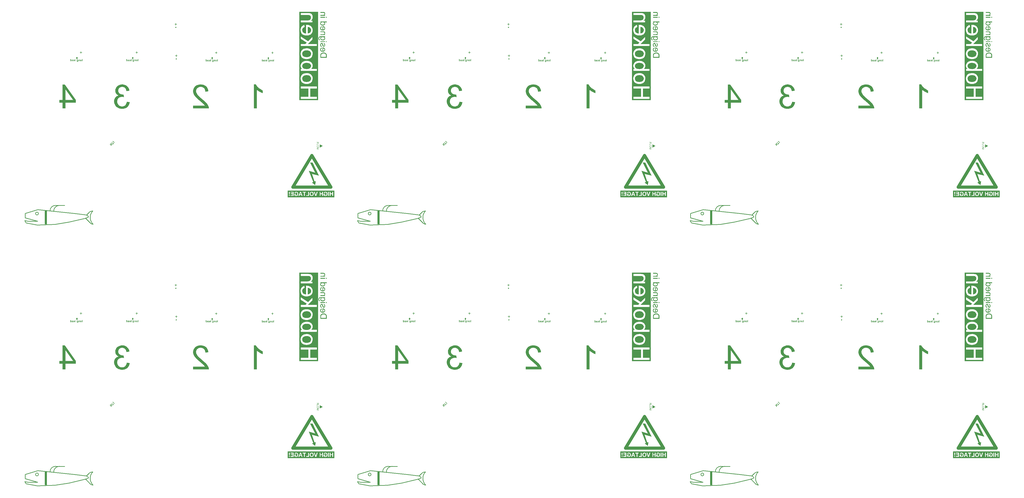
<source format=gbo>
%FSAX24Y24*%
%MOIN*%
G70*
G01*
G75*
G04 Layer_Color=32896*
%ADD10C,0.0630*%
%ADD11R,3.0070X0.2530*%
G04:AMPARAMS|DCode=12|XSize=24mil|YSize=59.1mil|CornerRadius=0.6mil|HoleSize=0mil|Usage=FLASHONLY|Rotation=270.000|XOffset=0mil|YOffset=0mil|HoleType=Round|Shape=RoundedRectangle|*
%AMROUNDEDRECTD12*
21,1,0.0240,0.0579,0,0,270.0*
21,1,0.0228,0.0591,0,0,270.0*
1,1,0.0012,-0.0289,-0.0114*
1,1,0.0012,-0.0289,0.0114*
1,1,0.0012,0.0289,0.0114*
1,1,0.0012,0.0289,-0.0114*
%
%ADD12ROUNDEDRECTD12*%
G04:AMPARAMS|DCode=13|XSize=24mil|YSize=59.1mil|CornerRadius=0.6mil|HoleSize=0mil|Usage=FLASHONLY|Rotation=180.000|XOffset=0mil|YOffset=0mil|HoleType=Round|Shape=RoundedRectangle|*
%AMROUNDEDRECTD13*
21,1,0.0240,0.0579,0,0,180.0*
21,1,0.0228,0.0591,0,0,180.0*
1,1,0.0012,-0.0114,0.0289*
1,1,0.0012,0.0114,0.0289*
1,1,0.0012,0.0114,-0.0289*
1,1,0.0012,-0.0114,-0.0289*
%
%ADD13ROUNDEDRECTD13*%
%ADD14R,0.0669X0.0984*%
%ADD15R,0.0512X0.0591*%
%ADD16R,0.0512X0.0236*%
%ADD17R,0.0709X0.0630*%
%ADD18R,0.0472X0.1575*%
G04:AMPARAMS|DCode=19|XSize=70.9mil|YSize=63mil|CornerRadius=0mil|HoleSize=0mil|Usage=FLASHONLY|Rotation=315.000|XOffset=0mil|YOffset=0mil|HoleType=Round|Shape=Rectangle|*
%AMROTATEDRECTD19*
4,1,4,-0.0473,0.0028,-0.0028,0.0473,0.0473,-0.0028,0.0028,-0.0473,-0.0473,0.0028,0.0*
%
%ADD19ROTATEDRECTD19*%

G04:AMPARAMS|DCode=20|XSize=70.9mil|YSize=63mil|CornerRadius=0mil|HoleSize=0mil|Usage=FLASHONLY|Rotation=45.000|XOffset=0mil|YOffset=0mil|HoleType=Round|Shape=Rectangle|*
%AMROTATEDRECTD20*
4,1,4,-0.0028,-0.0473,-0.0473,-0.0028,0.0028,0.0473,0.0473,0.0028,-0.0028,-0.0473,0.0*
%
%ADD20ROTATEDRECTD20*%

%ADD21O,0.0236X0.0866*%
%ADD22O,0.0866X0.0236*%
%ADD23R,0.0630X0.1063*%
%ADD24R,0.1063X0.0630*%
%ADD25R,0.0630X0.0709*%
%ADD26O,0.0669X0.0138*%
%ADD27O,0.0138X0.0669*%
%ADD28O,0.0236X0.0787*%
%ADD29R,0.1378X0.0669*%
%ADD30R,0.1417X0.0591*%
%ADD31R,0.1024X0.0945*%
%ADD32R,0.0945X0.1024*%
%ADD33R,0.0984X0.0669*%
G04:AMPARAMS|DCode=34|XSize=21.7mil|YSize=68.9mil|CornerRadius=0mil|HoleSize=0mil|Usage=FLASHONLY|Rotation=135.000|XOffset=0mil|YOffset=0mil|HoleType=Round|Shape=Round|*
%AMOVALD34*
21,1,0.0472,0.0217,0.0000,0.0000,225.0*
1,1,0.0217,0.0167,0.0167*
1,1,0.0217,-0.0167,-0.0167*
%
%ADD34OVALD34*%

G04:AMPARAMS|DCode=35|XSize=21.7mil|YSize=68.9mil|CornerRadius=0mil|HoleSize=0mil|Usage=FLASHONLY|Rotation=225.000|XOffset=0mil|YOffset=0mil|HoleType=Round|Shape=Round|*
%AMOVALD35*
21,1,0.0472,0.0217,0.0000,0.0000,315.0*
1,1,0.0217,-0.0167,0.0167*
1,1,0.0217,0.0167,-0.0167*
%
%ADD35OVALD35*%

%ADD36O,0.0236X0.0591*%
%ADD37R,0.0591X0.0512*%
%ADD38R,0.0551X0.1280*%
%ADD39C,0.0079*%
%ADD40C,0.0197*%
%ADD41C,0.0400*%
%ADD42C,0.0394*%
%ADD43C,0.0118*%
%ADD44C,0.0100*%
%ADD45C,0.0330*%
%ADD46R,0.0394X0.0394*%
%ADD47P,0.1114X4X270.0*%
%ADD48R,0.1000X0.0900*%
%ADD49C,0.1250*%
%ADD50C,0.1300*%
%ADD51C,0.0600*%
%ADD52C,0.0700*%
%ADD53C,0.0800*%
%ADD54R,0.0700X0.0700*%
%ADD55C,0.0709*%
%ADD56C,0.0394*%
%ADD57C,0.2500*%
%ADD58R,0.0492X0.0492*%
%ADD59C,0.0492*%
%ADD60R,0.0591X0.0591*%
%ADD61C,0.0591*%
%ADD62C,0.0472*%
%ADD63C,0.0315*%
%ADD64C,0.0984*%
%ADD65C,0.0600*%
%ADD66R,15.7490X0.1250*%
%ADD67C,0.1850*%
%ADD68R,0.9650X0.5150*%
%ADD69C,0.1650*%
%ADD70C,0.1500*%
%ADD71C,0.1400*%
%ADD72C,0.0640*%
%ADD73C,0.0610*%
G04:AMPARAMS|DCode=74|XSize=84mil|YSize=84mil|CornerRadius=0mil|HoleSize=0mil|Usage=FLASHONLY|Rotation=0.000|XOffset=0mil|YOffset=0mil|HoleType=Round|Shape=Relief|Width=10mil|Gap=10mil|Entries=4|*
%AMTHD74*
7,0,0,0.0840,0.0640,0.0100,45*
%
%ADD74THD74*%
%ADD75C,0.0770*%
%ADD76C,0.0750*%
G04:AMPARAMS|DCode=77|XSize=100mil|YSize=100mil|CornerRadius=0mil|HoleSize=0mil|Usage=FLASHONLY|Rotation=0.000|XOffset=0mil|YOffset=0mil|HoleType=Round|Shape=Relief|Width=10mil|Gap=10mil|Entries=4|*
%AMTHD77*
7,0,0,0.1000,0.0800,0.0100,45*
%
%ADD77THD77*%
G04:AMPARAMS|DCode=78|XSize=95mil|YSize=95mil|CornerRadius=0mil|HoleSize=0mil|Usage=FLASHONLY|Rotation=0.000|XOffset=0mil|YOffset=0mil|HoleType=Round|Shape=Relief|Width=10mil|Gap=10mil|Entries=4|*
%AMTHD78*
7,0,0,0.0950,0.0750,0.0100,45*
%
%ADD78THD78*%
G04:AMPARAMS|DCode=79|XSize=90mil|YSize=90mil|CornerRadius=0mil|HoleSize=0mil|Usage=FLASHONLY|Rotation=0.000|XOffset=0mil|YOffset=0mil|HoleType=Round|Shape=Relief|Width=10mil|Gap=10mil|Entries=4|*
%AMTHD79*
7,0,0,0.0900,0.0700,0.0100,45*
%
%ADD79THD79*%
%ADD80C,0.0872*%
%ADD81C,0.0754*%
%ADD82C,0.0597*%
%ADD83C,0.1685*%
%ADD84C,0.0695*%
G04:AMPARAMS|DCode=85|XSize=95.433mil|YSize=95.433mil|CornerRadius=0mil|HoleSize=0mil|Usage=FLASHONLY|Rotation=0.000|XOffset=0mil|YOffset=0mil|HoleType=Round|Shape=Relief|Width=10mil|Gap=10mil|Entries=4|*
%AMTHD85*
7,0,0,0.0954,0.0754,0.0100,45*
%
%ADD85THD85*%
%ADD86C,0.0650*%
%ADD87C,0.0518*%
%ADD88C,0.1100*%
G04:AMPARAMS|DCode=89|XSize=71.811mil|YSize=71.811mil|CornerRadius=0mil|HoleSize=0mil|Usage=FLASHONLY|Rotation=0.000|XOffset=0mil|YOffset=0mil|HoleType=Round|Shape=Relief|Width=10mil|Gap=10mil|Entries=4|*
%AMTHD89*
7,0,0,0.0718,0.0518,0.0100,45*
%
%ADD89THD89*%
%ADD90C,0.0787*%
%ADD91C,0.1250*%
G04:AMPARAMS|DCode=92|XSize=89.528mil|YSize=89.528mil|CornerRadius=0mil|HoleSize=0mil|Usage=FLASHONLY|Rotation=0.000|XOffset=0mil|YOffset=0mil|HoleType=Round|Shape=Relief|Width=10mil|Gap=10mil|Entries=4|*
%AMTHD92*
7,0,0,0.0895,0.0695,0.0100,45*
%
%ADD92THD92*%
%ADD93C,0.0750*%
%ADD94C,0.0295*%
%ADD95R,0.5118X0.3543*%
%ADD96R,0.0230X0.2510*%
%ADD97C,0.0050*%
%ADD98C,0.0098*%
%ADD99C,0.1181*%
%ADD100C,0.0236*%
%ADD101C,0.0039*%
%ADD102C,0.0080*%
%ADD103R,0.1715X0.0705*%
%ADD104R,0.0815X0.0830*%
%ADD105R,0.0910X0.0580*%
%ADD106R,0.0310X0.1160*%
%ADD107R,0.1673X0.1525*%
%ADD108R,0.4331X0.0320*%
%ADD109C,0.1417*%
G04:AMPARAMS|DCode=110|XSize=32mil|YSize=67.1mil|CornerRadius=4.6mil|HoleSize=0mil|Usage=FLASHONLY|Rotation=270.000|XOffset=0mil|YOffset=0mil|HoleType=Round|Shape=RoundedRectangle|*
%AMROUNDEDRECTD110*
21,1,0.0320,0.0579,0,0,270.0*
21,1,0.0228,0.0671,0,0,270.0*
1,1,0.0092,-0.0289,-0.0114*
1,1,0.0092,-0.0289,0.0114*
1,1,0.0092,0.0289,0.0114*
1,1,0.0092,0.0289,-0.0114*
%
%ADD110ROUNDEDRECTD110*%
G04:AMPARAMS|DCode=111|XSize=32mil|YSize=67.1mil|CornerRadius=4.6mil|HoleSize=0mil|Usage=FLASHONLY|Rotation=180.000|XOffset=0mil|YOffset=0mil|HoleType=Round|Shape=RoundedRectangle|*
%AMROUNDEDRECTD111*
21,1,0.0320,0.0579,0,0,180.0*
21,1,0.0228,0.0671,0,0,180.0*
1,1,0.0092,-0.0114,0.0289*
1,1,0.0092,0.0114,0.0289*
1,1,0.0092,0.0114,-0.0289*
1,1,0.0092,-0.0114,-0.0289*
%
%ADD111ROUNDEDRECTD111*%
%ADD112R,0.0749X0.1064*%
%ADD113R,0.0592X0.0671*%
%ADD114R,0.0592X0.0316*%
%ADD115R,0.0789X0.0710*%
%ADD116R,0.0552X0.1655*%
G04:AMPARAMS|DCode=117|XSize=78.9mil|YSize=71mil|CornerRadius=0mil|HoleSize=0mil|Usage=FLASHONLY|Rotation=315.000|XOffset=0mil|YOffset=0mil|HoleType=Round|Shape=Rectangle|*
%AMROTATEDRECTD117*
4,1,4,-0.0530,0.0028,-0.0028,0.0530,0.0530,-0.0028,0.0028,-0.0530,-0.0530,0.0028,0.0*
%
%ADD117ROTATEDRECTD117*%

G04:AMPARAMS|DCode=118|XSize=78.9mil|YSize=71mil|CornerRadius=0mil|HoleSize=0mil|Usage=FLASHONLY|Rotation=45.000|XOffset=0mil|YOffset=0mil|HoleType=Round|Shape=Rectangle|*
%AMROTATEDRECTD118*
4,1,4,-0.0028,-0.0530,-0.0530,-0.0028,0.0028,0.0530,0.0530,0.0028,-0.0028,-0.0530,0.0*
%
%ADD118ROTATEDRECTD118*%

%ADD119O,0.0316X0.0946*%
%ADD120O,0.0946X0.0316*%
%ADD121R,0.0710X0.1143*%
%ADD122R,0.1143X0.0710*%
%ADD123R,0.0710X0.0789*%
%ADD124O,0.0689X0.0158*%
%ADD125O,0.0158X0.0689*%
%ADD126O,0.0316X0.0867*%
%ADD127R,0.1458X0.0749*%
%ADD128R,0.1497X0.0671*%
%ADD129R,0.1104X0.1025*%
%ADD130R,0.1025X0.1104*%
%ADD131R,0.1064X0.0749*%
G04:AMPARAMS|DCode=132|XSize=37.4mil|YSize=84.6mil|CornerRadius=0mil|HoleSize=0mil|Usage=FLASHONLY|Rotation=135.000|XOffset=0mil|YOffset=0mil|HoleType=Round|Shape=Round|*
%AMOVALD132*
21,1,0.0472,0.0374,0.0000,0.0000,225.0*
1,1,0.0374,0.0167,0.0167*
1,1,0.0374,-0.0167,-0.0167*
%
%ADD132OVALD132*%

G04:AMPARAMS|DCode=133|XSize=37.4mil|YSize=84.6mil|CornerRadius=0mil|HoleSize=0mil|Usage=FLASHONLY|Rotation=225.000|XOffset=0mil|YOffset=0mil|HoleType=Round|Shape=Round|*
%AMOVALD133*
21,1,0.0472,0.0374,0.0000,0.0000,315.0*
1,1,0.0374,-0.0167,0.0167*
1,1,0.0374,0.0167,-0.0167*
%
%ADD133OVALD133*%

%ADD134O,0.0316X0.0671*%
%ADD135R,0.0671X0.0592*%
%ADD136R,0.0631X0.1360*%
%ADD137C,0.1750*%
%ADD138C,0.1380*%
%ADD139C,0.0680*%
%ADD140C,0.0780*%
%ADD141C,0.0880*%
%ADD142R,0.0780X0.0780*%
%ADD143C,0.0945*%
%ADD144C,0.0789*%
%ADD145C,0.2580*%
%ADD146C,0.2736*%
%ADD147R,0.0572X0.0572*%
%ADD148C,0.0572*%
%ADD149R,0.0671X0.0671*%
%ADD150C,0.0671*%
%ADD151C,0.0080*%
%ADD152C,0.0552*%
%ADD153C,0.0415*%
%ADD154C,0.1084*%
%ADD155C,0.0500*%
%ADD156R,0.0330X0.2230*%
G36*
X029875Y044024D02*
X029882Y044024D01*
X029889Y044022D01*
X029895Y044021D01*
X029901Y044020D01*
X029906Y044018D01*
X029911Y044017D01*
X029914Y044015D01*
X029918Y044013D01*
X029921Y044012D01*
X029923Y044011D01*
X029925Y044010D01*
X029927Y044009D01*
X029927Y044008D01*
X029928D01*
X029935Y044001D01*
X029942Y043994D01*
X029947Y043985D01*
X029952Y043977D01*
X029955Y043970D01*
X029957Y043967D01*
X029958Y043964D01*
X029959Y043962D01*
X029959Y043960D01*
X029959Y043959D01*
Y043959D01*
X029905Y043948D01*
X029902Y043954D01*
X029900Y043959D01*
X029898Y043963D01*
X029895Y043966D01*
X029893Y043968D01*
X029891Y043970D01*
X029890Y043971D01*
X029890Y043971D01*
X029886Y043973D01*
X029882Y043975D01*
X029877Y043976D01*
X029873Y043977D01*
X029869Y043977D01*
X029867Y043978D01*
X029864D01*
X029856Y043977D01*
X029849Y043977D01*
X029843Y043976D01*
X029838Y043974D01*
X029835Y043972D01*
X029833Y043971D01*
X029832Y043971D01*
X029831Y043970D01*
X029828Y043967D01*
X029826Y043963D01*
X029824Y043959D01*
X029823Y043955D01*
X029822Y043951D01*
X029822Y043947D01*
Y043946D01*
Y043945D01*
Y043939D01*
X029825Y043937D01*
X029829Y043936D01*
X029838Y043933D01*
X029848Y043931D01*
X029858Y043928D01*
X029867Y043926D01*
X029871Y043925D01*
X029875Y043925D01*
X029878Y043924D01*
X029880Y043924D01*
X029881Y043923D01*
X029882D01*
X029893Y043921D01*
X029903Y043919D01*
X029911Y043916D01*
X029918Y043914D01*
X029924Y043912D01*
X029928Y043910D01*
X029930Y043910D01*
X029931Y043909D01*
X029937Y043906D01*
X029942Y043902D01*
X029947Y043898D01*
X029950Y043894D01*
X029953Y043891D01*
X029955Y043888D01*
X029956Y043886D01*
X029957Y043886D01*
X029960Y043880D01*
X029962Y043874D01*
X029964Y043868D01*
X029965Y043862D01*
X029966Y043858D01*
X029966Y043854D01*
Y043852D01*
Y043851D01*
X029966Y043845D01*
X029965Y043840D01*
X029963Y043831D01*
X029959Y043822D01*
X029956Y043815D01*
X029952Y043810D01*
X029949Y043806D01*
X029947Y043803D01*
X029946Y043802D01*
Y043802D01*
X029937Y043795D01*
X029928Y043791D01*
X029919Y043788D01*
X029910Y043785D01*
X029902Y043784D01*
X029898Y043783D01*
X029895D01*
X029893Y043783D01*
X029889D01*
X029882Y043783D01*
X029874Y043784D01*
X029868Y043785D01*
X029862Y043787D01*
X029858Y043788D01*
X029854Y043789D01*
X029852Y043790D01*
X029851Y043790D01*
X029844Y043794D01*
X029838Y043797D01*
X029832Y043801D01*
X029827Y043805D01*
X029823Y043808D01*
X029820Y043811D01*
X029818Y043813D01*
X029817Y043813D01*
X029817Y043811D01*
X029816Y043809D01*
X029815Y043807D01*
X029815Y043807D01*
Y043806D01*
X029814Y043802D01*
X029813Y043798D01*
X029812Y043795D01*
X029811Y043793D01*
X029810Y043791D01*
X029809Y043789D01*
X029809Y043788D01*
Y043788D01*
X029748D01*
X029751Y043794D01*
X029753Y043800D01*
X029755Y043805D01*
X029757Y043809D01*
X029758Y043813D01*
X029759Y043816D01*
X029759Y043818D01*
Y043819D01*
X029760Y043825D01*
X029761Y043832D01*
X029762Y043839D01*
Y043847D01*
X029762Y043853D01*
Y043859D01*
Y043861D01*
Y043862D01*
Y043863D01*
Y043864D01*
X029761Y043935D01*
Y043943D01*
X029762Y043949D01*
X029762Y043955D01*
X029763Y043961D01*
X029763Y043966D01*
X029764Y043971D01*
X029765Y043975D01*
X029765Y043978D01*
X029766Y043981D01*
X029767Y043983D01*
X029768Y043988D01*
X029769Y043989D01*
X029770Y043990D01*
X029773Y043995D01*
X029777Y044001D01*
X029782Y044005D01*
X029787Y044008D01*
X029791Y044011D01*
X029795Y044013D01*
X029797Y044014D01*
X029798Y044015D01*
X029798D01*
X029802Y044017D01*
X029807Y044018D01*
X029816Y044021D01*
X029826Y044023D01*
X029836Y044024D01*
X029845Y044025D01*
X029849D01*
X029852Y044025D01*
X029868D01*
X029875Y044024D01*
D02*
G37*
G36*
X030118Y044025D02*
X030126Y044024D01*
X030134Y044022D01*
X030141Y044020D01*
X030148Y044018D01*
X030154Y044015D01*
X030160Y044012D01*
X030165Y044009D01*
X030170Y044006D01*
X030174Y044002D01*
X030178Y044000D01*
X030180Y043997D01*
X030183Y043995D01*
X030185Y043994D01*
X030185Y043993D01*
X030186Y043992D01*
X030191Y043986D01*
X030196Y043979D01*
X030200Y043972D01*
X030203Y043965D01*
X030206Y043957D01*
X030209Y043949D01*
X030212Y043935D01*
X030214Y043928D01*
X030215Y043922D01*
X030215Y043916D01*
X030215Y043912D01*
X030216Y043908D01*
Y043904D01*
Y043903D01*
Y043902D01*
X030215Y043893D01*
X030215Y043885D01*
X030214Y043877D01*
X030212Y043869D01*
X030211Y043862D01*
X030209Y043855D01*
X030207Y043849D01*
X030204Y043844D01*
X030203Y043839D01*
X030200Y043835D01*
X030198Y043831D01*
X030197Y043828D01*
X030195Y043825D01*
X030194Y043824D01*
X030194Y043823D01*
X030193Y043822D01*
X030187Y043815D01*
X030181Y043809D01*
X030174Y043804D01*
X030167Y043800D01*
X030160Y043796D01*
X030152Y043793D01*
X030145Y043790D01*
X030137Y043788D01*
X030131Y043786D01*
X030124Y043785D01*
X030118Y043784D01*
X030113Y043783D01*
X030109D01*
X030106Y043783D01*
X030104D01*
X030090Y043784D01*
X030078Y043786D01*
X030067Y043788D01*
X030058Y043792D01*
X030054Y043794D01*
X030051Y043795D01*
X030047Y043796D01*
X030045Y043798D01*
X030043Y043799D01*
X030041Y043800D01*
X030041Y043801D01*
X030040D01*
X030032Y043808D01*
X030024Y043816D01*
X030017Y043825D01*
X030012Y043833D01*
X030008Y043840D01*
X030007Y043843D01*
X030005Y043846D01*
X030004Y043849D01*
X030003Y043850D01*
X030003Y043851D01*
Y043852D01*
X030064Y043862D01*
X030066Y043856D01*
X030069Y043850D01*
X030071Y043846D01*
X030074Y043843D01*
X030075Y043840D01*
X030077Y043838D01*
X030079Y043837D01*
X030079Y043837D01*
X030083Y043834D01*
X030087Y043832D01*
X030091Y043831D01*
X030095Y043830D01*
X030098Y043829D01*
X030101Y043829D01*
X030103D01*
X030111Y043829D01*
X030118Y043831D01*
X030124Y043833D01*
X030129Y043836D01*
X030133Y043839D01*
X030136Y043841D01*
X030138Y043843D01*
X030139Y043843D01*
X030143Y043849D01*
X030147Y043856D01*
X030149Y043864D01*
X030151Y043870D01*
X030152Y043877D01*
X030153Y043881D01*
X030153Y043883D01*
Y043885D01*
Y043886D01*
Y043886D01*
X030000D01*
Y043899D01*
X030001Y043910D01*
X030002Y043922D01*
X030004Y043932D01*
X030006Y043941D01*
X030008Y043950D01*
X030011Y043958D01*
X030014Y043965D01*
X030017Y043971D01*
X030020Y043976D01*
X030022Y043980D01*
X030024Y043984D01*
X030026Y043987D01*
X030027Y043989D01*
X030028Y043990D01*
X030029Y043990D01*
X030034Y043996D01*
X030041Y044002D01*
X030047Y044007D01*
X030054Y044010D01*
X030061Y044014D01*
X030068Y044017D01*
X030074Y044019D01*
X030081Y044021D01*
X030087Y044022D01*
X030092Y044023D01*
X030097Y044024D01*
X030101Y044025D01*
X030105Y044025D01*
X030110D01*
X030118Y044025D01*
D02*
G37*
G36*
X059763Y037608D02*
X056800D01*
Y051593D01*
X059763D01*
Y037608D01*
D02*
G37*
G36*
X030643Y044025D02*
X030651Y044024D01*
X030658Y044022D01*
X030665Y044020D01*
X030676Y044015D01*
X030682Y044013D01*
X030686Y044010D01*
X030691Y044007D01*
X030695Y044004D01*
X030698Y044001D01*
X030701Y043999D01*
X030703Y043997D01*
X030704Y043995D01*
X030705Y043995D01*
X030706Y043994D01*
X030711Y043988D01*
X030715Y043982D01*
X030719Y043974D01*
X030722Y043967D01*
X030724Y043960D01*
X030726Y043953D01*
X030730Y043938D01*
X030731Y043931D01*
X030732Y043925D01*
X030732Y043919D01*
X030733Y043915D01*
X030733Y043910D01*
Y043908D01*
Y043905D01*
Y043905D01*
X030733Y043897D01*
X030732Y043888D01*
X030730Y043874D01*
X030728Y043867D01*
X030726Y043860D01*
X030725Y043854D01*
X030723Y043849D01*
X030721Y043844D01*
X030719Y043840D01*
X030717Y043836D01*
X030715Y043833D01*
X030714Y043831D01*
X030713Y043829D01*
X030712Y043828D01*
Y043827D01*
X030707Y043820D01*
X030701Y043814D01*
X030695Y043809D01*
X030689Y043805D01*
X030683Y043801D01*
X030677Y043798D01*
X030671Y043795D01*
X030665Y043793D01*
X030659Y043791D01*
X030654Y043790D01*
X030650Y043789D01*
X030646Y043788D01*
X030643D01*
X030640Y043788D01*
X030638D01*
X030630Y043788D01*
X030623Y043790D01*
X030616Y043792D01*
X030610Y043794D01*
X030598Y043800D01*
X030592Y043803D01*
X030588Y043807D01*
X030584Y043810D01*
X030580Y043813D01*
X030576Y043817D01*
X030574Y043819D01*
X030572Y043822D01*
X030570Y043824D01*
X030569Y043825D01*
X030569Y043825D01*
Y043792D01*
Y043785D01*
X030569Y043779D01*
X030570Y043774D01*
X030570Y043770D01*
X030571Y043767D01*
X030572Y043765D01*
X030572Y043764D01*
Y043764D01*
X030574Y043760D01*
X030576Y043757D01*
X030578Y043754D01*
X030580Y043752D01*
X030581Y043750D01*
X030583Y043749D01*
X030584Y043749D01*
X030584Y043748D01*
X030589Y043746D01*
X030595Y043744D01*
X030601Y043743D01*
X030607Y043742D01*
X030612Y043741D01*
X030616Y043741D01*
X030620D01*
X030627Y043741D01*
X030632Y043742D01*
X030637Y043743D01*
X030640Y043745D01*
X030644Y043746D01*
X030646Y043747D01*
X030647Y043747D01*
X030647Y043748D01*
X030650Y043750D01*
X030652Y043752D01*
X030654Y043758D01*
X030654Y043760D01*
X030655Y043763D01*
X030655Y043764D01*
Y043764D01*
X030726Y043773D01*
X030726Y043770D01*
Y043768D01*
Y043766D01*
Y043765D01*
X030726Y043760D01*
X030725Y043754D01*
X030722Y043744D01*
X030718Y043735D01*
X030713Y043728D01*
X030709Y043722D01*
X030705Y043718D01*
X030702Y043715D01*
X030702Y043715D01*
X030701Y043714D01*
X030696Y043710D01*
X030691Y043708D01*
X030684Y043705D01*
X030678Y043703D01*
X030664Y043699D01*
X030650Y043697D01*
X030644Y043696D01*
X030638Y043695D01*
X030632Y043694D01*
X030628D01*
X030623Y043694D01*
X030618D01*
X030607Y043694D01*
X030597Y043695D01*
X030588Y043696D01*
X030580Y043697D01*
X030574Y043698D01*
X030570Y043700D01*
X030567Y043700D01*
X030566Y043701D01*
X030559Y043703D01*
X030552Y043706D01*
X030547Y043709D01*
X030542Y043712D01*
X030539Y043715D01*
X030536Y043717D01*
X030534Y043718D01*
X030534Y043719D01*
X030529Y043723D01*
X030525Y043728D01*
X030522Y043734D01*
X030519Y043739D01*
X030517Y043744D01*
X030516Y043747D01*
X030515Y043750D01*
X030514Y043751D01*
X030513Y043755D01*
X030512Y043759D01*
X030510Y043769D01*
X030509Y043779D01*
X030508Y043789D01*
X030508Y043798D01*
X030507Y043801D01*
Y043805D01*
Y043808D01*
Y043810D01*
Y043811D01*
Y043812D01*
Y044020D01*
X030565D01*
Y043987D01*
X030570Y043994D01*
X030576Y043999D01*
X030582Y044005D01*
X030588Y044009D01*
X030594Y044013D01*
X030600Y044016D01*
X030605Y044018D01*
X030611Y044020D01*
X030616Y044022D01*
X030621Y044023D01*
X030625Y044024D01*
X030628Y044025D01*
X030632D01*
X030634Y044025D01*
X030636D01*
X030643Y044025D01*
D02*
G37*
G36*
X042863Y043758D02*
X042801D01*
Y044078D01*
X042863D01*
Y043758D01*
D02*
G37*
G36*
X043713Y043995D02*
X043725Y043993D01*
X043735Y043990D01*
X043745Y043988D01*
X043748Y043986D01*
X043752Y043984D01*
X043755Y043983D01*
X043758Y043982D01*
X043760Y043981D01*
X043761Y043980D01*
X043762Y043980D01*
X043763D01*
X043772Y043973D01*
X043781Y043966D01*
X043788Y043959D01*
X043794Y043952D01*
X043799Y043946D01*
X043802Y043941D01*
X043804Y043939D01*
X043804Y043937D01*
X043805Y043936D01*
Y043936D01*
X043810Y043925D01*
X043813Y043915D01*
X043816Y043905D01*
X043818Y043896D01*
X043819Y043888D01*
X043819Y043885D01*
Y043882D01*
X043820Y043880D01*
Y043879D01*
Y043878D01*
Y043877D01*
X043819Y043863D01*
X043818Y043850D01*
X043815Y043838D01*
X043814Y043833D01*
X043813Y043828D01*
X043811Y043824D01*
X043810Y043820D01*
X043808Y043817D01*
X043807Y043814D01*
X043807Y043812D01*
X043806Y043811D01*
X043805Y043810D01*
Y043809D01*
X043799Y043800D01*
X043792Y043791D01*
X043784Y043784D01*
X043777Y043778D01*
X043771Y043773D01*
X043766Y043770D01*
X043764Y043769D01*
X043763Y043768D01*
X043762Y043767D01*
X043761D01*
X043750Y043763D01*
X043740Y043759D01*
X043729Y043757D01*
X043720Y043755D01*
X043712Y043754D01*
X043709Y043753D01*
X043706D01*
X043703Y043753D01*
X043700D01*
X043691Y043753D01*
X043682Y043754D01*
X043673Y043756D01*
X043665Y043759D01*
X043657Y043761D01*
X043650Y043764D01*
X043644Y043767D01*
X043638Y043770D01*
X043633Y043773D01*
X043628Y043777D01*
X043624Y043779D01*
X043621Y043782D01*
X043618Y043784D01*
X043616Y043786D01*
X043615Y043787D01*
X043615Y043787D01*
X043609Y043794D01*
X043604Y043801D01*
X043599Y043808D01*
X043595Y043815D01*
X043592Y043823D01*
X043589Y043830D01*
X043587Y043837D01*
X043585Y043844D01*
X043583Y043850D01*
X043582Y043856D01*
X043582Y043861D01*
X043581Y043866D01*
X043581Y043869D01*
Y043872D01*
Y043874D01*
Y043874D01*
X043581Y043884D01*
X043582Y043893D01*
X043584Y043902D01*
X043586Y043910D01*
X043588Y043917D01*
X043591Y043925D01*
X043594Y043931D01*
X043597Y043937D01*
X043600Y043942D01*
X043604Y043947D01*
X043606Y043951D01*
X043609Y043955D01*
X043611Y043957D01*
X043613Y043959D01*
X043614Y043960D01*
X043614Y043961D01*
X043621Y043967D01*
X043628Y043972D01*
X043635Y043977D01*
X043642Y043981D01*
X043649Y043984D01*
X043656Y043987D01*
X043663Y043989D01*
X043670Y043991D01*
X043676Y043992D01*
X043682Y043993D01*
X043687Y043994D01*
X043692Y043995D01*
X043696Y043995D01*
X043701D01*
X043713Y043995D01*
D02*
G37*
G36*
X042090Y043963D02*
X042095Y043968D01*
X042101Y043973D01*
X042106Y043977D01*
X042112Y043982D01*
X042118Y043984D01*
X042123Y043987D01*
X042129Y043990D01*
X042134Y043991D01*
X042139Y043992D01*
X042143Y043993D01*
X042147Y043994D01*
X042151Y043995D01*
X042153Y043995D01*
X042157D01*
X042165Y043995D01*
X042172Y043994D01*
X042179Y043992D01*
X042186Y043990D01*
X042198Y043985D01*
X042203Y043983D01*
X042208Y043980D01*
X042213Y043977D01*
X042216Y043974D01*
X042220Y043971D01*
X042222Y043969D01*
X042225Y043967D01*
X042226Y043965D01*
X042227Y043965D01*
X042227Y043964D01*
X042232Y043958D01*
X042236Y043952D01*
X042240Y043945D01*
X042243Y043937D01*
X042246Y043930D01*
X042248Y043923D01*
X042251Y043908D01*
X042252Y043901D01*
X042253Y043895D01*
X042254Y043889D01*
X042254Y043884D01*
X042255Y043880D01*
Y043877D01*
Y043875D01*
Y043874D01*
X042254Y043864D01*
X042253Y043854D01*
X042252Y043845D01*
X042250Y043836D01*
X042248Y043828D01*
X042246Y043821D01*
X042243Y043814D01*
X042240Y043808D01*
X042238Y043803D01*
X042235Y043798D01*
X042233Y043794D01*
X042231Y043791D01*
X042229Y043788D01*
X042228Y043786D01*
X042227Y043785D01*
X042226Y043785D01*
X042221Y043779D01*
X042215Y043774D01*
X042209Y043770D01*
X042204Y043766D01*
X042198Y043763D01*
X042192Y043761D01*
X042187Y043759D01*
X042182Y043757D01*
X042177Y043756D01*
X042172Y043755D01*
X042168Y043754D01*
X042165Y043753D01*
X042162Y043753D01*
X042158D01*
X042151Y043753D01*
X042144Y043754D01*
X042137Y043756D01*
X042131Y043758D01*
X042126Y043759D01*
X042122Y043761D01*
X042120Y043762D01*
X042119Y043762D01*
X042112Y043766D01*
X042105Y043771D01*
X042099Y043776D01*
X042095Y043781D01*
X042091Y043785D01*
X042087Y043789D01*
X042086Y043791D01*
X042085Y043792D01*
Y043758D01*
X042028D01*
Y044078D01*
X042090D01*
Y043963D01*
D02*
G37*
G36*
X029550Y043993D02*
X029555Y043998D01*
X029561Y044003D01*
X029566Y044007D01*
X029572Y044012D01*
X029578Y044014D01*
X029583Y044017D01*
X029589Y044019D01*
X029594Y044021D01*
X029599Y044022D01*
X029603Y044023D01*
X029607Y044024D01*
X029611Y044025D01*
X029613Y044025D01*
X029617D01*
X029625Y044025D01*
X029632Y044024D01*
X029639Y044022D01*
X029646Y044020D01*
X029658Y044015D01*
X029663Y044013D01*
X029668Y044010D01*
X029673Y044007D01*
X029676Y044004D01*
X029680Y044001D01*
X029682Y043999D01*
X029685Y043997D01*
X029686Y043995D01*
X029687Y043995D01*
X029687Y043994D01*
X029692Y043988D01*
X029696Y043982D01*
X029700Y043975D01*
X029703Y043967D01*
X029706Y043960D01*
X029708Y043953D01*
X029711Y043938D01*
X029712Y043931D01*
X029713Y043925D01*
X029714Y043919D01*
X029714Y043914D01*
X029715Y043910D01*
Y043907D01*
Y043905D01*
Y043904D01*
X029714Y043894D01*
X029713Y043884D01*
X029712Y043875D01*
X029710Y043866D01*
X029708Y043858D01*
X029706Y043851D01*
X029703Y043844D01*
X029700Y043838D01*
X029698Y043833D01*
X029695Y043828D01*
X029693Y043824D01*
X029691Y043821D01*
X029689Y043818D01*
X029688Y043816D01*
X029687Y043815D01*
X029686Y043815D01*
X029681Y043809D01*
X029675Y043804D01*
X029669Y043800D01*
X029664Y043796D01*
X029658Y043793D01*
X029652Y043791D01*
X029647Y043788D01*
X029642Y043787D01*
X029637Y043786D01*
X029632Y043785D01*
X029628Y043784D01*
X029625Y043783D01*
X029622Y043783D01*
X029618D01*
X029611Y043783D01*
X029604Y043784D01*
X029597Y043786D01*
X029591Y043788D01*
X029586Y043789D01*
X029582Y043791D01*
X029580Y043792D01*
X029579Y043792D01*
X029572Y043796D01*
X029565Y043801D01*
X029559Y043806D01*
X029555Y043811D01*
X029551Y043815D01*
X029547Y043819D01*
X029546Y043821D01*
X029545Y043822D01*
Y043788D01*
X029488D01*
Y044108D01*
X029550D01*
Y043993D01*
D02*
G37*
G36*
X021833Y044025D02*
X021841Y044024D01*
X021848Y044022D01*
X021855Y044020D01*
X021866Y044015D01*
X021872Y044013D01*
X021876Y044010D01*
X021881Y044007D01*
X021885Y044004D01*
X021888Y044001D01*
X021891Y043999D01*
X021893Y043997D01*
X021894Y043995D01*
X021895Y043995D01*
X021896Y043994D01*
X021901Y043988D01*
X021905Y043982D01*
X021909Y043974D01*
X021912Y043967D01*
X021914Y043960D01*
X021916Y043953D01*
X021920Y043938D01*
X021921Y043931D01*
X021922Y043925D01*
X021922Y043919D01*
X021923Y043915D01*
X021923Y043910D01*
Y043908D01*
Y043905D01*
Y043905D01*
X021923Y043897D01*
X021922Y043888D01*
X021920Y043874D01*
X021918Y043867D01*
X021916Y043860D01*
X021915Y043854D01*
X021913Y043849D01*
X021911Y043844D01*
X021909Y043840D01*
X021907Y043836D01*
X021905Y043833D01*
X021904Y043831D01*
X021903Y043829D01*
X021902Y043828D01*
Y043827D01*
X021897Y043820D01*
X021891Y043814D01*
X021885Y043809D01*
X021879Y043805D01*
X021873Y043801D01*
X021867Y043798D01*
X021861Y043795D01*
X021855Y043793D01*
X021849Y043791D01*
X021844Y043790D01*
X021840Y043789D01*
X021836Y043788D01*
X021833D01*
X021830Y043788D01*
X021828D01*
X021820Y043788D01*
X021813Y043790D01*
X021806Y043792D01*
X021800Y043794D01*
X021788Y043800D01*
X021782Y043803D01*
X021778Y043807D01*
X021774Y043810D01*
X021769Y043813D01*
X021766Y043817D01*
X021764Y043819D01*
X021762Y043822D01*
X021760Y043824D01*
X021759Y043825D01*
X021759Y043825D01*
Y043792D01*
Y043785D01*
X021759Y043779D01*
X021760Y043774D01*
X021760Y043770D01*
X021761Y043767D01*
X021762Y043765D01*
X021762Y043764D01*
Y043764D01*
X021764Y043760D01*
X021766Y043757D01*
X021768Y043754D01*
X021769Y043752D01*
X021771Y043750D01*
X021773Y043749D01*
X021774Y043749D01*
X021774Y043748D01*
X021779Y043746D01*
X021785Y043744D01*
X021791Y043743D01*
X021797Y043742D01*
X021802Y043741D01*
X021806Y043741D01*
X021810D01*
X021817Y043741D01*
X021822Y043742D01*
X021827Y043743D01*
X021830Y043745D01*
X021834Y043746D01*
X021836Y043747D01*
X021837Y043747D01*
X021837Y043748D01*
X021840Y043750D01*
X021842Y043752D01*
X021844Y043758D01*
X021844Y043760D01*
X021845Y043763D01*
X021845Y043764D01*
Y043764D01*
X021916Y043773D01*
X021916Y043770D01*
Y043768D01*
Y043766D01*
Y043765D01*
X021916Y043760D01*
X021915Y043754D01*
X021912Y043744D01*
X021908Y043735D01*
X021903Y043728D01*
X021899Y043722D01*
X021895Y043718D01*
X021892Y043715D01*
X021892Y043715D01*
X021891Y043714D01*
X021886Y043710D01*
X021881Y043708D01*
X021874Y043705D01*
X021868Y043703D01*
X021854Y043699D01*
X021840Y043697D01*
X021834Y043696D01*
X021828Y043695D01*
X021822Y043694D01*
X021818D01*
X021813Y043694D01*
X021808D01*
X021797Y043694D01*
X021787Y043695D01*
X021778Y043696D01*
X021770Y043697D01*
X021764Y043698D01*
X021760Y043700D01*
X021757Y043700D01*
X021756Y043701D01*
X021749Y043703D01*
X021742Y043706D01*
X021737Y043709D01*
X021732Y043712D01*
X021729Y043715D01*
X021726Y043717D01*
X021724Y043718D01*
X021724Y043719D01*
X021719Y043723D01*
X021715Y043728D01*
X021712Y043734D01*
X021709Y043739D01*
X021707Y043744D01*
X021706Y043747D01*
X021705Y043750D01*
X021704Y043751D01*
X021703Y043755D01*
X021702Y043759D01*
X021700Y043769D01*
X021699Y043779D01*
X021698Y043789D01*
X021698Y043798D01*
X021697Y043801D01*
Y043805D01*
Y043808D01*
Y043810D01*
Y043811D01*
Y043812D01*
Y044020D01*
X021755D01*
Y043987D01*
X021760Y043994D01*
X021766Y043999D01*
X021772Y044005D01*
X021778Y044009D01*
X021784Y044013D01*
X021790Y044016D01*
X021795Y044018D01*
X021801Y044020D01*
X021806Y044022D01*
X021811Y044023D01*
X021815Y044024D01*
X021818Y044025D01*
X021822D01*
X021824Y044025D01*
X021826D01*
X021833Y044025D01*
D02*
G37*
G36*
X021065Y044024D02*
X021072Y044024D01*
X021079Y044022D01*
X021085Y044021D01*
X021091Y044020D01*
X021096Y044018D01*
X021101Y044017D01*
X021104Y044015D01*
X021108Y044013D01*
X021111Y044012D01*
X021113Y044011D01*
X021115Y044010D01*
X021117Y044009D01*
X021117Y044008D01*
X021118D01*
X021125Y044001D01*
X021132Y043994D01*
X021137Y043985D01*
X021142Y043977D01*
X021145Y043970D01*
X021147Y043967D01*
X021148Y043964D01*
X021149Y043962D01*
X021149Y043960D01*
X021149Y043959D01*
Y043959D01*
X021095Y043948D01*
X021092Y043954D01*
X021090Y043959D01*
X021088Y043963D01*
X021085Y043966D01*
X021083Y043968D01*
X021081Y043970D01*
X021080Y043971D01*
X021080Y043971D01*
X021076Y043973D01*
X021072Y043975D01*
X021067Y043976D01*
X021063Y043977D01*
X021059Y043977D01*
X021057Y043978D01*
X021054D01*
X021046Y043977D01*
X021039Y043977D01*
X021033Y043976D01*
X021028Y043974D01*
X021025Y043972D01*
X021023Y043971D01*
X021022Y043971D01*
X021021Y043970D01*
X021018Y043967D01*
X021016Y043963D01*
X021014Y043959D01*
X021013Y043955D01*
X021012Y043951D01*
X021012Y043947D01*
Y043946D01*
Y043945D01*
Y043939D01*
X021015Y043937D01*
X021019Y043936D01*
X021028Y043933D01*
X021038Y043931D01*
X021048Y043928D01*
X021057Y043926D01*
X021061Y043925D01*
X021065Y043925D01*
X021068Y043924D01*
X021070Y043924D01*
X021071Y043923D01*
X021072D01*
X021083Y043921D01*
X021093Y043919D01*
X021101Y043916D01*
X021108Y043914D01*
X021114Y043912D01*
X021118Y043910D01*
X021120Y043910D01*
X021121Y043909D01*
X021127Y043906D01*
X021132Y043902D01*
X021137Y043898D01*
X021140Y043894D01*
X021143Y043891D01*
X021145Y043888D01*
X021146Y043886D01*
X021147Y043886D01*
X021150Y043880D01*
X021152Y043874D01*
X021154Y043868D01*
X021155Y043862D01*
X021156Y043858D01*
X021156Y043854D01*
Y043852D01*
Y043851D01*
X021156Y043845D01*
X021155Y043840D01*
X021153Y043831D01*
X021149Y043822D01*
X021146Y043815D01*
X021142Y043810D01*
X021139Y043806D01*
X021137Y043803D01*
X021136Y043802D01*
Y043802D01*
X021127Y043795D01*
X021118Y043791D01*
X021109Y043788D01*
X021100Y043785D01*
X021092Y043784D01*
X021088Y043783D01*
X021085D01*
X021083Y043783D01*
X021079D01*
X021072Y043783D01*
X021064Y043784D01*
X021058Y043785D01*
X021052Y043787D01*
X021048Y043788D01*
X021044Y043789D01*
X021042Y043790D01*
X021041Y043790D01*
X021034Y043794D01*
X021028Y043797D01*
X021022Y043801D01*
X021017Y043805D01*
X021013Y043808D01*
X021010Y043811D01*
X021008Y043813D01*
X021007Y043813D01*
X021007Y043811D01*
X021006Y043809D01*
X021005Y043807D01*
X021005Y043807D01*
Y043806D01*
X021004Y043802D01*
X021003Y043798D01*
X021002Y043795D01*
X021001Y043793D01*
X021000Y043791D01*
X020999Y043789D01*
X020999Y043788D01*
Y043788D01*
X020938D01*
X020941Y043794D01*
X020943Y043800D01*
X020945Y043805D01*
X020947Y043809D01*
X020948Y043813D01*
X020949Y043816D01*
X020949Y043818D01*
Y043819D01*
X020950Y043825D01*
X020951Y043832D01*
X020952Y043839D01*
Y043847D01*
X020952Y043853D01*
Y043859D01*
Y043861D01*
Y043862D01*
Y043863D01*
Y043864D01*
X020951Y043935D01*
Y043943D01*
X020952Y043949D01*
X020952Y043955D01*
X020953Y043961D01*
X020953Y043966D01*
X020954Y043971D01*
X020955Y043975D01*
X020955Y043978D01*
X020956Y043981D01*
X020957Y043983D01*
X020958Y043988D01*
X020959Y043989D01*
X020960Y043990D01*
X020963Y043995D01*
X020967Y044001D01*
X020972Y044005D01*
X020977Y044008D01*
X020981Y044011D01*
X020985Y044013D01*
X020987Y044014D01*
X020988Y044015D01*
X020988D01*
X020992Y044017D01*
X020997Y044018D01*
X021006Y044021D01*
X021016Y044023D01*
X021026Y044024D01*
X021035Y044025D01*
X021039D01*
X021042Y044025D01*
X021058D01*
X021065Y044024D01*
D02*
G37*
G36*
X031173Y044025D02*
X031185Y044023D01*
X031195Y044020D01*
X031205Y044018D01*
X031208Y044016D01*
X031212Y044014D01*
X031215Y044013D01*
X031218Y044012D01*
X031220Y044011D01*
X031221Y044010D01*
X031222Y044010D01*
X031223D01*
X031232Y044003D01*
X031241Y043996D01*
X031248Y043989D01*
X031254Y043982D01*
X031259Y043976D01*
X031262Y043971D01*
X031264Y043969D01*
X031264Y043967D01*
X031265Y043966D01*
Y043966D01*
X031270Y043955D01*
X031273Y043945D01*
X031276Y043935D01*
X031278Y043926D01*
X031279Y043918D01*
X031279Y043915D01*
Y043912D01*
X031280Y043910D01*
Y043909D01*
Y043908D01*
Y043907D01*
X031279Y043893D01*
X031278Y043880D01*
X031275Y043868D01*
X031274Y043863D01*
X031273Y043858D01*
X031271Y043854D01*
X031270Y043850D01*
X031268Y043847D01*
X031267Y043844D01*
X031267Y043842D01*
X031266Y043841D01*
X031265Y043840D01*
Y043839D01*
X031259Y043830D01*
X031252Y043821D01*
X031244Y043814D01*
X031237Y043808D01*
X031231Y043803D01*
X031226Y043800D01*
X031224Y043799D01*
X031223Y043798D01*
X031222Y043797D01*
X031221D01*
X031210Y043793D01*
X031200Y043789D01*
X031189Y043787D01*
X031180Y043785D01*
X031172Y043784D01*
X031169Y043783D01*
X031166D01*
X031163Y043783D01*
X031160D01*
X031151Y043783D01*
X031142Y043784D01*
X031133Y043786D01*
X031125Y043788D01*
X031117Y043791D01*
X031110Y043794D01*
X031104Y043797D01*
X031098Y043800D01*
X031093Y043803D01*
X031088Y043807D01*
X031084Y043809D01*
X031081Y043812D01*
X031078Y043814D01*
X031076Y043816D01*
X031075Y043817D01*
X031075Y043817D01*
X031069Y043824D01*
X031064Y043831D01*
X031059Y043838D01*
X031055Y043845D01*
X031052Y043853D01*
X031049Y043860D01*
X031047Y043867D01*
X031045Y043874D01*
X031043Y043880D01*
X031042Y043886D01*
X031042Y043891D01*
X031041Y043896D01*
X031041Y043899D01*
Y043902D01*
Y043904D01*
Y043904D01*
X031041Y043914D01*
X031042Y043923D01*
X031044Y043932D01*
X031046Y043940D01*
X031048Y043947D01*
X031051Y043955D01*
X031054Y043961D01*
X031057Y043967D01*
X031060Y043972D01*
X031064Y043977D01*
X031066Y043981D01*
X031069Y043985D01*
X031071Y043987D01*
X031073Y043989D01*
X031074Y043990D01*
X031074Y043991D01*
X031081Y043997D01*
X031088Y044002D01*
X031095Y044007D01*
X031102Y044011D01*
X031109Y044014D01*
X031116Y044017D01*
X031123Y044019D01*
X031130Y044021D01*
X031136Y044022D01*
X031142Y044023D01*
X031147Y044024D01*
X031152Y044025D01*
X031156Y044025D01*
X031161D01*
X031173Y044025D01*
D02*
G37*
G36*
X031390Y043788D02*
X031329D01*
Y044108D01*
X031390D01*
Y043788D01*
D02*
G37*
G36*
X030869Y044025D02*
X030877Y044023D01*
X030884Y044021D01*
X030892Y044019D01*
X030899Y044016D01*
X030905Y044013D01*
X030911Y044009D01*
X030916Y044006D01*
X030920Y044002D01*
X030925Y043998D01*
X030928Y043995D01*
X030931Y043992D01*
X030933Y043989D01*
X030935Y043988D01*
X030936Y043986D01*
X030937Y043986D01*
Y044020D01*
X030993D01*
Y043788D01*
X030932D01*
Y043892D01*
Y043899D01*
Y043906D01*
X030932Y043912D01*
X030931Y043917D01*
Y043922D01*
X030931Y043926D01*
X030930Y043930D01*
X030930Y043934D01*
X030929Y043939D01*
X030928Y043943D01*
X030927Y043945D01*
Y043946D01*
X030926Y043951D01*
X030923Y043956D01*
X030920Y043959D01*
X030917Y043963D01*
X030914Y043965D01*
X030912Y043968D01*
X030911Y043969D01*
X030910Y043969D01*
X030905Y043972D01*
X030900Y043974D01*
X030896Y043976D01*
X030891Y043977D01*
X030887Y043977D01*
X030884Y043978D01*
X030882D01*
X030877Y043977D01*
X030873Y043977D01*
X030870Y043976D01*
X030866Y043975D01*
X030864Y043973D01*
X030862Y043972D01*
X030861Y043972D01*
X030860Y043971D01*
X030857Y043969D01*
X030855Y043966D01*
X030851Y043961D01*
X030849Y043958D01*
X030848Y043956D01*
X030847Y043955D01*
Y043954D01*
X030847Y043952D01*
X030846Y043949D01*
X030845Y043942D01*
X030844Y043934D01*
X030844Y043926D01*
X030843Y043918D01*
Y043915D01*
Y043912D01*
Y043910D01*
Y043908D01*
Y043906D01*
Y043906D01*
Y043788D01*
X030782D01*
Y043932D01*
Y043941D01*
X030782Y043949D01*
X030783Y043957D01*
X030784Y043962D01*
X030784Y043967D01*
X030785Y043970D01*
X030786Y043972D01*
Y043973D01*
X030787Y043978D01*
X030789Y043983D01*
X030791Y043988D01*
X030793Y043991D01*
X030795Y043995D01*
X030796Y043997D01*
X030797Y043998D01*
X030798Y043999D01*
X030801Y044003D01*
X030805Y044007D01*
X030810Y044010D01*
X030814Y044013D01*
X030817Y044015D01*
X030821Y044016D01*
X030823Y044017D01*
X030823Y044018D01*
X030830Y044020D01*
X030836Y044022D01*
X030842Y044023D01*
X030848Y044024D01*
X030853Y044025D01*
X030857Y044025D01*
X030860D01*
X030869Y044025D01*
D02*
G37*
G36*
X030323Y043788D02*
X030261D01*
Y044108D01*
X030323D01*
Y043788D01*
D02*
G37*
G36*
X052279Y043985D02*
X052287Y043983D01*
X052294Y043981D01*
X052302Y043979D01*
X052309Y043976D01*
X052315Y043973D01*
X052321Y043969D01*
X052326Y043966D01*
X052330Y043962D01*
X052335Y043958D01*
X052338Y043955D01*
X052341Y043952D01*
X052343Y043949D01*
X052345Y043948D01*
X052346Y043946D01*
X052347Y043946D01*
Y043980D01*
X052403D01*
Y043748D01*
X052342D01*
Y043852D01*
Y043859D01*
Y043866D01*
X052342Y043872D01*
X052341Y043877D01*
Y043882D01*
X052341Y043886D01*
X052340Y043890D01*
X052340Y043894D01*
X052339Y043899D01*
X052338Y043903D01*
X052337Y043905D01*
Y043906D01*
X052336Y043911D01*
X052333Y043916D01*
X052330Y043919D01*
X052327Y043923D01*
X052324Y043925D01*
X052322Y043928D01*
X052321Y043929D01*
X052320Y043929D01*
X052315Y043932D01*
X052310Y043934D01*
X052306Y043936D01*
X052301Y043937D01*
X052297Y043937D01*
X052294Y043938D01*
X052292D01*
X052287Y043937D01*
X052283Y043937D01*
X052280Y043936D01*
X052276Y043935D01*
X052274Y043933D01*
X052272Y043932D01*
X052271Y043932D01*
X052270Y043931D01*
X052267Y043929D01*
X052265Y043926D01*
X052261Y043921D01*
X052259Y043918D01*
X052258Y043916D01*
X052257Y043915D01*
Y043914D01*
X052257Y043912D01*
X052256Y043909D01*
X052255Y043902D01*
X052254Y043894D01*
X052254Y043886D01*
X052253Y043878D01*
Y043875D01*
Y043872D01*
Y043870D01*
Y043868D01*
Y043866D01*
Y043866D01*
Y043748D01*
X052192D01*
Y043892D01*
Y043901D01*
X052192Y043909D01*
X052193Y043917D01*
X052194Y043922D01*
X052194Y043927D01*
X052195Y043930D01*
X052196Y043932D01*
Y043933D01*
X052197Y043938D01*
X052199Y043943D01*
X052201Y043948D01*
X052203Y043951D01*
X052205Y043955D01*
X052206Y043957D01*
X052207Y043958D01*
X052208Y043959D01*
X052211Y043963D01*
X052215Y043967D01*
X052220Y043970D01*
X052224Y043973D01*
X052227Y043975D01*
X052231Y043976D01*
X052233Y043977D01*
X052233Y043978D01*
X052240Y043980D01*
X052246Y043982D01*
X052252Y043983D01*
X052258Y043984D01*
X052263Y043985D01*
X052267Y043985D01*
X052270D01*
X052279Y043985D01*
D02*
G37*
G36*
X052800Y043748D02*
X052739D01*
Y044068D01*
X052800D01*
Y043748D01*
D02*
G37*
G36*
X042415Y043994D02*
X042422Y043994D01*
X042429Y043992D01*
X042435Y043991D01*
X042441Y043990D01*
X042446Y043988D01*
X042451Y043987D01*
X042454Y043985D01*
X042458Y043983D01*
X042461Y043982D01*
X042463Y043981D01*
X042465Y043980D01*
X042467Y043979D01*
X042467Y043978D01*
X042468D01*
X042475Y043971D01*
X042482Y043964D01*
X042487Y043955D01*
X042492Y043947D01*
X042495Y043940D01*
X042497Y043937D01*
X042498Y043934D01*
X042499Y043932D01*
X042499Y043930D01*
X042499Y043929D01*
Y043929D01*
X042445Y043918D01*
X042442Y043924D01*
X042440Y043929D01*
X042438Y043933D01*
X042435Y043936D01*
X042433Y043938D01*
X042431Y043940D01*
X042430Y043941D01*
X042430Y043941D01*
X042426Y043943D01*
X042422Y043945D01*
X042417Y043946D01*
X042413Y043947D01*
X042409Y043947D01*
X042407Y043948D01*
X042404D01*
X042396Y043947D01*
X042389Y043947D01*
X042383Y043946D01*
X042378Y043944D01*
X042375Y043942D01*
X042373Y043941D01*
X042372Y043941D01*
X042371Y043940D01*
X042368Y043937D01*
X042366Y043933D01*
X042364Y043929D01*
X042363Y043925D01*
X042362Y043921D01*
X042362Y043917D01*
Y043916D01*
Y043915D01*
Y043909D01*
X042365Y043907D01*
X042369Y043906D01*
X042378Y043903D01*
X042388Y043901D01*
X042398Y043898D01*
X042407Y043896D01*
X042411Y043895D01*
X042415Y043895D01*
X042418Y043894D01*
X042420Y043894D01*
X042421Y043893D01*
X042422D01*
X042433Y043891D01*
X042443Y043889D01*
X042451Y043886D01*
X042458Y043884D01*
X042464Y043882D01*
X042468Y043880D01*
X042470Y043880D01*
X042471Y043879D01*
X042477Y043876D01*
X042482Y043872D01*
X042487Y043868D01*
X042490Y043864D01*
X042493Y043861D01*
X042495Y043858D01*
X042496Y043856D01*
X042497Y043856D01*
X042500Y043850D01*
X042502Y043843D01*
X042504Y043838D01*
X042505Y043832D01*
X042506Y043828D01*
X042506Y043824D01*
Y043822D01*
Y043821D01*
X042506Y043815D01*
X042505Y043810D01*
X042503Y043801D01*
X042499Y043792D01*
X042496Y043785D01*
X042492Y043780D01*
X042489Y043776D01*
X042487Y043773D01*
X042486Y043772D01*
Y043772D01*
X042477Y043765D01*
X042468Y043761D01*
X042459Y043758D01*
X042450Y043755D01*
X042442Y043754D01*
X042438Y043753D01*
X042435D01*
X042433Y043753D01*
X042429D01*
X042422Y043753D01*
X042414Y043754D01*
X042408Y043755D01*
X042402Y043757D01*
X042398Y043758D01*
X042394Y043759D01*
X042392Y043760D01*
X042391Y043760D01*
X042384Y043764D01*
X042378Y043767D01*
X042372Y043771D01*
X042367Y043775D01*
X042363Y043778D01*
X042360Y043781D01*
X042358Y043783D01*
X042357Y043783D01*
X042357Y043781D01*
X042356Y043779D01*
X042355Y043777D01*
X042355Y043777D01*
Y043776D01*
X042354Y043772D01*
X042353Y043768D01*
X042352Y043765D01*
X042351Y043763D01*
X042350Y043761D01*
X042349Y043759D01*
X042349Y043759D01*
Y043758D01*
X042288D01*
X042291Y043764D01*
X042293Y043770D01*
X042295Y043775D01*
X042297Y043779D01*
X042298Y043783D01*
X042299Y043786D01*
X042299Y043788D01*
Y043789D01*
X042300Y043795D01*
X042301Y043802D01*
X042302Y043809D01*
Y043817D01*
X042302Y043823D01*
Y043829D01*
Y043831D01*
Y043832D01*
Y043833D01*
Y043834D01*
X042301Y043905D01*
Y043913D01*
X042302Y043919D01*
X042302Y043925D01*
X042303Y043931D01*
X042303Y043936D01*
X042304Y043941D01*
X042305Y043945D01*
X042305Y043948D01*
X042306Y043951D01*
X042307Y043953D01*
X042308Y043958D01*
X042309Y043959D01*
X042310Y043960D01*
X042313Y043965D01*
X042317Y043971D01*
X042322Y043975D01*
X042327Y043978D01*
X042331Y043981D01*
X042335Y043983D01*
X042337Y043984D01*
X042338Y043985D01*
X042338D01*
X042342Y043987D01*
X042347Y043988D01*
X042356Y043991D01*
X042366Y043993D01*
X042376Y043994D01*
X042385Y043995D01*
X042389D01*
X042392Y043995D01*
X042408D01*
X042415Y043994D01*
D02*
G37*
G36*
X051733Y043748D02*
X051671D01*
Y044068D01*
X051733D01*
Y043748D01*
D02*
G37*
G36*
X043183Y043995D02*
X043191Y043994D01*
X043198Y043992D01*
X043205Y043990D01*
X043216Y043985D01*
X043222Y043983D01*
X043226Y043980D01*
X043231Y043977D01*
X043235Y043974D01*
X043238Y043971D01*
X043241Y043969D01*
X043243Y043967D01*
X043244Y043965D01*
X043245Y043965D01*
X043246Y043964D01*
X043251Y043958D01*
X043255Y043952D01*
X043259Y043944D01*
X043262Y043937D01*
X043264Y043930D01*
X043266Y043923D01*
X043270Y043908D01*
X043271Y043901D01*
X043272Y043895D01*
X043272Y043889D01*
X043273Y043885D01*
X043273Y043880D01*
Y043878D01*
Y043875D01*
Y043875D01*
X043273Y043867D01*
X043272Y043858D01*
X043270Y043843D01*
X043268Y043837D01*
X043266Y043830D01*
X043265Y043824D01*
X043263Y043819D01*
X043261Y043814D01*
X043259Y043810D01*
X043257Y043806D01*
X043255Y043803D01*
X043254Y043801D01*
X043253Y043799D01*
X043252Y043798D01*
Y043797D01*
X043247Y043790D01*
X043241Y043784D01*
X043235Y043779D01*
X043229Y043775D01*
X043223Y043771D01*
X043217Y043768D01*
X043211Y043765D01*
X043205Y043763D01*
X043199Y043761D01*
X043194Y043760D01*
X043190Y043759D01*
X043186Y043759D01*
X043183D01*
X043180Y043758D01*
X043178D01*
X043170Y043759D01*
X043163Y043760D01*
X043156Y043762D01*
X043150Y043764D01*
X043138Y043770D01*
X043132Y043773D01*
X043128Y043777D01*
X043124Y043780D01*
X043120Y043783D01*
X043116Y043787D01*
X043114Y043789D01*
X043112Y043792D01*
X043110Y043794D01*
X043109Y043795D01*
X043109Y043795D01*
Y043762D01*
Y043755D01*
X043109Y043749D01*
X043110Y043744D01*
X043110Y043740D01*
X043111Y043737D01*
X043112Y043735D01*
X043112Y043734D01*
Y043734D01*
X043114Y043730D01*
X043116Y043727D01*
X043118Y043724D01*
X043120Y043722D01*
X043121Y043720D01*
X043123Y043719D01*
X043124Y043719D01*
X043124Y043718D01*
X043129Y043716D01*
X043135Y043714D01*
X043141Y043713D01*
X043147Y043712D01*
X043152Y043711D01*
X043156Y043711D01*
X043160D01*
X043167Y043711D01*
X043172Y043712D01*
X043177Y043713D01*
X043180Y043715D01*
X043184Y043716D01*
X043186Y043717D01*
X043187Y043717D01*
X043187Y043718D01*
X043190Y043720D01*
X043192Y043722D01*
X043194Y043728D01*
X043194Y043730D01*
X043195Y043733D01*
X043195Y043734D01*
Y043734D01*
X043266Y043743D01*
X043266Y043740D01*
Y043738D01*
Y043736D01*
Y043735D01*
X043266Y043730D01*
X043265Y043724D01*
X043262Y043714D01*
X043258Y043705D01*
X043253Y043698D01*
X043249Y043692D01*
X043245Y043688D01*
X043242Y043685D01*
X043242Y043685D01*
X043241Y043684D01*
X043236Y043680D01*
X043231Y043678D01*
X043224Y043675D01*
X043218Y043673D01*
X043204Y043669D01*
X043190Y043667D01*
X043184Y043666D01*
X043178Y043665D01*
X043172Y043664D01*
X043168D01*
X043163Y043664D01*
X043158D01*
X043147Y043664D01*
X043137Y043665D01*
X043128Y043666D01*
X043120Y043667D01*
X043114Y043668D01*
X043110Y043670D01*
X043107Y043670D01*
X043106Y043671D01*
X043099Y043673D01*
X043092Y043676D01*
X043087Y043679D01*
X043082Y043682D01*
X043079Y043685D01*
X043076Y043687D01*
X043074Y043688D01*
X043074Y043689D01*
X043069Y043693D01*
X043065Y043698D01*
X043062Y043704D01*
X043059Y043709D01*
X043057Y043714D01*
X043056Y043717D01*
X043055Y043720D01*
X043054Y043721D01*
X043053Y043725D01*
X043052Y043729D01*
X043050Y043739D01*
X043049Y043749D01*
X043048Y043759D01*
X043048Y043768D01*
X043047Y043771D01*
Y043775D01*
Y043778D01*
Y043780D01*
Y043781D01*
Y043782D01*
Y043990D01*
X043105D01*
Y043957D01*
X043110Y043964D01*
X043116Y043969D01*
X043122Y043975D01*
X043128Y043979D01*
X043134Y043983D01*
X043140Y043986D01*
X043145Y043988D01*
X043151Y043990D01*
X043156Y043992D01*
X043161Y043993D01*
X043165Y043994D01*
X043168Y043995D01*
X043172D01*
X043174Y043995D01*
X043176D01*
X043183Y043995D01*
D02*
G37*
G36*
X050960Y043953D02*
X050965Y043958D01*
X050971Y043963D01*
X050976Y043967D01*
X050982Y043972D01*
X050988Y043974D01*
X050993Y043977D01*
X050999Y043980D01*
X051004Y043981D01*
X051009Y043982D01*
X051013Y043983D01*
X051017Y043984D01*
X051021Y043985D01*
X051023Y043985D01*
X051027D01*
X051035Y043985D01*
X051042Y043984D01*
X051049Y043982D01*
X051056Y043980D01*
X051068Y043975D01*
X051073Y043973D01*
X051078Y043970D01*
X051083Y043967D01*
X051086Y043964D01*
X051090Y043961D01*
X051092Y043959D01*
X051095Y043957D01*
X051096Y043955D01*
X051097Y043955D01*
X051097Y043954D01*
X051102Y043948D01*
X051106Y043942D01*
X051110Y043935D01*
X051113Y043927D01*
X051116Y043920D01*
X051118Y043913D01*
X051121Y043898D01*
X051122Y043891D01*
X051123Y043885D01*
X051124Y043879D01*
X051124Y043874D01*
X051125Y043870D01*
Y043867D01*
Y043865D01*
Y043864D01*
X051124Y043854D01*
X051123Y043844D01*
X051122Y043835D01*
X051120Y043826D01*
X051118Y043818D01*
X051116Y043811D01*
X051113Y043804D01*
X051110Y043798D01*
X051108Y043793D01*
X051105Y043788D01*
X051103Y043784D01*
X051101Y043781D01*
X051099Y043778D01*
X051098Y043776D01*
X051097Y043775D01*
X051096Y043775D01*
X051091Y043769D01*
X051085Y043764D01*
X051079Y043760D01*
X051074Y043756D01*
X051068Y043753D01*
X051062Y043751D01*
X051057Y043748D01*
X051052Y043747D01*
X051047Y043746D01*
X051042Y043745D01*
X051038Y043744D01*
X051035Y043743D01*
X051032Y043743D01*
X051028D01*
X051021Y043743D01*
X051014Y043744D01*
X051007Y043746D01*
X051001Y043748D01*
X050996Y043749D01*
X050992Y043751D01*
X050990Y043752D01*
X050989Y043752D01*
X050982Y043756D01*
X050975Y043761D01*
X050969Y043766D01*
X050965Y043771D01*
X050961Y043775D01*
X050957Y043779D01*
X050956Y043781D01*
X050955Y043782D01*
Y043748D01*
X050898D01*
Y044068D01*
X050960D01*
Y043953D01*
D02*
G37*
G36*
X052583Y043985D02*
X052595Y043983D01*
X052605Y043980D01*
X052615Y043978D01*
X052618Y043976D01*
X052622Y043974D01*
X052625Y043973D01*
X052628Y043972D01*
X052630Y043971D01*
X052631Y043970D01*
X052632Y043970D01*
X052633D01*
X052642Y043963D01*
X052651Y043956D01*
X052658Y043949D01*
X052664Y043942D01*
X052669Y043936D01*
X052672Y043931D01*
X052674Y043929D01*
X052674Y043927D01*
X052675Y043926D01*
Y043926D01*
X052680Y043915D01*
X052683Y043905D01*
X052686Y043895D01*
X052688Y043886D01*
X052689Y043878D01*
X052689Y043875D01*
Y043872D01*
X052690Y043870D01*
Y043869D01*
Y043868D01*
Y043867D01*
X052689Y043853D01*
X052688Y043840D01*
X052685Y043828D01*
X052684Y043823D01*
X052683Y043818D01*
X052681Y043814D01*
X052680Y043810D01*
X052678Y043807D01*
X052677Y043804D01*
X052677Y043802D01*
X052676Y043801D01*
X052675Y043800D01*
Y043799D01*
X052669Y043790D01*
X052662Y043781D01*
X052654Y043774D01*
X052647Y043768D01*
X052641Y043763D01*
X052636Y043760D01*
X052634Y043759D01*
X052633Y043758D01*
X052632Y043757D01*
X052631D01*
X052620Y043753D01*
X052610Y043749D01*
X052599Y043747D01*
X052590Y043745D01*
X052582Y043744D01*
X052579Y043743D01*
X052576D01*
X052573Y043743D01*
X052570D01*
X052561Y043743D01*
X052552Y043744D01*
X052543Y043746D01*
X052535Y043748D01*
X052527Y043751D01*
X052520Y043754D01*
X052514Y043757D01*
X052508Y043760D01*
X052503Y043763D01*
X052498Y043767D01*
X052494Y043769D01*
X052491Y043772D01*
X052488Y043774D01*
X052486Y043776D01*
X052485Y043777D01*
X052485Y043777D01*
X052479Y043784D01*
X052474Y043791D01*
X052469Y043798D01*
X052465Y043805D01*
X052462Y043813D01*
X052459Y043820D01*
X052457Y043827D01*
X052455Y043834D01*
X052453Y043840D01*
X052452Y043846D01*
X052452Y043851D01*
X052451Y043856D01*
X052451Y043859D01*
Y043862D01*
Y043864D01*
Y043864D01*
X052451Y043874D01*
X052452Y043883D01*
X052454Y043892D01*
X052456Y043900D01*
X052458Y043907D01*
X052461Y043915D01*
X052464Y043921D01*
X052467Y043927D01*
X052470Y043932D01*
X052474Y043937D01*
X052476Y043941D01*
X052479Y043945D01*
X052481Y043947D01*
X052483Y043949D01*
X052484Y043950D01*
X052484Y043951D01*
X052491Y043957D01*
X052498Y043962D01*
X052505Y043967D01*
X052512Y043971D01*
X052519Y043974D01*
X052526Y043977D01*
X052533Y043979D01*
X052540Y043981D01*
X052546Y043982D01*
X052552Y043983D01*
X052557Y043984D01*
X052562Y043985D01*
X052566Y043985D01*
X052571D01*
X052583Y043985D01*
D02*
G37*
G36*
X042658Y043995D02*
X042666Y043994D01*
X042674Y043992D01*
X042681Y043990D01*
X042688Y043988D01*
X042694Y043985D01*
X042700Y043982D01*
X042705Y043979D01*
X042710Y043976D01*
X042714Y043972D01*
X042718Y043970D01*
X042720Y043967D01*
X042723Y043965D01*
X042724Y043964D01*
X042725Y043963D01*
X042726Y043962D01*
X042731Y043956D01*
X042736Y043949D01*
X042740Y043942D01*
X042743Y043935D01*
X042746Y043927D01*
X042749Y043919D01*
X042752Y043905D01*
X042754Y043898D01*
X042755Y043892D01*
X042755Y043886D01*
X042755Y043882D01*
X042756Y043878D01*
Y043874D01*
Y043873D01*
Y043872D01*
X042755Y043863D01*
X042755Y043855D01*
X042754Y043847D01*
X042752Y043839D01*
X042751Y043832D01*
X042749Y043825D01*
X042747Y043819D01*
X042744Y043814D01*
X042743Y043809D01*
X042740Y043805D01*
X042738Y043801D01*
X042737Y043798D01*
X042735Y043795D01*
X042734Y043794D01*
X042734Y043793D01*
X042733Y043792D01*
X042727Y043785D01*
X042721Y043779D01*
X042714Y043774D01*
X042707Y043770D01*
X042700Y043766D01*
X042692Y043763D01*
X042685Y043760D01*
X042677Y043758D01*
X042671Y043756D01*
X042664Y043755D01*
X042658Y043754D01*
X042653Y043753D01*
X042649D01*
X042646Y043753D01*
X042644D01*
X042630Y043754D01*
X042618Y043756D01*
X042607Y043759D01*
X042598Y043762D01*
X042594Y043764D01*
X042591Y043765D01*
X042587Y043766D01*
X042585Y043768D01*
X042583Y043769D01*
X042581Y043770D01*
X042581Y043771D01*
X042580D01*
X042572Y043778D01*
X042564Y043786D01*
X042557Y043795D01*
X042552Y043803D01*
X042548Y043810D01*
X042547Y043813D01*
X042545Y043816D01*
X042544Y043819D01*
X042543Y043820D01*
X042543Y043821D01*
Y043822D01*
X042604Y043832D01*
X042606Y043826D01*
X042609Y043820D01*
X042611Y043816D01*
X042614Y043813D01*
X042615Y043810D01*
X042617Y043808D01*
X042619Y043807D01*
X042619Y043807D01*
X042623Y043804D01*
X042627Y043802D01*
X042631Y043801D01*
X042635Y043800D01*
X042638Y043799D01*
X042641Y043799D01*
X042643D01*
X042651Y043799D01*
X042658Y043801D01*
X042664Y043803D01*
X042669Y043806D01*
X042673Y043809D01*
X042676Y043811D01*
X042678Y043813D01*
X042679Y043813D01*
X042683Y043819D01*
X042687Y043826D01*
X042689Y043834D01*
X042691Y043840D01*
X042692Y043847D01*
X042693Y043851D01*
X042693Y043853D01*
Y043855D01*
Y043856D01*
Y043856D01*
X042540D01*
Y043869D01*
X042541Y043880D01*
X042542Y043892D01*
X042544Y043902D01*
X042546Y043911D01*
X042548Y043920D01*
X042551Y043928D01*
X042554Y043935D01*
X042557Y043941D01*
X042560Y043946D01*
X042562Y043950D01*
X042564Y043954D01*
X042566Y043957D01*
X042567Y043959D01*
X042568Y043960D01*
X042569Y043960D01*
X042574Y043966D01*
X042581Y043972D01*
X042587Y043977D01*
X042594Y043980D01*
X042601Y043984D01*
X042608Y043987D01*
X042614Y043989D01*
X042621Y043991D01*
X042627Y043992D01*
X042632Y043993D01*
X042637Y043994D01*
X042641Y043995D01*
X042645Y043995D01*
X042650D01*
X042658Y043995D01*
D02*
G37*
G36*
X043930Y043758D02*
X043869D01*
Y044078D01*
X043930D01*
Y043758D01*
D02*
G37*
G36*
X043409Y043995D02*
X043417Y043993D01*
X043424Y043991D01*
X043432Y043989D01*
X043439Y043986D01*
X043445Y043983D01*
X043451Y043979D01*
X043456Y043976D01*
X043460Y043972D01*
X043465Y043968D01*
X043468Y043965D01*
X043471Y043962D01*
X043473Y043959D01*
X043475Y043958D01*
X043476Y043956D01*
X043477Y043956D01*
Y043990D01*
X043533D01*
Y043758D01*
X043472D01*
Y043862D01*
Y043869D01*
Y043876D01*
X043472Y043882D01*
X043471Y043887D01*
Y043892D01*
X043471Y043896D01*
X043470Y043900D01*
X043470Y043904D01*
X043469Y043909D01*
X043468Y043913D01*
X043467Y043915D01*
Y043916D01*
X043466Y043921D01*
X043463Y043926D01*
X043460Y043929D01*
X043457Y043933D01*
X043454Y043935D01*
X043452Y043938D01*
X043451Y043939D01*
X043450Y043939D01*
X043445Y043942D01*
X043440Y043944D01*
X043436Y043946D01*
X043431Y043947D01*
X043427Y043947D01*
X043424Y043948D01*
X043422D01*
X043417Y043947D01*
X043413Y043947D01*
X043410Y043946D01*
X043406Y043945D01*
X043404Y043943D01*
X043402Y043942D01*
X043401Y043942D01*
X043400Y043941D01*
X043397Y043939D01*
X043395Y043936D01*
X043391Y043931D01*
X043389Y043928D01*
X043388Y043926D01*
X043387Y043925D01*
Y043924D01*
X043387Y043922D01*
X043386Y043919D01*
X043385Y043912D01*
X043384Y043904D01*
X043384Y043896D01*
X043383Y043888D01*
Y043885D01*
Y043882D01*
Y043880D01*
Y043878D01*
Y043876D01*
Y043876D01*
Y043758D01*
X043322D01*
Y043902D01*
Y043911D01*
X043322Y043919D01*
X043323Y043927D01*
X043324Y043932D01*
X043324Y043937D01*
X043325Y043940D01*
X043326Y043942D01*
Y043943D01*
X043327Y043948D01*
X043329Y043953D01*
X043331Y043958D01*
X043333Y043961D01*
X043335Y043965D01*
X043336Y043967D01*
X043337Y043968D01*
X043338Y043969D01*
X043341Y043973D01*
X043345Y043977D01*
X043350Y043980D01*
X043354Y043983D01*
X043357Y043985D01*
X043361Y043986D01*
X043363Y043987D01*
X043363Y043988D01*
X043370Y043990D01*
X043376Y043992D01*
X043382Y043993D01*
X043388Y043994D01*
X043393Y043995D01*
X043397Y043995D01*
X043400D01*
X043409Y043995D01*
D02*
G37*
G36*
X062315Y022273D02*
X054959D01*
Y023337D01*
X062315D01*
Y022273D01*
D02*
G37*
G36*
X051528Y043985D02*
X051536Y043984D01*
X051544Y043982D01*
X051551Y043980D01*
X051558Y043978D01*
X051564Y043975D01*
X051570Y043972D01*
X051575Y043969D01*
X051580Y043966D01*
X051584Y043962D01*
X051588Y043960D01*
X051590Y043957D01*
X051593Y043955D01*
X051594Y043954D01*
X051595Y043953D01*
X051596Y043952D01*
X051601Y043946D01*
X051606Y043939D01*
X051610Y043932D01*
X051613Y043925D01*
X051616Y043917D01*
X051619Y043909D01*
X051622Y043895D01*
X051624Y043888D01*
X051625Y043882D01*
X051625Y043876D01*
X051625Y043872D01*
X051626Y043868D01*
Y043864D01*
Y043863D01*
Y043862D01*
X051625Y043853D01*
X051625Y043845D01*
X051624Y043837D01*
X051622Y043829D01*
X051621Y043822D01*
X051619Y043815D01*
X051617Y043809D01*
X051614Y043804D01*
X051613Y043799D01*
X051610Y043795D01*
X051608Y043791D01*
X051607Y043788D01*
X051605Y043785D01*
X051604Y043784D01*
X051604Y043783D01*
X051603Y043782D01*
X051597Y043775D01*
X051591Y043769D01*
X051584Y043764D01*
X051577Y043760D01*
X051570Y043756D01*
X051562Y043753D01*
X051555Y043750D01*
X051547Y043748D01*
X051541Y043746D01*
X051534Y043745D01*
X051528Y043744D01*
X051523Y043743D01*
X051519D01*
X051516Y043743D01*
X051514D01*
X051500Y043744D01*
X051488Y043746D01*
X051477Y043748D01*
X051468Y043752D01*
X051464Y043754D01*
X051461Y043755D01*
X051457Y043756D01*
X051455Y043758D01*
X051453Y043759D01*
X051451Y043760D01*
X051451Y043761D01*
X051450D01*
X051442Y043768D01*
X051434Y043776D01*
X051427Y043785D01*
X051422Y043793D01*
X051418Y043800D01*
X051417Y043803D01*
X051415Y043806D01*
X051414Y043809D01*
X051413Y043810D01*
X051413Y043811D01*
Y043812D01*
X051474Y043822D01*
X051476Y043816D01*
X051479Y043810D01*
X051481Y043806D01*
X051484Y043803D01*
X051485Y043800D01*
X051487Y043798D01*
X051489Y043797D01*
X051489Y043797D01*
X051493Y043794D01*
X051497Y043792D01*
X051501Y043791D01*
X051505Y043790D01*
X051508Y043789D01*
X051511Y043789D01*
X051513D01*
X051521Y043789D01*
X051528Y043791D01*
X051534Y043793D01*
X051539Y043796D01*
X051543Y043799D01*
X051546Y043801D01*
X051548Y043803D01*
X051549Y043803D01*
X051553Y043809D01*
X051557Y043816D01*
X051559Y043824D01*
X051561Y043830D01*
X051562Y043837D01*
X051563Y043841D01*
X051563Y043843D01*
Y043845D01*
Y043846D01*
Y043846D01*
X051410D01*
Y043859D01*
X051411Y043870D01*
X051412Y043882D01*
X051414Y043892D01*
X051416Y043901D01*
X051418Y043910D01*
X051421Y043918D01*
X051424Y043925D01*
X051427Y043931D01*
X051430Y043936D01*
X051432Y043940D01*
X051434Y043944D01*
X051436Y043947D01*
X051437Y043949D01*
X051438Y043950D01*
X051439Y043950D01*
X051444Y043956D01*
X051451Y043962D01*
X051457Y043967D01*
X051464Y043970D01*
X051471Y043974D01*
X051478Y043977D01*
X051484Y043979D01*
X051491Y043981D01*
X051497Y043982D01*
X051502Y043983D01*
X051507Y043984D01*
X051511Y043985D01*
X051515Y043985D01*
X051520D01*
X051528Y043985D01*
D02*
G37*
G36*
X051285Y043984D02*
X051292Y043984D01*
X051299Y043982D01*
X051305Y043981D01*
X051311Y043980D01*
X051316Y043978D01*
X051321Y043977D01*
X051324Y043975D01*
X051328Y043973D01*
X051331Y043972D01*
X051333Y043971D01*
X051335Y043970D01*
X051337Y043969D01*
X051337Y043968D01*
X051338D01*
X051345Y043961D01*
X051352Y043954D01*
X051357Y043945D01*
X051362Y043937D01*
X051365Y043930D01*
X051367Y043927D01*
X051368Y043924D01*
X051369Y043922D01*
X051369Y043920D01*
X051370Y043919D01*
Y043919D01*
X051315Y043908D01*
X051312Y043914D01*
X051310Y043919D01*
X051308Y043923D01*
X051305Y043926D01*
X051303Y043928D01*
X051301Y043930D01*
X051300Y043931D01*
X051300Y043931D01*
X051296Y043933D01*
X051292Y043935D01*
X051287Y043936D01*
X051283Y043937D01*
X051279Y043937D01*
X051277Y043938D01*
X051274D01*
X051266Y043937D01*
X051259Y043937D01*
X051253Y043936D01*
X051248Y043934D01*
X051245Y043932D01*
X051243Y043931D01*
X051242Y043931D01*
X051241Y043930D01*
X051238Y043927D01*
X051236Y043923D01*
X051234Y043919D01*
X051233Y043915D01*
X051232Y043911D01*
X051232Y043907D01*
Y043906D01*
Y043905D01*
Y043899D01*
X051235Y043897D01*
X051239Y043896D01*
X051248Y043893D01*
X051258Y043891D01*
X051268Y043888D01*
X051277Y043886D01*
X051281Y043885D01*
X051285Y043885D01*
X051288Y043884D01*
X051290Y043884D01*
X051291Y043883D01*
X051292D01*
X051303Y043881D01*
X051313Y043879D01*
X051321Y043876D01*
X051328Y043874D01*
X051334Y043872D01*
X051338Y043870D01*
X051340Y043870D01*
X051341Y043869D01*
X051347Y043866D01*
X051352Y043862D01*
X051357Y043858D01*
X051360Y043854D01*
X051363Y043851D01*
X051365Y043848D01*
X051366Y043846D01*
X051367Y043846D01*
X051370Y043840D01*
X051372Y043833D01*
X051374Y043828D01*
X051375Y043822D01*
X051376Y043818D01*
X051376Y043814D01*
Y043812D01*
Y043811D01*
X051376Y043805D01*
X051375Y043800D01*
X051373Y043791D01*
X051370Y043782D01*
X051366Y043775D01*
X051362Y043770D01*
X051359Y043766D01*
X051357Y043763D01*
X051356Y043762D01*
Y043762D01*
X051347Y043755D01*
X051338Y043751D01*
X051329Y043748D01*
X051320Y043745D01*
X051312Y043744D01*
X051308Y043743D01*
X051305D01*
X051303Y043743D01*
X051299D01*
X051292Y043743D01*
X051284Y043744D01*
X051278Y043745D01*
X051272Y043747D01*
X051268Y043748D01*
X051264Y043749D01*
X051262Y043750D01*
X051261Y043750D01*
X051254Y043754D01*
X051248Y043757D01*
X051242Y043761D01*
X051237Y043765D01*
X051233Y043768D01*
X051230Y043771D01*
X051228Y043773D01*
X051227Y043773D01*
X051227Y043771D01*
X051226Y043769D01*
X051225Y043767D01*
X051225Y043767D01*
Y043766D01*
X051224Y043762D01*
X051223Y043758D01*
X051222Y043755D01*
X051221Y043753D01*
X051220Y043751D01*
X051219Y043749D01*
X051219Y043748D01*
Y043748D01*
X051158D01*
X051161Y043754D01*
X051163Y043760D01*
X051165Y043765D01*
X051167Y043769D01*
X051168Y043773D01*
X051169Y043776D01*
X051169Y043778D01*
Y043779D01*
X051170Y043785D01*
X051171Y043792D01*
X051172Y043799D01*
Y043807D01*
X051172Y043813D01*
Y043819D01*
Y043821D01*
Y043822D01*
Y043823D01*
Y043824D01*
X051171Y043895D01*
Y043903D01*
X051172Y043909D01*
X051172Y043915D01*
X051173Y043921D01*
X051173Y043926D01*
X051174Y043931D01*
X051175Y043935D01*
X051175Y043938D01*
X051176Y043941D01*
X051177Y043943D01*
X051178Y043948D01*
X051179Y043949D01*
X051180Y043950D01*
X051183Y043955D01*
X051187Y043961D01*
X051192Y043965D01*
X051197Y043968D01*
X051201Y043971D01*
X051205Y043973D01*
X051207Y043974D01*
X051208Y043975D01*
X051208D01*
X051212Y043977D01*
X051217Y043978D01*
X051226Y043981D01*
X051236Y043983D01*
X051246Y043984D01*
X051255Y043985D01*
X051259D01*
X051262Y043985D01*
X051278D01*
X051285Y043984D01*
D02*
G37*
G36*
X052053Y043985D02*
X052061Y043984D01*
X052068Y043982D01*
X052075Y043980D01*
X052086Y043975D01*
X052092Y043973D01*
X052096Y043970D01*
X052101Y043967D01*
X052105Y043964D01*
X052108Y043961D01*
X052111Y043959D01*
X052113Y043957D01*
X052114Y043955D01*
X052115Y043955D01*
X052116Y043954D01*
X052121Y043948D01*
X052125Y043942D01*
X052129Y043934D01*
X052132Y043927D01*
X052134Y043920D01*
X052136Y043913D01*
X052140Y043898D01*
X052141Y043891D01*
X052142Y043885D01*
X052142Y043879D01*
X052143Y043875D01*
X052143Y043870D01*
Y043868D01*
Y043865D01*
Y043865D01*
X052143Y043857D01*
X052142Y043848D01*
X052140Y043833D01*
X052138Y043827D01*
X052136Y043820D01*
X052135Y043814D01*
X052133Y043809D01*
X052131Y043804D01*
X052129Y043800D01*
X052127Y043796D01*
X052125Y043793D01*
X052124Y043791D01*
X052123Y043789D01*
X052122Y043788D01*
Y043787D01*
X052117Y043780D01*
X052111Y043774D01*
X052105Y043769D01*
X052099Y043765D01*
X052093Y043761D01*
X052087Y043758D01*
X052081Y043755D01*
X052075Y043753D01*
X052069Y043751D01*
X052064Y043750D01*
X052060Y043749D01*
X052056Y043748D01*
X052053D01*
X052050Y043748D01*
X052048D01*
X052040Y043748D01*
X052033Y043750D01*
X052026Y043752D01*
X052020Y043754D01*
X052008Y043760D01*
X052002Y043763D01*
X051998Y043767D01*
X051994Y043770D01*
X051989Y043773D01*
X051986Y043777D01*
X051984Y043779D01*
X051982Y043782D01*
X051980Y043784D01*
X051979Y043785D01*
X051979Y043785D01*
Y043752D01*
Y043745D01*
X051979Y043739D01*
X051980Y043734D01*
X051980Y043730D01*
X051981Y043727D01*
X051982Y043725D01*
X051982Y043724D01*
Y043724D01*
X051984Y043720D01*
X051986Y043717D01*
X051988Y043714D01*
X051989Y043712D01*
X051991Y043710D01*
X051993Y043709D01*
X051994Y043709D01*
X051994Y043708D01*
X051999Y043706D01*
X052005Y043704D01*
X052011Y043703D01*
X052017Y043702D01*
X052022Y043701D01*
X052026Y043701D01*
X052030D01*
X052037Y043701D01*
X052042Y043702D01*
X052047Y043703D01*
X052050Y043705D01*
X052054Y043706D01*
X052056Y043707D01*
X052057Y043707D01*
X052057Y043708D01*
X052060Y043710D01*
X052062Y043712D01*
X052064Y043718D01*
X052064Y043720D01*
X052065Y043723D01*
X052065Y043724D01*
Y043724D01*
X052136Y043733D01*
X052136Y043730D01*
Y043728D01*
Y043726D01*
Y043725D01*
X052136Y043720D01*
X052135Y043714D01*
X052132Y043704D01*
X052128Y043695D01*
X052123Y043688D01*
X052119Y043682D01*
X052115Y043678D01*
X052112Y043675D01*
X052112Y043675D01*
X052111Y043674D01*
X052106Y043670D01*
X052101Y043668D01*
X052094Y043665D01*
X052088Y043663D01*
X052074Y043659D01*
X052060Y043657D01*
X052054Y043656D01*
X052048Y043655D01*
X052042Y043654D01*
X052038D01*
X052033Y043654D01*
X052028D01*
X052017Y043654D01*
X052007Y043655D01*
X051998Y043656D01*
X051990Y043657D01*
X051984Y043658D01*
X051980Y043660D01*
X051977Y043660D01*
X051976Y043661D01*
X051969Y043663D01*
X051962Y043666D01*
X051957Y043669D01*
X051952Y043672D01*
X051949Y043675D01*
X051946Y043677D01*
X051944Y043678D01*
X051944Y043679D01*
X051939Y043683D01*
X051935Y043688D01*
X051932Y043694D01*
X051929Y043699D01*
X051927Y043704D01*
X051926Y043707D01*
X051925Y043710D01*
X051924Y043711D01*
X051923Y043715D01*
X051922Y043719D01*
X051920Y043729D01*
X051919Y043739D01*
X051918Y043749D01*
X051918Y043758D01*
X051917Y043761D01*
Y043765D01*
Y043768D01*
Y043770D01*
Y043771D01*
Y043772D01*
Y043980D01*
X051975D01*
Y043947D01*
X051980Y043954D01*
X051986Y043959D01*
X051992Y043965D01*
X051998Y043969D01*
X052004Y043973D01*
X052010Y043976D01*
X052015Y043978D01*
X052021Y043980D01*
X052026Y043982D01*
X052031Y043983D01*
X052035Y043984D01*
X052038Y043985D01*
X052042D01*
X052044Y043985D01*
X052046D01*
X052053Y043985D01*
D02*
G37*
G36*
X060679Y045151D02*
X060724Y045146D01*
X060765Y045139D01*
X060784Y045136D01*
X060800Y045132D01*
X060816Y045127D01*
X060829Y045124D01*
X060841Y045121D01*
X060851Y045117D01*
X060860Y045116D01*
X060865Y045113D01*
X060868Y045111D01*
X060870D01*
X060908Y045095D01*
X060941Y045076D01*
X060970Y045056D01*
X060995Y045037D01*
X061016Y045019D01*
X061030Y045005D01*
X061034Y044999D01*
X061039Y044995D01*
X061040Y044993D01*
X061042Y044992D01*
X061061Y044968D01*
X061075Y044944D01*
X061088Y044919D01*
X061099Y044895D01*
X061106Y044875D01*
X061110Y044859D01*
X061113Y044853D01*
Y044849D01*
X061115Y044846D01*
Y044844D01*
X061119Y044820D01*
X061123Y044790D01*
X061126Y044761D01*
X061128Y044732D01*
X061129Y044706D01*
Y044694D01*
Y044684D01*
Y044677D01*
Y044671D01*
Y044667D01*
Y044665D01*
Y044318D01*
X060120D01*
Y044681D01*
X060122Y044715D01*
X060123Y044745D01*
X060126Y044773D01*
X060129Y044796D01*
X060132Y044817D01*
X060133Y044831D01*
X060135Y044836D01*
X060136Y044840D01*
Y044841D01*
Y044843D01*
X060144Y044869D01*
X060152Y044892D01*
X060160Y044913D01*
X060168Y044930D01*
X060176Y044945D01*
X060182Y044955D01*
X060186Y044961D01*
X060187Y044964D01*
X060201Y044983D01*
X060217Y044999D01*
X060231Y045015D01*
X060246Y045028D01*
X060259Y045040D01*
X060269Y045048D01*
X060276Y045054D01*
X060279Y045056D01*
X060303Y045070D01*
X060327Y045085D01*
X060351Y045097D01*
X060374Y045105D01*
X060394Y045114D01*
X060410Y045120D01*
X060416Y045121D01*
X060421Y045123D01*
X060424Y045124D01*
X060425D01*
X060460Y045133D01*
X060495Y045140D01*
X060529Y045145D01*
X060561Y045149D01*
X060588Y045151D01*
X060600D01*
X060610Y045152D01*
X060629D01*
X060679Y045151D01*
D02*
G37*
G36*
X021540Y037642D02*
Y037216D01*
X019894D01*
Y036308D01*
X019430D01*
Y037216D01*
X018916D01*
Y037642D01*
X019430D01*
Y040092D01*
X019807D01*
X021540Y037642D01*
D02*
G37*
G36*
X060625Y051558D02*
X060645Y051557D01*
X060663D01*
X060674Y051556D01*
X060683Y051554D01*
X060689Y051553D01*
X060690D01*
X060709Y051548D01*
X060727Y051541D01*
X060741Y051535D01*
X060756Y051529D01*
X060766Y051522D01*
X060774Y051518D01*
X060779Y051515D01*
X060781Y051513D01*
X060795Y051502D01*
X060807Y051488D01*
X060819Y051475D01*
X060827Y051461D01*
X060835Y051449D01*
X060839Y051439D01*
X060842Y051433D01*
X060843Y051430D01*
X060852Y051410D01*
X060858Y051388D01*
X060862Y051367D01*
X060865Y051349D01*
X060867Y051332D01*
X060868Y051321D01*
Y051312D01*
Y051311D01*
Y051309D01*
X060867Y051281D01*
X060862Y051255D01*
X060857Y051232D01*
X060849Y051209D01*
X060841Y051188D01*
X060830Y051169D01*
X060819Y051152D01*
X060808Y051137D01*
X060797Y051123D01*
X060785Y051111D01*
X060775Y051101D01*
X060766Y051092D01*
X060759Y051086D01*
X060753Y051082D01*
X060749Y051079D01*
X060747Y051077D01*
X060852D01*
Y050967D01*
X060120D01*
Y051090D01*
X060543D01*
X060568Y051093D01*
X060588Y051096D01*
X060607Y051099D01*
X060625Y051104D01*
X060641Y051108D01*
X060655Y051114D01*
X060667Y051120D01*
X060677Y051124D01*
X060686Y051130D01*
X060693Y051134D01*
X060699Y051139D01*
X060706Y051144D01*
X060709Y051147D01*
X060727Y051169D01*
X060739Y051192D01*
X060747Y051216D01*
X060755Y051236D01*
X060757Y051255D01*
X060759Y051270D01*
X060760Y051276D01*
Y051280D01*
Y051281D01*
Y051283D01*
X060759Y051300D01*
X060757Y051318D01*
X060753Y051332D01*
X060749Y051344D01*
X060744Y051354D01*
X060741Y051363D01*
X060739Y051367D01*
X060737Y051369D01*
X060728Y051382D01*
X060718Y051394D01*
X060708Y051402D01*
X060699Y051410D01*
X060690Y051414D01*
X060683Y051418D01*
X060679Y051421D01*
X060677D01*
X060661Y051426D01*
X060644Y051430D01*
X060625Y051433D01*
X060606Y051435D01*
X060590Y051436D01*
X060120D01*
Y051560D01*
X060600D01*
X060625Y051558D01*
D02*
G37*
G36*
X029018Y040097D02*
X029165Y040070D01*
X029291Y040026D01*
X029401Y039983D01*
X029450Y039955D01*
X029488Y039933D01*
X029526Y039911D01*
X029554Y039890D01*
X029576Y039873D01*
X029592Y039862D01*
X029603Y039857D01*
X029608Y039851D01*
X029712Y039747D01*
X029794Y039633D01*
X029860Y039512D01*
X029915Y039392D01*
X029947Y039288D01*
X029964Y039244D01*
X029975Y039206D01*
X029980Y039173D01*
X029986Y039151D01*
X029991Y039135D01*
Y039130D01*
X029526Y039048D01*
X029504Y039168D01*
X029472Y039272D01*
X029433Y039359D01*
X029395Y039430D01*
X029357Y039485D01*
X029324Y039523D01*
X029302Y039551D01*
X029297Y039556D01*
X029226Y039611D01*
X029149Y039654D01*
X029078Y039682D01*
X029007Y039704D01*
X028941Y039715D01*
X028892Y039726D01*
X028848D01*
X028750Y039720D01*
X028662Y039698D01*
X028586Y039671D01*
X028520Y039644D01*
X028471Y039611D01*
X028433Y039583D01*
X028405Y039561D01*
X028400Y039556D01*
X028340Y039490D01*
X028296Y039419D01*
X028269Y039348D01*
X028247Y039283D01*
X028236Y039222D01*
X028225Y039179D01*
Y039146D01*
Y039140D01*
Y039135D01*
Y039075D01*
X028236Y039020D01*
X028263Y038927D01*
X028301Y038845D01*
X028345Y038774D01*
X028389Y038725D01*
X028427Y038687D01*
X028455Y038665D01*
X028460Y038659D01*
X028466D01*
X028558Y038610D01*
X028646Y038572D01*
X028739Y038544D01*
X028821Y038528D01*
X028892Y038517D01*
X028952Y038506D01*
X029023D01*
X029045Y038512D01*
X029072D01*
X029127Y038102D01*
X029056Y038118D01*
X028990Y038129D01*
X028936Y038140D01*
X028887Y038145D01*
X028848Y038151D01*
X028799D01*
X028684Y038140D01*
X028580Y038118D01*
X028487Y038085D01*
X028411Y038047D01*
X028351Y038009D01*
X028307Y037976D01*
X028280Y037954D01*
X028269Y037943D01*
X028198Y037861D01*
X028143Y037773D01*
X028105Y037686D01*
X028083Y037598D01*
X028066Y037527D01*
X028061Y037467D01*
X028055Y037445D01*
Y037429D01*
Y037418D01*
Y037413D01*
X028066Y037292D01*
X028094Y037183D01*
X028127Y037090D01*
X028170Y037008D01*
X028214Y036942D01*
X028247Y036893D01*
X028274Y036860D01*
X028285Y036849D01*
X028373Y036773D01*
X028466Y036718D01*
X028558Y036680D01*
X028646Y036653D01*
X028723Y036636D01*
X028783Y036631D01*
X028805Y036625D01*
X028837D01*
X028936Y036631D01*
X029029Y036653D01*
X029111Y036680D01*
X029176Y036713D01*
X029231Y036740D01*
X029275Y036767D01*
X029297Y036789D01*
X029308Y036795D01*
X029373Y036871D01*
X029428Y036959D01*
X029477Y037052D01*
X029515Y037150D01*
X029543Y037232D01*
X029554Y037270D01*
X029559Y037303D01*
X029565Y037331D01*
X029570Y037352D01*
X029576Y037363D01*
Y037369D01*
X030040Y037309D01*
X030029Y037221D01*
X030013Y037139D01*
X029964Y036986D01*
X029904Y036855D01*
X029871Y036800D01*
X029838Y036745D01*
X029805Y036696D01*
X029772Y036658D01*
X029745Y036620D01*
X029718Y036592D01*
X029701Y036570D01*
X029685Y036554D01*
X029674Y036543D01*
X029668Y036538D01*
X029603Y036488D01*
X029537Y036439D01*
X029472Y036401D01*
X029401Y036368D01*
X029264Y036314D01*
X029133Y036281D01*
X029072Y036270D01*
X029018Y036259D01*
X028969Y036253D01*
X028925Y036248D01*
X028892Y036242D01*
X028843D01*
X028739Y036248D01*
X028646Y036259D01*
X028553Y036275D01*
X028466Y036297D01*
X028384Y036324D01*
X028312Y036352D01*
X028241Y036385D01*
X028181Y036417D01*
X028121Y036445D01*
X028072Y036478D01*
X028028Y036505D01*
X027995Y036532D01*
X027968Y036554D01*
X027946Y036570D01*
X027935Y036581D01*
X027930Y036587D01*
X027864Y036653D01*
X027809Y036724D01*
X027760Y036795D01*
X027716Y036866D01*
X027684Y036931D01*
X027651Y037002D01*
X027607Y037134D01*
X027596Y037194D01*
X027585Y037249D01*
X027574Y037298D01*
X027569Y037341D01*
X027563Y037374D01*
Y037402D01*
Y037418D01*
Y037424D01*
X027569Y037555D01*
X027591Y037675D01*
X027623Y037779D01*
X027656Y037866D01*
X027689Y037938D01*
X027722Y037992D01*
X027744Y038025D01*
X027749Y038036D01*
X027826Y038118D01*
X027908Y038189D01*
X027995Y038244D01*
X028083Y038287D01*
X028159Y038320D01*
X028219Y038342D01*
X028241Y038348D01*
X028258Y038353D01*
X028269Y038359D01*
X028274D01*
X028181Y038408D01*
X028105Y038457D01*
X028039Y038512D01*
X027984Y038561D01*
X027941Y038605D01*
X027908Y038643D01*
X027891Y038665D01*
X027886Y038676D01*
X027842Y038752D01*
X027809Y038829D01*
X027782Y038905D01*
X027766Y038976D01*
X027755Y039037D01*
X027749Y039080D01*
Y039113D01*
Y039124D01*
X027755Y039217D01*
X027771Y039310D01*
X027793Y039392D01*
X027820Y039463D01*
X027848Y039523D01*
X027870Y039572D01*
X027886Y039600D01*
X027891Y039611D01*
X027946Y039693D01*
X028012Y039764D01*
X028077Y039824D01*
X028143Y039879D01*
X028198Y039917D01*
X028247Y039950D01*
X028280Y039966D01*
X028285Y039972D01*
X028291D01*
X028389Y040015D01*
X028487Y040048D01*
X028586Y040075D01*
X028673Y040092D01*
X028744Y040103D01*
X028805Y040108D01*
X028941D01*
X029018Y040097D01*
D02*
G37*
G36*
X022363Y044025D02*
X022375Y044023D01*
X022385Y044020D01*
X022395Y044018D01*
X022398Y044016D01*
X022402Y044014D01*
X022405Y044013D01*
X022408Y044012D01*
X022410Y044011D01*
X022411Y044010D01*
X022412Y044010D01*
X022413D01*
X022422Y044003D01*
X022431Y043996D01*
X022438Y043989D01*
X022444Y043982D01*
X022449Y043976D01*
X022452Y043971D01*
X022454Y043969D01*
X022454Y043967D01*
X022455Y043966D01*
Y043966D01*
X022460Y043955D01*
X022463Y043945D01*
X022466Y043935D01*
X022468Y043926D01*
X022469Y043918D01*
X022469Y043915D01*
Y043912D01*
X022470Y043910D01*
Y043909D01*
Y043908D01*
Y043907D01*
X022469Y043893D01*
X022468Y043880D01*
X022465Y043868D01*
X022464Y043863D01*
X022463Y043858D01*
X022461Y043854D01*
X022460Y043850D01*
X022458Y043847D01*
X022457Y043844D01*
X022457Y043842D01*
X022456Y043841D01*
X022455Y043840D01*
Y043839D01*
X022449Y043830D01*
X022442Y043821D01*
X022434Y043814D01*
X022427Y043808D01*
X022421Y043803D01*
X022416Y043800D01*
X022414Y043799D01*
X022413Y043798D01*
X022412Y043797D01*
X022411D01*
X022400Y043793D01*
X022390Y043789D01*
X022379Y043787D01*
X022370Y043785D01*
X022362Y043784D01*
X022359Y043783D01*
X022356D01*
X022353Y043783D01*
X022350D01*
X022341Y043783D01*
X022332Y043784D01*
X022323Y043786D01*
X022315Y043788D01*
X022307Y043791D01*
X022300Y043794D01*
X022294Y043797D01*
X022288Y043800D01*
X022283Y043803D01*
X022278Y043807D01*
X022274Y043809D01*
X022271Y043812D01*
X022268Y043814D01*
X022266Y043816D01*
X022265Y043817D01*
X022265Y043817D01*
X022259Y043824D01*
X022254Y043831D01*
X022249Y043838D01*
X022245Y043845D01*
X022242Y043853D01*
X022239Y043860D01*
X022237Y043867D01*
X022235Y043874D01*
X022233Y043880D01*
X022232Y043886D01*
X022232Y043891D01*
X022231Y043896D01*
X022231Y043899D01*
Y043902D01*
Y043904D01*
Y043904D01*
X022231Y043914D01*
X022232Y043923D01*
X022234Y043932D01*
X022236Y043940D01*
X022238Y043947D01*
X022241Y043955D01*
X022244Y043961D01*
X022247Y043967D01*
X022250Y043972D01*
X022254Y043977D01*
X022256Y043981D01*
X022259Y043985D01*
X022261Y043987D01*
X022263Y043989D01*
X022264Y043990D01*
X022264Y043991D01*
X022271Y043997D01*
X022278Y044002D01*
X022285Y044007D01*
X022292Y044011D01*
X022299Y044014D01*
X022306Y044017D01*
X022313Y044019D01*
X022320Y044021D01*
X022326Y044022D01*
X022332Y044023D01*
X022337Y044024D01*
X022342Y044025D01*
X022346Y044025D01*
X022351D01*
X022363Y044025D01*
D02*
G37*
G36*
X061129Y050653D02*
X060988D01*
Y050777D01*
X061129D01*
Y050653D01*
D02*
G37*
G36*
Y049940D02*
X060768D01*
X060784Y049927D01*
X060797Y049912D01*
X060810Y049899D01*
X060820Y049885D01*
X060827Y049873D01*
X060835Y049864D01*
X060838Y049858D01*
X060839Y049856D01*
X060849Y049837D01*
X060857Y049816D01*
X060861Y049796D01*
X060865Y049777D01*
X060867Y049761D01*
X060868Y049749D01*
Y049740D01*
Y049739D01*
Y049737D01*
X060867Y049705D01*
X060861Y049675D01*
X060854Y049647D01*
X060845Y049624D01*
X060835Y049603D01*
X060827Y049589D01*
X060825Y049583D01*
X060822Y049578D01*
X060820Y049577D01*
Y049576D01*
X060801Y049549D01*
X060778Y049527D01*
X060756Y049509D01*
X060734Y049494D01*
X060714Y049482D01*
X060698Y049474D01*
X060692Y049471D01*
X060687Y049468D01*
X060685Y049466D01*
X060683D01*
X060650Y049455D01*
X060615Y049446D01*
X060581Y049439D01*
X060550Y049434D01*
X060524Y049431D01*
X060513D01*
X060504Y049430D01*
X060485D01*
X060444Y049431D01*
X060406Y049436D01*
X060373Y049443D01*
X060343Y049450D01*
X060330Y049453D01*
X060320Y049456D01*
X060310Y049460D01*
X060301Y049463D01*
X060295Y049466D01*
X060291Y049468D01*
X060288Y049469D01*
X060287D01*
X060256Y049485D01*
X060230Y049504D01*
X060206Y049523D01*
X060187Y049542D01*
X060173Y049558D01*
X060161Y049571D01*
X060155Y049580D01*
X060152Y049581D01*
Y049583D01*
X060136Y049611D01*
X060125Y049638D01*
X060116Y049666D01*
X060110Y049691D01*
X060107Y049711D01*
X060106Y049729D01*
X060104Y049735D01*
Y049739D01*
Y049742D01*
Y049743D01*
X060106Y049768D01*
X060109Y049791D01*
X060114Y049813D01*
X060122Y049832D01*
X060129Y049851D01*
X060138Y049869D01*
X060148Y049883D01*
X060158Y049896D01*
X060168Y049909D01*
X060179Y049920D01*
X060187Y049928D01*
X060195Y049936D01*
X060202Y049942D01*
X060208Y049946D01*
X060211Y049947D01*
X060212Y049949D01*
X060120D01*
Y050064D01*
X061129D01*
Y049940D01*
D02*
G37*
G36*
X022059Y044025D02*
X022067Y044023D01*
X022074Y044021D01*
X022082Y044019D01*
X022089Y044016D01*
X022095Y044013D01*
X022101Y044009D01*
X022106Y044006D01*
X022110Y044002D01*
X022115Y043998D01*
X022118Y043995D01*
X022121Y043992D01*
X022123Y043989D01*
X022125Y043988D01*
X022126Y043986D01*
X022127Y043986D01*
Y044020D01*
X022183D01*
Y043788D01*
X022122D01*
Y043892D01*
Y043899D01*
Y043906D01*
X022122Y043912D01*
X022121Y043917D01*
Y043922D01*
X022121Y043926D01*
X022120Y043930D01*
X022120Y043934D01*
X022119Y043939D01*
X022118Y043943D01*
X022117Y043945D01*
Y043946D01*
X022116Y043951D01*
X022113Y043956D01*
X022110Y043959D01*
X022107Y043963D01*
X022104Y043965D01*
X022102Y043968D01*
X022101Y043969D01*
X022100Y043969D01*
X022095Y043972D01*
X022090Y043974D01*
X022086Y043976D01*
X022081Y043977D01*
X022077Y043977D01*
X022074Y043978D01*
X022072D01*
X022067Y043977D01*
X022063Y043977D01*
X022060Y043976D01*
X022056Y043975D01*
X022054Y043973D01*
X022052Y043972D01*
X022051Y043972D01*
X022050Y043971D01*
X022047Y043969D01*
X022045Y043966D01*
X022041Y043961D01*
X022039Y043958D01*
X022038Y043956D01*
X022037Y043955D01*
Y043954D01*
X022037Y043952D01*
X022036Y043949D01*
X022035Y043942D01*
X022034Y043934D01*
X022034Y043926D01*
X022033Y043918D01*
Y043915D01*
Y043912D01*
Y043910D01*
Y043908D01*
Y043906D01*
Y043906D01*
Y043788D01*
X021972D01*
Y043932D01*
Y043941D01*
X021972Y043949D01*
X021973Y043957D01*
X021974Y043962D01*
X021974Y043967D01*
X021975Y043970D01*
X021976Y043972D01*
Y043973D01*
X021977Y043978D01*
X021979Y043983D01*
X021981Y043988D01*
X021983Y043991D01*
X021985Y043995D01*
X021986Y043997D01*
X021987Y043998D01*
X021988Y043999D01*
X021991Y044003D01*
X021995Y044007D01*
X022000Y044010D01*
X022004Y044013D01*
X022007Y044015D01*
X022011Y044016D01*
X022013Y044017D01*
X022013Y044018D01*
X022020Y044020D01*
X022026Y044022D01*
X022032Y044023D01*
X022038Y044024D01*
X022043Y044025D01*
X022047Y044025D01*
X022050D01*
X022059Y044025D01*
D02*
G37*
G36*
X060852Y050653D02*
X060120D01*
Y050777D01*
X060852D01*
Y050653D01*
D02*
G37*
G36*
X021513Y043788D02*
X021451D01*
Y044108D01*
X021513D01*
Y043788D01*
D02*
G37*
G36*
X020740Y043993D02*
X020745Y043998D01*
X020751Y044003D01*
X020756Y044007D01*
X020762Y044012D01*
X020768Y044014D01*
X020773Y044017D01*
X020779Y044019D01*
X020784Y044021D01*
X020789Y044022D01*
X020793Y044023D01*
X020797Y044024D01*
X020801Y044025D01*
X020803Y044025D01*
X020807D01*
X020815Y044025D01*
X020822Y044024D01*
X020829Y044022D01*
X020836Y044020D01*
X020848Y044015D01*
X020853Y044013D01*
X020858Y044010D01*
X020863Y044007D01*
X020866Y044004D01*
X020870Y044001D01*
X020872Y043999D01*
X020875Y043997D01*
X020876Y043995D01*
X020877Y043995D01*
X020877Y043994D01*
X020882Y043988D01*
X020886Y043982D01*
X020890Y043975D01*
X020893Y043967D01*
X020896Y043960D01*
X020898Y043953D01*
X020901Y043938D01*
X020902Y043931D01*
X020903Y043925D01*
X020904Y043919D01*
X020904Y043914D01*
X020905Y043910D01*
Y043907D01*
Y043905D01*
Y043904D01*
X020904Y043894D01*
X020903Y043884D01*
X020902Y043875D01*
X020900Y043866D01*
X020898Y043858D01*
X020896Y043851D01*
X020893Y043844D01*
X020890Y043838D01*
X020888Y043833D01*
X020885Y043828D01*
X020883Y043824D01*
X020881Y043821D01*
X020879Y043818D01*
X020878Y043816D01*
X020877Y043815D01*
X020876Y043815D01*
X020871Y043809D01*
X020865Y043804D01*
X020859Y043800D01*
X020854Y043796D01*
X020848Y043793D01*
X020842Y043791D01*
X020837Y043788D01*
X020832Y043787D01*
X020827Y043786D01*
X020822Y043785D01*
X020818Y043784D01*
X020815Y043783D01*
X020812Y043783D01*
X020808D01*
X020801Y043783D01*
X020794Y043784D01*
X020787Y043786D01*
X020781Y043788D01*
X020776Y043789D01*
X020772Y043791D01*
X020770Y043792D01*
X020769Y043792D01*
X020762Y043796D01*
X020755Y043801D01*
X020749Y043806D01*
X020745Y043811D01*
X020741Y043815D01*
X020737Y043819D01*
X020736Y043821D01*
X020735Y043822D01*
Y043788D01*
X020678D01*
Y044108D01*
X020740D01*
Y043993D01*
D02*
G37*
G36*
X059654Y030983D02*
X059662Y030979D01*
X059669Y030976D01*
X059676Y030972D01*
X059682Y030968D01*
X059692Y030960D01*
X059699Y030952D01*
X059704Y030944D01*
X059708Y030938D01*
X059709Y030935D01*
X059710Y030934D01*
Y030933D01*
X059710D01*
X059713Y030944D01*
X059715Y030949D01*
X059717Y030954D01*
X059718Y030957D01*
X059719Y030960D01*
X059721Y030961D01*
Y030962D01*
X059727Y030971D01*
X059732Y030978D01*
X059737Y030982D01*
X059737Y030983D01*
X059738Y030984D01*
X059747Y030989D01*
X059754Y030994D01*
X059758Y030995D01*
X059760Y030997D01*
X059761Y030997D01*
X059762D01*
X059772Y031000D01*
X059783Y031002D01*
X059786Y031003D01*
X059792D01*
X059806Y031001D01*
X059812Y031000D01*
X059818Y030999D01*
X059822Y030997D01*
X059826Y030997D01*
X059828Y030995D01*
X059829D01*
X059841Y030989D01*
X059846Y030985D01*
X059850Y030982D01*
X059853Y030979D01*
X059856Y030976D01*
X059858Y030975D01*
X059858Y030974D01*
X059863Y030968D01*
X059866Y030963D01*
X059868Y030958D01*
X059869Y030957D01*
Y030957D01*
X059872Y030950D01*
X059874Y030944D01*
X059874Y030939D01*
X059875Y030938D01*
Y030938D01*
X059877Y030930D01*
X059877Y030923D01*
X059878Y030920D01*
Y030918D01*
Y030917D01*
Y030916D01*
X059879Y030908D01*
Y030900D01*
Y030897D01*
Y030895D01*
Y030893D01*
Y030893D01*
Y030755D01*
X059570D01*
Y030796D01*
X059702D01*
Y030872D01*
X059701Y030880D01*
X059700Y030887D01*
X059700Y030890D01*
X059699Y030893D01*
X059698Y030893D01*
Y030894D01*
X059695Y030902D01*
X059692Y030908D01*
X059689Y030912D01*
X059688Y030913D01*
Y030914D01*
X059683Y030920D01*
X059678Y030925D01*
X059673Y030928D01*
X059673Y030929D01*
X059672D01*
X059665Y030933D01*
X059659Y030937D01*
X059654Y030939D01*
X059653Y030940D01*
X059652D01*
X059570Y030969D01*
Y031014D01*
X059654Y030983D01*
D02*
G37*
G36*
X060508Y030377D02*
X060028Y030127D01*
Y030637D01*
X060508Y030377D01*
D02*
G37*
G36*
X059883Y025674D02*
X058800Y025969D01*
X059194Y024788D01*
X059391D01*
X059292Y024198D01*
X058800Y024592D01*
X058997Y024690D01*
X058308Y026462D01*
X059292Y026166D01*
X058505Y027741D01*
X058899D01*
X059883Y025674D01*
D02*
G37*
G36*
X059606Y030556D02*
X059879D01*
Y030515D01*
X059570D01*
Y030707D01*
X059606D01*
Y030556D01*
D02*
G37*
G36*
X050001Y040015D02*
X050062Y039928D01*
X050133Y039840D01*
X050198Y039764D01*
X050264Y039698D01*
X050313Y039644D01*
X050335Y039627D01*
X050351Y039611D01*
X050357Y039605D01*
X050362Y039600D01*
X050477Y039507D01*
X050592Y039419D01*
X050701Y039343D01*
X050811Y039283D01*
X050904Y039228D01*
X050942Y039206D01*
X050975Y039190D01*
X051002Y039173D01*
X051024Y039168D01*
X051035Y039157D01*
X051040D01*
Y038708D01*
X050958Y038741D01*
X050876Y038780D01*
X050794Y038818D01*
X050718Y038856D01*
X050652Y038889D01*
X050597Y038916D01*
X050565Y038938D01*
X050559Y038944D01*
X050554D01*
X050455Y039004D01*
X050368Y039064D01*
X050291Y039119D01*
X050231Y039168D01*
X050176Y039206D01*
X050144Y039239D01*
X050116Y039261D01*
X050111Y039266D01*
Y036308D01*
X049646D01*
Y040108D01*
X049947D01*
X050001Y040015D01*
D02*
G37*
G36*
X041315Y040103D02*
X041408Y040097D01*
X041496Y040081D01*
X041578Y040065D01*
X041655Y040043D01*
X041726Y040021D01*
X041791Y039993D01*
X041851Y039966D01*
X041906Y039939D01*
X041950Y039911D01*
X041988Y039890D01*
X042021Y039868D01*
X042048Y039851D01*
X042065Y039835D01*
X042076Y039829D01*
X042081Y039824D01*
X042136Y039769D01*
X042185Y039709D01*
X042234Y039644D01*
X042272Y039578D01*
X042338Y039447D01*
X042382Y039315D01*
X042398Y039255D01*
X042415Y039195D01*
X042425Y039146D01*
X042436Y039102D01*
X042442Y039064D01*
Y039037D01*
X042447Y039020D01*
Y039015D01*
X041972Y038965D01*
X041961Y039091D01*
X041939Y039201D01*
X041906Y039299D01*
X041868Y039376D01*
X041835Y039441D01*
X041802Y039485D01*
X041780Y039512D01*
X041769Y039523D01*
X041687Y039589D01*
X041600Y039638D01*
X041507Y039676D01*
X041425Y039698D01*
X041348Y039715D01*
X041283Y039720D01*
X041261Y039726D01*
X041228D01*
X041113Y039720D01*
X041009Y039698D01*
X040922Y039665D01*
X040845Y039633D01*
X040785Y039594D01*
X040747Y039567D01*
X040719Y039545D01*
X040709Y039534D01*
X040643Y039458D01*
X040594Y039381D01*
X040555Y039304D01*
X040534Y039228D01*
X040517Y039168D01*
X040512Y039113D01*
X040506Y039080D01*
Y039075D01*
Y039069D01*
X040517Y038971D01*
X040539Y038867D01*
X040577Y038774D01*
X040616Y038687D01*
X040659Y038616D01*
X040698Y038555D01*
X040709Y038534D01*
X040719Y038517D01*
X040730Y038512D01*
Y038506D01*
X040774Y038446D01*
X040829Y038386D01*
X040889Y038320D01*
X040955Y038255D01*
X041091Y038123D01*
X041228Y037992D01*
X041299Y037932D01*
X041359Y037877D01*
X041419Y037828D01*
X041469Y037784D01*
X041507Y037752D01*
X041540Y037724D01*
X041562Y037708D01*
X041567Y037702D01*
X041704Y037588D01*
X041829Y037478D01*
X041933Y037380D01*
X042015Y037298D01*
X042086Y037227D01*
X042136Y037177D01*
X042163Y037145D01*
X042174Y037139D01*
Y037134D01*
X042251Y037041D01*
X042311Y036953D01*
X042365Y036866D01*
X042409Y036789D01*
X042442Y036724D01*
X042464Y036674D01*
X042475Y036642D01*
X042480Y036636D01*
Y036631D01*
X042502Y036570D01*
X042513Y036516D01*
X042524Y036461D01*
X042529Y036412D01*
X042535Y036368D01*
Y036335D01*
Y036314D01*
Y036308D01*
X040025D01*
Y036756D01*
X041890D01*
X041824Y036849D01*
X041791Y036888D01*
X041764Y036926D01*
X041737Y036959D01*
X041715Y036981D01*
X041698Y036997D01*
X041693Y037002D01*
X041665Y037030D01*
X041633Y037057D01*
X041556Y037128D01*
X041469Y037210D01*
X041376Y037292D01*
X041288Y037363D01*
X041250Y037396D01*
X041217Y037429D01*
X041190Y037451D01*
X041168Y037467D01*
X041157Y037478D01*
X041151Y037484D01*
X041064Y037560D01*
X040976Y037631D01*
X040900Y037702D01*
X040829Y037763D01*
X040763Y037823D01*
X040709Y037877D01*
X040654Y037927D01*
X040610Y037970D01*
X040566Y038014D01*
X040534Y038047D01*
X040506Y038074D01*
X040479Y038102D01*
X040452Y038134D01*
X040441Y038145D01*
X040364Y038238D01*
X040298Y038320D01*
X040244Y038402D01*
X040200Y038468D01*
X040167Y038528D01*
X040145Y038572D01*
X040134Y038599D01*
X040129Y038610D01*
X040096Y038692D01*
X040074Y038774D01*
X040052Y038851D01*
X040041Y038916D01*
X040036Y038976D01*
X040030Y039020D01*
Y039048D01*
Y039058D01*
X040036Y039140D01*
X040047Y039217D01*
X040058Y039294D01*
X040080Y039359D01*
X040134Y039490D01*
X040189Y039594D01*
X040222Y039644D01*
X040249Y039682D01*
X040277Y039720D01*
X040304Y039747D01*
X040326Y039769D01*
X040337Y039791D01*
X040348Y039797D01*
X040353Y039802D01*
X040413Y039857D01*
X040479Y039906D01*
X040550Y039944D01*
X040621Y039977D01*
X040763Y040032D01*
X040905Y040070D01*
X040966Y040081D01*
X041026Y040092D01*
X041080Y040097D01*
X041124Y040103D01*
X041162Y040108D01*
X041217D01*
X041315Y040103D01*
D02*
G37*
G36*
X059793Y030457D02*
X059801Y030455D01*
X059807Y030453D01*
X059814Y030451D01*
X059818Y030449D01*
X059823Y030446D01*
X059825Y030446D01*
X059826Y030445D01*
X059832Y030441D01*
X059839Y030436D01*
X059844Y030432D01*
X059848Y030427D01*
X059852Y030424D01*
X059855Y030421D01*
X059856Y030419D01*
X059857Y030418D01*
X059866Y030405D01*
X059869Y030398D01*
X059872Y030392D01*
X059874Y030387D01*
X059876Y030383D01*
X059877Y030380D01*
Y030379D01*
X059882Y030363D01*
X059883Y030355D01*
X059884Y030348D01*
X059885Y030341D01*
Y030337D01*
Y030334D01*
Y030333D01*
X059884Y030321D01*
X059883Y030309D01*
X059881Y030299D01*
X059879Y030290D01*
X059877Y030283D01*
X059875Y030278D01*
X059874Y030274D01*
X059873Y030273D01*
X059869Y030263D01*
X059864Y030255D01*
X059858Y030247D01*
X059853Y030241D01*
X059848Y030235D01*
X059845Y030231D01*
X059842Y030228D01*
X059841Y030228D01*
X059833Y030221D01*
X059824Y030215D01*
X059815Y030210D01*
X059807Y030206D01*
X059801Y030203D01*
X059795Y030201D01*
X059791Y030199D01*
X059790Y030199D01*
X059779Y030195D01*
X059767Y030193D01*
X059756Y030190D01*
X059746Y030190D01*
X059737Y030189D01*
X059730Y030188D01*
X059724D01*
X059711Y030189D01*
X059699Y030190D01*
X059687Y030191D01*
X059678Y030193D01*
X059670Y030196D01*
X059663Y030197D01*
X059659Y030198D01*
X059658Y030199D01*
X059647Y030203D01*
X059638Y030207D01*
X059629Y030212D01*
X059622Y030217D01*
X059615Y030220D01*
X059611Y030224D01*
X059608Y030226D01*
X059607Y030227D01*
X059600Y030234D01*
X059594Y030242D01*
X059588Y030250D01*
X059584Y030257D01*
X059580Y030263D01*
X059578Y030268D01*
X059576Y030271D01*
X059576Y030273D01*
X059572Y030283D01*
X059569Y030293D01*
X059568Y030303D01*
X059566Y030313D01*
X059565Y030321D01*
X059565Y030327D01*
Y030331D01*
Y030333D01*
Y030342D01*
X059565Y030352D01*
X059567Y030360D01*
X059568Y030367D01*
X059569Y030373D01*
X059570Y030377D01*
X059571Y030380D01*
Y030381D01*
X059574Y030389D01*
X059577Y030396D01*
X059581Y030403D01*
X059584Y030408D01*
X059587Y030412D01*
X059589Y030416D01*
X059590Y030418D01*
X059591Y030419D01*
X059602Y030430D01*
X059607Y030435D01*
X059612Y030438D01*
X059616Y030441D01*
X059620Y030443D01*
X059622Y030445D01*
X059623Y030446D01*
X059630Y030449D01*
X059638Y030452D01*
X059646Y030454D01*
X059653Y030456D01*
X059659Y030457D01*
X059663Y030457D01*
X059667Y030458D01*
X059667D01*
Y030416D01*
X059656Y030414D01*
X059651Y030413D01*
X059646Y030411D01*
X059643Y030410D01*
X059640Y030408D01*
X059639Y030408D01*
X059638D01*
X059630Y030403D01*
X059623Y030398D01*
X059620Y030395D01*
X059618Y030393D01*
X059617Y030392D01*
X059616Y030391D01*
X059611Y030382D01*
X059607Y030373D01*
X059605Y030370D01*
X059604Y030368D01*
X059603Y030365D01*
Y030365D01*
X059601Y030354D01*
X059600Y030343D01*
X059599Y030338D01*
Y030335D01*
Y030333D01*
Y030332D01*
X059600Y030323D01*
X059600Y030316D01*
X059602Y030309D01*
X059603Y030303D01*
X059605Y030298D01*
X059605Y030293D01*
X059607Y030291D01*
Y030290D01*
X059614Y030278D01*
X059619Y030272D01*
X059623Y030268D01*
X059626Y030263D01*
X059629Y030260D01*
X059631Y030259D01*
X059632Y030258D01*
X059645Y030250D01*
X059651Y030246D01*
X059657Y030243D01*
X059663Y030241D01*
X059667Y030239D01*
X059670Y030238D01*
X059671D01*
X059689Y030234D01*
X059698Y030233D01*
X059707Y030232D01*
X059713D01*
X059719Y030231D01*
X059735D01*
X059745Y030232D01*
X059754Y030234D01*
X059762Y030235D01*
X059769Y030236D01*
X059773Y030237D01*
X059777Y030238D01*
X059778D01*
X059786Y030241D01*
X059794Y030244D01*
X059800Y030247D01*
X059806Y030251D01*
X059810Y030254D01*
X059814Y030256D01*
X059816Y030258D01*
X059817Y030258D01*
X059823Y030263D01*
X059827Y030269D01*
X059831Y030275D01*
X059835Y030280D01*
X059837Y030285D01*
X059839Y030288D01*
X059841Y030290D01*
Y030291D01*
X059844Y030298D01*
X059845Y030306D01*
X059847Y030313D01*
X059848Y030320D01*
Y030325D01*
X059849Y030330D01*
Y030333D01*
Y030333D01*
X059848Y030345D01*
X059848Y030351D01*
X059847Y030355D01*
X059846Y030359D01*
X059845Y030363D01*
X059845Y030364D01*
Y030365D01*
X059841Y030375D01*
X059837Y030383D01*
X059834Y030386D01*
X059833Y030388D01*
X059832Y030390D01*
X059831Y030390D01*
X059825Y030398D01*
X059818Y030404D01*
X059815Y030406D01*
X059813Y030407D01*
X059812Y030408D01*
X059811D01*
X059802Y030412D01*
X059794Y030414D01*
X059790Y030415D01*
X059787Y030416D01*
X059785D01*
Y030458D01*
X059793Y030457D01*
D02*
G37*
G36*
X059879Y030072D02*
X059621Y029988D01*
X059879Y029904D01*
Y029843D01*
X059570D01*
Y029881D01*
X059832D01*
X059570Y029970D01*
Y030006D01*
X059832Y030095D01*
X059570D01*
Y030134D01*
X059879D01*
Y030072D01*
D02*
G37*
G36*
X060520Y049323D02*
X060550Y049320D01*
X060580Y049316D01*
X060607Y049310D01*
X060632Y049303D01*
X060655Y049296D01*
X060676Y049287D01*
X060695Y049278D01*
X060712Y049269D01*
X060727Y049261D01*
X060739Y049253D01*
X060749Y049246D01*
X060757Y049240D01*
X060763Y049236D01*
X060766Y049233D01*
X060768Y049231D01*
X060785Y049214D01*
X060801Y049195D01*
X060814Y049175D01*
X060826Y049154D01*
X060836Y049134D01*
X060843Y049115D01*
X060851Y049094D01*
X060855Y049077D01*
X060860Y049058D01*
X060862Y049042D01*
X060865Y049027D01*
X060867Y049016D01*
X060868Y049005D01*
Y048997D01*
Y048992D01*
Y048991D01*
X060867Y048963D01*
X060864Y048937D01*
X060860Y048912D01*
X060852Y048889D01*
X060845Y048867D01*
X060836Y048847D01*
X060827Y048828D01*
X060817Y048812D01*
X060808Y048796D01*
X060798Y048782D01*
X060790Y048771D01*
X060782Y048762D01*
X060775Y048755D01*
X060771Y048749D01*
X060768Y048746D01*
X060766Y048745D01*
X060746Y048728D01*
X060724Y048714D01*
X060702Y048701D01*
X060679Y048689D01*
X060654Y048680D01*
X060631Y048673D01*
X060584Y048661D01*
X060564Y048657D01*
X060543Y048654D01*
X060526Y048653D01*
X060510Y048651D01*
X060496Y048650D01*
X060479D01*
X060447Y048651D01*
X060416Y048654D01*
X060387Y048658D01*
X060361Y048664D01*
X060336Y048672D01*
X060313Y048679D01*
X060292Y048688D01*
X060273Y048696D01*
X060257Y048705D01*
X060243Y048714D01*
X060231Y048721D01*
X060221Y048728D01*
X060212Y048734D01*
X060206Y048739D01*
X060203Y048742D01*
X060202Y048743D01*
X060184Y048762D01*
X060170Y048781D01*
X060157Y048801D01*
X060145Y048823D01*
X060136Y048844D01*
X060128Y048866D01*
X060116Y048906D01*
X060113Y048925D01*
X060110Y048943D01*
X060107Y048959D01*
X060106Y048972D01*
X060104Y048982D01*
Y048991D01*
Y048997D01*
Y048998D01*
X060107Y049043D01*
X060114Y049084D01*
X060123Y049121D01*
X060129Y049135D01*
X060135Y049150D01*
X060141Y049163D01*
X060147Y049175D01*
X060151Y049183D01*
X060155Y049192D01*
X060160Y049198D01*
X060163Y049202D01*
X060166Y049205D01*
Y049207D01*
X060192Y049236D01*
X060219Y049259D01*
X060249Y049280D01*
X060276Y049294D01*
X060301Y049306D01*
X060313Y049310D01*
X060322Y049315D01*
X060330Y049318D01*
X060336Y049319D01*
X060339Y049320D01*
X060340D01*
X060357Y049192D01*
X060329Y049180D01*
X060305Y049167D01*
X060285Y049154D01*
X060269Y049143D01*
X060257Y049132D01*
X060249Y049124D01*
X060243Y049116D01*
X060241Y049115D01*
X060230Y049096D01*
X060221Y049077D01*
X060215Y049057D01*
X060211Y049039D01*
X060208Y049023D01*
X060206Y049010D01*
Y049001D01*
Y049000D01*
Y048998D01*
X060208Y048981D01*
X060209Y048965D01*
X060217Y048936D01*
X060227Y048909D01*
X060238Y048886D01*
X060249Y048868D01*
X060259Y048855D01*
X060266Y048847D01*
X060269Y048845D01*
Y048844D01*
X060295Y048823D01*
X060324Y048807D01*
X060357Y048796D01*
X060386Y048787D01*
X060412Y048782D01*
X060424Y048780D01*
X060434Y048778D01*
X060443D01*
X060448Y048777D01*
X060454D01*
Y049323D01*
X060469Y049325D01*
X060486D01*
X060520Y049323D01*
D02*
G37*
G36*
X060852Y047606D02*
X060762D01*
X060781Y047590D01*
X060797Y047572D01*
X060811Y047555D01*
X060823Y047537D01*
X060833Y047518D01*
X060842Y047501D01*
X060849Y047483D01*
X060855Y047467D01*
X060860Y047451D01*
X060862Y047437D01*
X060865Y047424D01*
X060867Y047413D01*
X060868Y047405D01*
Y047397D01*
Y047393D01*
Y047392D01*
X060867Y047357D01*
X060861Y047324D01*
X060852Y047295D01*
X060843Y047270D01*
X060835Y047250D01*
X060826Y047235D01*
X060823Y047230D01*
X060820Y047225D01*
X060819Y047224D01*
Y047222D01*
X060800Y047198D01*
X060776Y047176D01*
X060755Y047157D01*
X060733Y047141D01*
X060712Y047129D01*
X060696Y047120D01*
X060690Y047117D01*
X060686Y047114D01*
X060683Y047113D01*
X060682D01*
X060648Y047100D01*
X060615Y047091D01*
X060582Y047084D01*
X060553Y047079D01*
X060527Y047077D01*
X060517D01*
X060507Y047075D01*
X060489D01*
X060461Y047077D01*
X060434Y047078D01*
X060384Y047088D01*
X060361Y047094D01*
X060340Y047101D01*
X060320Y047109D01*
X060303Y047116D01*
X060285Y047123D01*
X060270Y047131D01*
X060259Y047138D01*
X060247Y047144D01*
X060240Y047149D01*
X060233Y047154D01*
X060230Y047155D01*
X060228Y047157D01*
X060209Y047173D01*
X060193Y047190D01*
X060179Y047209D01*
X060166Y047228D01*
X060155Y047249D01*
X060147Y047268D01*
X060139Y047287D01*
X060133Y047305D01*
X060129Y047323D01*
X060126Y047339D01*
X060123Y047354D01*
X060122Y047367D01*
Y047377D01*
X060120Y047384D01*
Y047390D01*
Y047392D01*
X060122Y047413D01*
X060125Y047435D01*
X060129Y047456D01*
X060135Y047475D01*
X060151Y047508D01*
X060168Y047539D01*
X060177Y047550D01*
X060186Y047562D01*
X060195Y047572D01*
X060202Y047580D01*
X060208Y047585D01*
X060212Y047590D01*
X060215Y047593D01*
X060217Y047594D01*
X060176D01*
X060157Y047593D01*
X060126D01*
X060113Y047591D01*
X060101D01*
X060091Y047590D01*
X060077Y047588D01*
X060065Y047587D01*
X060059Y047585D01*
X060058D01*
X060036Y047578D01*
X060017Y047568D01*
X060001Y047558D01*
X059986Y047547D01*
X059976Y047537D01*
X059967Y047529D01*
X059963Y047523D01*
X059961Y047521D01*
X059950Y047502D01*
X059941Y047480D01*
X059935Y047459D01*
X059931Y047438D01*
X059928Y047418D01*
X059926Y047403D01*
Y047397D01*
Y047393D01*
Y047390D01*
Y047389D01*
X059928Y047361D01*
X059932Y047335D01*
X059938Y047313D01*
X059945Y047295D01*
X059951Y047281D01*
X059957Y047270D01*
X059961Y047265D01*
X059963Y047262D01*
X059973Y047250D01*
X059986Y047241D01*
X059999Y047234D01*
X060012Y047228D01*
X060026Y047225D01*
X060036Y047222D01*
X060042Y047221D01*
X060044D01*
X060061Y047100D01*
X060039D01*
X060020Y047103D01*
X060001Y047106D01*
X059983Y047110D01*
X059953Y047123D01*
X059928Y047138D01*
X059909Y047152D01*
X059896Y047164D01*
X059887Y047174D01*
X059886Y047176D01*
X059884Y047177D01*
X059864Y047209D01*
X059849Y047244D01*
X059839Y047279D01*
X059832Y047313D01*
X059829Y047329D01*
X059827Y047343D01*
X059826Y047355D01*
Y047367D01*
X059824Y047375D01*
Y047383D01*
Y047387D01*
Y047389D01*
X059826Y047428D01*
X059832Y047464D01*
X059837Y047496D01*
X059846Y047523D01*
X059854Y047545D01*
X059856Y047553D01*
X059861Y047561D01*
X059862Y047566D01*
X059865Y047571D01*
X059867Y047572D01*
Y047574D01*
X059883Y047600D01*
X059902Y047623D01*
X059921Y047642D01*
X059938Y047658D01*
X059954Y047670D01*
X059967Y047677D01*
X059976Y047683D01*
X059977Y047685D01*
X059979D01*
X059993Y047690D01*
X060010Y047696D01*
X060027Y047701D01*
X060046Y047705D01*
X060087Y047711D01*
X060126Y047715D01*
X060145Y047717D01*
X060163Y047718D01*
X060179D01*
X060192Y047720D01*
X060852D01*
Y047606D01*
D02*
G37*
G36*
X022580Y043788D02*
X022519D01*
Y044108D01*
X022580D01*
Y043788D01*
D02*
G37*
G36*
X060520Y045951D02*
X060550Y045948D01*
X060580Y045944D01*
X060607Y045938D01*
X060632Y045931D01*
X060655Y045923D01*
X060676Y045915D01*
X060695Y045906D01*
X060712Y045897D01*
X060727Y045888D01*
X060739Y045881D01*
X060749Y045874D01*
X060757Y045868D01*
X060763Y045864D01*
X060766Y045861D01*
X060768Y045859D01*
X060785Y045842D01*
X060801Y045823D01*
X060814Y045802D01*
X060826Y045782D01*
X060836Y045761D01*
X060843Y045743D01*
X060851Y045722D01*
X060855Y045705D01*
X060860Y045686D01*
X060862Y045670D01*
X060865Y045655D01*
X060867Y045643D01*
X060868Y045633D01*
Y045624D01*
Y045620D01*
Y045619D01*
X060867Y045591D01*
X060864Y045565D01*
X060860Y045540D01*
X060852Y045517D01*
X060845Y045495D01*
X060836Y045474D01*
X060827Y045455D01*
X060817Y045439D01*
X060808Y045423D01*
X060798Y045410D01*
X060790Y045398D01*
X060782Y045390D01*
X060775Y045382D01*
X060771Y045377D01*
X060768Y045374D01*
X060766Y045372D01*
X060746Y045356D01*
X060724Y045342D01*
X060702Y045328D01*
X060679Y045317D01*
X060654Y045308D01*
X060631Y045301D01*
X060584Y045289D01*
X060564Y045285D01*
X060543Y045282D01*
X060526Y045280D01*
X060510Y045279D01*
X060496Y045277D01*
X060479D01*
X060447Y045279D01*
X060416Y045282D01*
X060387Y045286D01*
X060361Y045292D01*
X060336Y045299D01*
X060313Y045307D01*
X060292Y045315D01*
X060273Y045324D01*
X060257Y045333D01*
X060243Y045342D01*
X060231Y045349D01*
X060221Y045356D01*
X060212Y045362D01*
X060206Y045366D01*
X060203Y045369D01*
X060202Y045371D01*
X060184Y045390D01*
X060170Y045409D01*
X060157Y045429D01*
X060145Y045451D01*
X060136Y045471D01*
X060128Y045493D01*
X060116Y045534D01*
X060113Y045553D01*
X060110Y045570D01*
X060107Y045586D01*
X060106Y045600D01*
X060104Y045610D01*
Y045619D01*
Y045624D01*
Y045626D01*
X060107Y045671D01*
X060114Y045712D01*
X060123Y045748D01*
X060129Y045763D01*
X060135Y045777D01*
X060141Y045791D01*
X060147Y045802D01*
X060151Y045811D01*
X060155Y045820D01*
X060160Y045826D01*
X060163Y045830D01*
X060166Y045833D01*
Y045834D01*
X060192Y045864D01*
X060219Y045887D01*
X060249Y045907D01*
X060276Y045922D01*
X060301Y045933D01*
X060313Y045938D01*
X060322Y045942D01*
X060330Y045945D01*
X060336Y045947D01*
X060339Y045948D01*
X060340D01*
X060357Y045820D01*
X060329Y045808D01*
X060305Y045795D01*
X060285Y045782D01*
X060269Y045770D01*
X060257Y045760D01*
X060249Y045751D01*
X060243Y045744D01*
X060241Y045743D01*
X060230Y045724D01*
X060221Y045705D01*
X060215Y045684D01*
X060211Y045667D01*
X060208Y045651D01*
X060206Y045638D01*
Y045629D01*
Y045627D01*
Y045626D01*
X060208Y045608D01*
X060209Y045592D01*
X060217Y045563D01*
X060227Y045537D01*
X060238Y045514D01*
X060249Y045496D01*
X060259Y045483D01*
X060266Y045474D01*
X060269Y045473D01*
Y045471D01*
X060295Y045451D01*
X060324Y045435D01*
X060357Y045423D01*
X060386Y045414D01*
X060412Y045410D01*
X060424Y045407D01*
X060434Y045406D01*
X060443D01*
X060448Y045404D01*
X060454D01*
Y045951D01*
X060469Y045952D01*
X060486D01*
X060520Y045951D01*
D02*
G37*
G36*
X060358Y046661D02*
X060378Y046658D01*
X060396Y046652D01*
X060412Y046648D01*
X060425Y046642D01*
X060434Y046636D01*
X060440Y046633D01*
X060441Y046632D01*
X060456Y046620D01*
X060469Y046607D01*
X060480Y046594D01*
X060489Y046581D01*
X060496Y046568D01*
X060501Y046559D01*
X060504Y046553D01*
X060505Y046550D01*
X060510Y046540D01*
X060514Y046528D01*
X060524Y046501D01*
X060534Y046470D01*
X060543Y046439D01*
X060552Y046412D01*
X060555Y046399D01*
X060558Y046388D01*
X060561Y046380D01*
X060562Y046372D01*
X060564Y046368D01*
Y046367D01*
X060568Y046350D01*
X060572Y046336D01*
X060575Y046323D01*
X060580Y046311D01*
X060584Y046292D01*
X060588Y046278D01*
X060593Y046267D01*
X060594Y046262D01*
X060596Y046259D01*
Y046257D01*
X060601Y046246D01*
X060606Y046235D01*
X060612Y046227D01*
X060616Y046221D01*
X060620Y046215D01*
X060625Y046212D01*
X060626Y046211D01*
X060628Y046209D01*
X060642Y046200D01*
X060657Y046196D01*
X060663D01*
X060667Y046194D01*
X060671D01*
X060685Y046196D01*
X060698Y046200D01*
X060709Y046206D01*
X060718Y046213D01*
X060727Y046219D01*
X060733Y046225D01*
X060736Y046229D01*
X060737Y046231D01*
X060747Y046247D01*
X060755Y046266D01*
X060759Y046286D01*
X060763Y046305D01*
X060765Y046324D01*
X060766Y046339D01*
Y046345D01*
Y046349D01*
Y046352D01*
Y046353D01*
X060765Y046378D01*
X060762Y046402D01*
X060756Y046420D01*
X060750Y046435D01*
X060744Y046448D01*
X060739Y046457D01*
X060736Y046463D01*
X060734Y046464D01*
X060721Y046479D01*
X060706Y046489D01*
X060692Y046498D01*
X060679Y046505D01*
X060666Y046509D01*
X060655Y046512D01*
X060650Y046514D01*
X060647D01*
X060663Y046635D01*
X060687Y046629D01*
X060709Y046623D01*
X060728Y046616D01*
X060746Y046609D01*
X060757Y046601D01*
X060768Y046595D01*
X060774Y046593D01*
X060775Y046591D01*
X060790Y046578D01*
X060803Y046563D01*
X060814Y046547D01*
X060825Y046531D01*
X060832Y046517D01*
X060838Y046505D01*
X060841Y046498D01*
X060842Y046496D01*
Y046495D01*
X060851Y046470D01*
X060857Y046444D01*
X060862Y046419D01*
X060865Y046396D01*
X060867Y046374D01*
X060868Y046358D01*
Y046352D01*
Y046348D01*
Y046345D01*
Y046343D01*
Y046323D01*
X060865Y046302D01*
X060864Y046285D01*
X060861Y046269D01*
X060858Y046256D01*
X060855Y046246D01*
X060854Y046240D01*
X060852Y046237D01*
X060846Y046219D01*
X060841Y046203D01*
X060835Y046190D01*
X060829Y046178D01*
X060825Y046170D01*
X060820Y046164D01*
X060819Y046159D01*
X060817Y046158D01*
X060807Y046143D01*
X060795Y046132D01*
X060782Y046122D01*
X060772Y046113D01*
X060762Y046106D01*
X060755Y046101D01*
X060749Y046098D01*
X060747Y046097D01*
X060731Y046090D01*
X060717Y046084D01*
X060701Y046081D01*
X060687Y046078D01*
X060674Y046076D01*
X060666Y046075D01*
X060657D01*
X060636Y046076D01*
X060619Y046079D01*
X060601Y046084D01*
X060587Y046088D01*
X060575Y046092D01*
X060565Y046097D01*
X060559Y046100D01*
X060558Y046101D01*
X060542Y046113D01*
X060529Y046126D01*
X060517Y046139D01*
X060507Y046152D01*
X060499Y046164D01*
X060494Y046173D01*
X060491Y046178D01*
X060489Y046181D01*
X060485Y046192D01*
X060479Y046205D01*
X060469Y046234D01*
X060460Y046264D01*
X060450Y046297D01*
X060443Y046324D01*
X060438Y046337D01*
X060435Y046349D01*
X060432Y046358D01*
X060431Y046365D01*
X060429Y046369D01*
Y046371D01*
X060425Y046390D01*
X060421Y046406D01*
X060416Y046420D01*
X060412Y046434D01*
X060409Y046445D01*
X060405Y046455D01*
X060399Y046473D01*
X060394Y046485D01*
X060390Y046492D01*
X060389Y046496D01*
X060387Y046498D01*
X060378Y046511D01*
X060367Y046520D01*
X060357Y046527D01*
X060346Y046531D01*
X060336Y046534D01*
X060329Y046536D01*
X060322D01*
X060304Y046534D01*
X060289Y046530D01*
X060275Y046523D01*
X060263Y046515D01*
X060253Y046506D01*
X060246Y046501D01*
X060241Y046495D01*
X060240Y046493D01*
X060228Y046476D01*
X060221Y046457D01*
X060215Y046435D01*
X060211Y046415D01*
X060208Y046396D01*
X060206Y046381D01*
Y046375D01*
Y046371D01*
Y046368D01*
Y046367D01*
X060208Y046336D01*
X060212Y046310D01*
X060218Y046288D01*
X060225Y046269D01*
X060233Y046254D01*
X060238Y046243D01*
X060243Y046237D01*
X060244Y046234D01*
X060260Y046218D01*
X060279Y046205D01*
X060298Y046196D01*
X060316Y046189D01*
X060332Y046183D01*
X060346Y046180D01*
X060355Y046177D01*
X060358D01*
X060339Y046055D01*
X060298Y046065D01*
X060262Y046078D01*
X060233Y046094D01*
X060208Y046110D01*
X060187Y046125D01*
X060174Y046138D01*
X060166Y046146D01*
X060164Y046148D01*
X060163Y046149D01*
X060152Y046164D01*
X060144Y046180D01*
X060129Y046215D01*
X060119Y046251D01*
X060112Y046286D01*
X060109Y046302D01*
X060107Y046317D01*
X060106Y046332D01*
Y046343D01*
X060104Y046353D01*
Y046361D01*
Y046365D01*
Y046367D01*
X060106Y046399D01*
X060109Y046426D01*
X060113Y046453D01*
X060119Y046476D01*
X060125Y046495D01*
X060129Y046509D01*
X060132Y046518D01*
X060133Y046520D01*
Y046521D01*
X060147Y046546D01*
X060160Y046566D01*
X060174Y046584D01*
X060187Y046600D01*
X060199Y046611D01*
X060209Y046619D01*
X060215Y046625D01*
X060218Y046626D01*
X060238Y046638D01*
X060260Y046646D01*
X060279Y046654D01*
X060297Y046658D01*
X060313Y046661D01*
X060324Y046663D01*
X060335D01*
X060358Y046661D01*
D02*
G37*
G36*
X060852Y046810D02*
X060120D01*
Y046934D01*
X060852D01*
Y046810D01*
D02*
G37*
G36*
X061129D02*
X060988D01*
Y046934D01*
X061129D01*
Y046810D01*
D02*
G37*
G36*
X060625Y048500D02*
X060645Y048498D01*
X060663D01*
X060674Y048497D01*
X060683Y048495D01*
X060689Y048494D01*
X060690D01*
X060709Y048489D01*
X060727Y048482D01*
X060741Y048476D01*
X060756Y048470D01*
X060766Y048463D01*
X060774Y048459D01*
X060779Y048456D01*
X060781Y048454D01*
X060795Y048443D01*
X060807Y048430D01*
X060819Y048416D01*
X060827Y048402D01*
X060835Y048390D01*
X060839Y048380D01*
X060842Y048374D01*
X060843Y048371D01*
X060852Y048351D01*
X060858Y048329D01*
X060862Y048309D01*
X060865Y048290D01*
X060867Y048274D01*
X060868Y048262D01*
Y048253D01*
Y048252D01*
Y048250D01*
X060867Y048223D01*
X060862Y048196D01*
X060857Y048173D01*
X060849Y048150D01*
X060841Y048129D01*
X060830Y048110D01*
X060819Y048093D01*
X060808Y048078D01*
X060797Y048064D01*
X060785Y048052D01*
X060775Y048042D01*
X060766Y048033D01*
X060759Y048027D01*
X060753Y048023D01*
X060749Y048020D01*
X060747Y048018D01*
X060852D01*
Y047908D01*
X060120D01*
Y048032D01*
X060543D01*
X060568Y048034D01*
X060588Y048037D01*
X060607Y048040D01*
X060625Y048045D01*
X060641Y048049D01*
X060655Y048055D01*
X060667Y048061D01*
X060677Y048065D01*
X060686Y048071D01*
X060693Y048075D01*
X060699Y048080D01*
X060706Y048086D01*
X060709Y048088D01*
X060727Y048110D01*
X060739Y048134D01*
X060747Y048157D01*
X060755Y048177D01*
X060757Y048196D01*
X060759Y048211D01*
X060760Y048217D01*
Y048221D01*
Y048223D01*
Y048224D01*
X060759Y048242D01*
X060757Y048259D01*
X060753Y048274D01*
X060749Y048285D01*
X060744Y048295D01*
X060741Y048304D01*
X060739Y048309D01*
X060737Y048310D01*
X060728Y048323D01*
X060718Y048335D01*
X060708Y048344D01*
X060699Y048351D01*
X060690Y048355D01*
X060683Y048360D01*
X060679Y048363D01*
X060677D01*
X060661Y048367D01*
X060644Y048371D01*
X060625Y048374D01*
X060606Y048376D01*
X060590Y048377D01*
X060120D01*
Y048501D01*
X060600D01*
X060625Y048500D01*
D02*
G37*
G36*
X021308Y044025D02*
X021316Y044024D01*
X021324Y044022D01*
X021331Y044020D01*
X021338Y044018D01*
X021344Y044015D01*
X021350Y044012D01*
X021355Y044009D01*
X021360Y044006D01*
X021364Y044002D01*
X021368Y044000D01*
X021370Y043997D01*
X021373Y043995D01*
X021374Y043994D01*
X021375Y043993D01*
X021376Y043992D01*
X021381Y043986D01*
X021386Y043979D01*
X021390Y043972D01*
X021393Y043965D01*
X021396Y043957D01*
X021399Y043949D01*
X021402Y043935D01*
X021404Y043928D01*
X021405Y043922D01*
X021405Y043916D01*
X021405Y043912D01*
X021406Y043908D01*
Y043904D01*
Y043903D01*
Y043902D01*
X021405Y043893D01*
X021405Y043885D01*
X021404Y043877D01*
X021402Y043869D01*
X021401Y043862D01*
X021399Y043855D01*
X021397Y043849D01*
X021394Y043844D01*
X021393Y043839D01*
X021390Y043835D01*
X021388Y043831D01*
X021387Y043828D01*
X021385Y043825D01*
X021384Y043824D01*
X021384Y043823D01*
X021383Y043822D01*
X021377Y043815D01*
X021371Y043809D01*
X021364Y043804D01*
X021357Y043800D01*
X021350Y043796D01*
X021342Y043793D01*
X021335Y043790D01*
X021327Y043788D01*
X021321Y043786D01*
X021314Y043785D01*
X021308Y043784D01*
X021303Y043783D01*
X021299D01*
X021296Y043783D01*
X021294D01*
X021280Y043784D01*
X021268Y043786D01*
X021257Y043788D01*
X021248Y043792D01*
X021244Y043794D01*
X021241Y043795D01*
X021237Y043796D01*
X021235Y043798D01*
X021233Y043799D01*
X021231Y043800D01*
X021231Y043801D01*
X021230D01*
X021222Y043808D01*
X021214Y043816D01*
X021207Y043825D01*
X021202Y043833D01*
X021198Y043840D01*
X021197Y043843D01*
X021195Y043846D01*
X021194Y043849D01*
X021193Y043850D01*
X021193Y043851D01*
Y043852D01*
X021254Y043862D01*
X021256Y043856D01*
X021259Y043850D01*
X021261Y043846D01*
X021264Y043843D01*
X021265Y043840D01*
X021267Y043838D01*
X021269Y043837D01*
X021269Y043837D01*
X021273Y043834D01*
X021277Y043832D01*
X021281Y043831D01*
X021285Y043830D01*
X021288Y043829D01*
X021291Y043829D01*
X021293D01*
X021301Y043829D01*
X021308Y043831D01*
X021314Y043833D01*
X021319Y043836D01*
X021323Y043839D01*
X021326Y043841D01*
X021328Y043843D01*
X021329Y043843D01*
X021333Y043849D01*
X021337Y043856D01*
X021339Y043864D01*
X021341Y043870D01*
X021342Y043877D01*
X021343Y043881D01*
X021343Y043883D01*
Y043885D01*
Y043886D01*
Y043886D01*
X021190D01*
Y043899D01*
X021191Y043910D01*
X021192Y043922D01*
X021194Y043932D01*
X021196Y043941D01*
X021198Y043950D01*
X021201Y043958D01*
X021204Y043965D01*
X021207Y043971D01*
X021210Y043976D01*
X021212Y043980D01*
X021214Y043984D01*
X021216Y043987D01*
X021217Y043989D01*
X021218Y043990D01*
X021219Y043990D01*
X021224Y043996D01*
X021231Y044002D01*
X021237Y044007D01*
X021244Y044010D01*
X021251Y044014D01*
X021258Y044017D01*
X021264Y044019D01*
X021271Y044021D01*
X021277Y044022D01*
X021282Y044023D01*
X021287Y044024D01*
X021291Y044025D01*
X021295Y044025D01*
X021300D01*
X021308Y044025D01*
D02*
G37*
%LPC*%
G36*
X021012Y043899D02*
X021012D01*
Y043886D01*
Y043879D01*
X021012Y043873D01*
X021013Y043868D01*
X021013Y043863D01*
X021014Y043861D01*
X021014Y043858D01*
X021015Y043857D01*
Y043857D01*
X021016Y043853D01*
X021018Y043849D01*
X021021Y043845D01*
X021023Y043842D01*
X021025Y043840D01*
X021027Y043838D01*
X021028Y043837D01*
X021029Y043837D01*
X021034Y043833D01*
X021040Y043831D01*
X021046Y043829D01*
X021051Y043827D01*
X021055Y043826D01*
X021058Y043826D01*
X021061D01*
X021066Y043826D01*
X021071Y043827D01*
X021075Y043829D01*
X021078Y043831D01*
X021082Y043832D01*
X021083Y043834D01*
X021085Y043835D01*
X021085Y043835D01*
X021089Y043839D01*
X021091Y043843D01*
X021092Y043846D01*
X021093Y043850D01*
X021094Y043853D01*
X021095Y043855D01*
Y043857D01*
Y043857D01*
X021094Y043862D01*
X021093Y043866D01*
X021091Y043870D01*
X021089Y043873D01*
X021087Y043875D01*
X021085Y043877D01*
X021083Y043878D01*
X021083Y043879D01*
X021079Y043880D01*
X021075Y043883D01*
X021069Y043885D01*
X021064Y043886D01*
X021058Y043887D01*
X021054Y043888D01*
X021052Y043889D01*
X021051Y043889D01*
X021050D01*
X021040Y043891D01*
X021033Y043893D01*
X021026Y043895D01*
X021021Y043896D01*
X021017Y043898D01*
X021014Y043898D01*
X021012Y043899D01*
D02*
G37*
G36*
X020792Y043978D02*
X020791D01*
X020783Y043977D01*
X020776Y043975D01*
X020770Y043972D01*
X020764Y043969D01*
X020760Y043966D01*
X020757Y043963D01*
X020755Y043961D01*
X020754Y043960D01*
X020752Y043957D01*
X020749Y043953D01*
X020746Y043944D01*
X020743Y043934D01*
X020742Y043925D01*
X020741Y043916D01*
X020740Y043912D01*
X020740Y043909D01*
Y043906D01*
Y043904D01*
Y043903D01*
Y043903D01*
X020740Y043890D01*
X020742Y043879D01*
X020744Y043870D01*
X020747Y043862D01*
X020750Y043856D01*
X020752Y043852D01*
X020754Y043850D01*
X020754Y043849D01*
X020761Y043843D01*
X020766Y043839D01*
X020773Y043836D01*
X020778Y043834D01*
X020783Y043832D01*
X020787Y043832D01*
X020790Y043831D01*
X020791D01*
X020795Y043832D01*
X020800Y043832D01*
X020808Y043835D01*
X020815Y043839D01*
X020821Y043843D01*
X020826Y043848D01*
X020829Y043851D01*
X020831Y043854D01*
X020832Y043855D01*
Y043855D01*
X020833Y043858D01*
X020835Y043862D01*
X020838Y043870D01*
X020840Y043880D01*
X020840Y043888D01*
X020841Y043896D01*
Y043899D01*
X020842Y043903D01*
Y043905D01*
Y043907D01*
Y043908D01*
Y043909D01*
X020841Y043921D01*
X020840Y043931D01*
X020837Y043940D01*
X020834Y043947D01*
X020832Y043953D01*
X020830Y043957D01*
X020828Y043959D01*
X020827Y043960D01*
X020821Y043966D01*
X020815Y043971D01*
X020809Y043974D01*
X020803Y043976D01*
X020799Y043977D01*
X020795Y043977D01*
X020792Y043978D01*
D02*
G37*
G36*
X042650Y043948D02*
X042646D01*
X042639Y043947D01*
X042633Y043946D01*
X042628Y043943D01*
X042623Y043941D01*
X042620Y043938D01*
X042617Y043936D01*
X042615Y043934D01*
X042615Y043934D01*
X042610Y043928D01*
X042607Y043922D01*
X042604Y043915D01*
X042603Y043908D01*
X042602Y043903D01*
X042601Y043898D01*
X042601Y043896D01*
Y043895D01*
Y043894D01*
Y043893D01*
X042692D01*
X042692Y043902D01*
X042690Y043910D01*
X042688Y043917D01*
X042686Y043923D01*
X042683Y043927D01*
X042681Y043930D01*
X042680Y043933D01*
X042679Y043933D01*
X042674Y043938D01*
X042669Y043942D01*
X042663Y043944D01*
X042658Y043946D01*
X042653Y043947D01*
X042650Y043948D01*
D02*
G37*
G36*
X021300Y043978D02*
X021296D01*
X021289Y043977D01*
X021283Y043976D01*
X021278Y043973D01*
X021273Y043971D01*
X021270Y043968D01*
X021267Y043966D01*
X021265Y043964D01*
X021265Y043964D01*
X021260Y043958D01*
X021257Y043952D01*
X021254Y043945D01*
X021253Y043938D01*
X021252Y043933D01*
X021251Y043928D01*
X021251Y043926D01*
Y043925D01*
Y043924D01*
Y043923D01*
X021342D01*
X021342Y043932D01*
X021340Y043940D01*
X021338Y043947D01*
X021336Y043953D01*
X021333Y043957D01*
X021331Y043960D01*
X021330Y043963D01*
X021329Y043963D01*
X021324Y043968D01*
X021319Y043972D01*
X021313Y043974D01*
X021308Y043976D01*
X021303Y043977D01*
X021300Y043978D01*
D02*
G37*
G36*
X021811D02*
X021810D01*
X021802Y043977D01*
X021795Y043975D01*
X021788Y043972D01*
X021783Y043969D01*
X021779Y043966D01*
X021776Y043963D01*
X021773Y043961D01*
X021773Y043960D01*
X021768Y043953D01*
X021764Y043945D01*
X021762Y043936D01*
X021760Y043927D01*
X021759Y043919D01*
X021758Y043916D01*
X021758Y043913D01*
Y043910D01*
Y043908D01*
Y043907D01*
Y043907D01*
X021758Y043895D01*
X021760Y043884D01*
X021763Y043875D01*
X021766Y043868D01*
X021769Y043862D01*
X021771Y043858D01*
X021773Y043856D01*
X021774Y043855D01*
X021780Y043849D01*
X021786Y043845D01*
X021792Y043842D01*
X021798Y043840D01*
X021804Y043838D01*
X021808Y043838D01*
X021811Y043837D01*
X021812D01*
X021819Y043838D01*
X021826Y043840D01*
X021832Y043843D01*
X021837Y043846D01*
X021841Y043849D01*
X021844Y043852D01*
X021846Y043854D01*
X021847Y043855D01*
X021851Y043862D01*
X021855Y043870D01*
X021857Y043879D01*
X021859Y043888D01*
X021860Y043896D01*
X021860Y043899D01*
Y043902D01*
X021861Y043904D01*
Y043907D01*
Y043908D01*
Y043908D01*
X021860Y043921D01*
X021858Y043931D01*
X021856Y043940D01*
X021854Y043947D01*
X021851Y043953D01*
X021849Y043957D01*
X021847Y043959D01*
X021847Y043960D01*
X021841Y043966D01*
X021835Y043971D01*
X021829Y043974D01*
X021823Y043976D01*
X021818Y043977D01*
X021814Y043977D01*
X021811Y043978D01*
D02*
G37*
G36*
X022353Y043975D02*
X022350D01*
X022341Y043974D01*
X022334Y043972D01*
X022327Y043969D01*
X022321Y043966D01*
X022317Y043963D01*
X022313Y043959D01*
X022311Y043958D01*
X022310Y043957D01*
X022304Y043949D01*
X022300Y043940D01*
X022298Y043932D01*
X022295Y043923D01*
X022294Y043916D01*
X022294Y043912D01*
Y043910D01*
X022293Y043907D01*
Y043905D01*
Y043904D01*
Y043904D01*
X022294Y043892D01*
X022296Y043881D01*
X022298Y043872D01*
X022302Y043864D01*
X022305Y043859D01*
X022307Y043854D01*
X022309Y043852D01*
X022310Y043851D01*
X022317Y043845D01*
X022323Y043840D01*
X022330Y043837D01*
X022336Y043835D01*
X022342Y043834D01*
X022346Y043833D01*
X022348Y043833D01*
X022350D01*
X022359Y043834D01*
X022367Y043836D01*
X022374Y043838D01*
X022379Y043842D01*
X022384Y043845D01*
X022388Y043848D01*
X022390Y043850D01*
X022391Y043851D01*
X022396Y043858D01*
X022400Y043867D01*
X022403Y043876D01*
X022405Y043885D01*
X022406Y043892D01*
X022407Y043895D01*
Y043898D01*
X022407Y043901D01*
Y043903D01*
Y043904D01*
Y043904D01*
X022406Y043916D01*
X022404Y043927D01*
X022402Y043936D01*
X022399Y043943D01*
X022396Y043949D01*
X022393Y043953D01*
X022391Y043956D01*
X022391Y043957D01*
X022384Y043963D01*
X022378Y043967D01*
X022371Y043971D01*
X022364Y043973D01*
X022359Y043974D01*
X022354Y043975D01*
X022353Y043975D01*
D02*
G37*
G36*
X031163D02*
X031160D01*
X031151Y043974D01*
X031144Y043972D01*
X031137Y043969D01*
X031131Y043966D01*
X031127Y043963D01*
X031123Y043959D01*
X031121Y043958D01*
X031120Y043957D01*
X031114Y043949D01*
X031110Y043940D01*
X031108Y043932D01*
X031105Y043923D01*
X031104Y043916D01*
X031104Y043912D01*
Y043910D01*
X031103Y043907D01*
Y043905D01*
Y043904D01*
Y043904D01*
X031104Y043892D01*
X031106Y043881D01*
X031108Y043872D01*
X031112Y043864D01*
X031115Y043859D01*
X031117Y043854D01*
X031119Y043852D01*
X031120Y043851D01*
X031127Y043845D01*
X031133Y043840D01*
X031140Y043837D01*
X031146Y043835D01*
X031152Y043834D01*
X031156Y043833D01*
X031158Y043833D01*
X031160D01*
X031169Y043834D01*
X031177Y043836D01*
X031184Y043838D01*
X031189Y043842D01*
X031194Y043845D01*
X031198Y043848D01*
X031200Y043850D01*
X031201Y043851D01*
X031206Y043858D01*
X031210Y043867D01*
X031213Y043876D01*
X031215Y043885D01*
X031216Y043892D01*
X031217Y043895D01*
Y043898D01*
X031217Y043901D01*
Y043903D01*
Y043904D01*
Y043904D01*
X031216Y043916D01*
X031214Y043927D01*
X031212Y043936D01*
X031209Y043943D01*
X031206Y043949D01*
X031203Y043953D01*
X031201Y043956D01*
X031201Y043957D01*
X031194Y043963D01*
X031188Y043967D01*
X031181Y043971D01*
X031174Y043973D01*
X031169Y043974D01*
X031164Y043975D01*
X031163Y043975D01*
D02*
G37*
G36*
X029602Y043978D02*
X029601D01*
X029593Y043977D01*
X029586Y043975D01*
X029580Y043972D01*
X029574Y043969D01*
X029570Y043966D01*
X029567Y043963D01*
X029565Y043961D01*
X029564Y043960D01*
X029562Y043957D01*
X029559Y043953D01*
X029556Y043944D01*
X029553Y043934D01*
X029552Y043925D01*
X029551Y043916D01*
X029550Y043912D01*
X029550Y043909D01*
Y043906D01*
Y043904D01*
Y043903D01*
Y043903D01*
X029550Y043890D01*
X029552Y043879D01*
X029554Y043870D01*
X029557Y043862D01*
X029560Y043856D01*
X029562Y043852D01*
X029564Y043850D01*
X029564Y043849D01*
X029571Y043843D01*
X029576Y043839D01*
X029583Y043836D01*
X029588Y043834D01*
X029593Y043832D01*
X029597Y043832D01*
X029600Y043831D01*
X029601D01*
X029605Y043832D01*
X029610Y043832D01*
X029618Y043835D01*
X029625Y043839D01*
X029631Y043843D01*
X029636Y043848D01*
X029639Y043851D01*
X029641Y043854D01*
X029642Y043855D01*
Y043855D01*
X029643Y043858D01*
X029645Y043862D01*
X029648Y043870D01*
X029650Y043880D01*
X029650Y043888D01*
X029651Y043896D01*
Y043899D01*
X029652Y043903D01*
Y043905D01*
Y043907D01*
Y043908D01*
Y043909D01*
X029651Y043921D01*
X029650Y043931D01*
X029647Y043940D01*
X029644Y043947D01*
X029642Y043953D01*
X029640Y043957D01*
X029638Y043959D01*
X029637Y043960D01*
X029631Y043966D01*
X029625Y043971D01*
X029619Y043974D01*
X029613Y043976D01*
X029609Y043977D01*
X029605Y043977D01*
X029602Y043978D01*
D02*
G37*
G36*
X030110D02*
X030106D01*
X030099Y043977D01*
X030093Y043976D01*
X030088Y043973D01*
X030083Y043971D01*
X030080Y043968D01*
X030077Y043966D01*
X030075Y043964D01*
X030075Y043964D01*
X030070Y043958D01*
X030067Y043952D01*
X030064Y043945D01*
X030063Y043938D01*
X030062Y043933D01*
X030061Y043928D01*
X030061Y043926D01*
Y043925D01*
Y043924D01*
Y043923D01*
X030152D01*
X030152Y043932D01*
X030150Y043940D01*
X030148Y043947D01*
X030146Y043953D01*
X030143Y043957D01*
X030141Y043960D01*
X030140Y043963D01*
X030139Y043963D01*
X030134Y043968D01*
X030129Y043972D01*
X030123Y043974D01*
X030118Y043976D01*
X030113Y043977D01*
X030110Y043978D01*
D02*
G37*
G36*
X030621D02*
X030620D01*
X030612Y043977D01*
X030605Y043975D01*
X030598Y043972D01*
X030593Y043969D01*
X030589Y043966D01*
X030586Y043963D01*
X030583Y043961D01*
X030583Y043960D01*
X030578Y043953D01*
X030574Y043945D01*
X030572Y043936D01*
X030570Y043927D01*
X030569Y043919D01*
X030568Y043916D01*
X030568Y043913D01*
Y043910D01*
Y043908D01*
Y043907D01*
Y043907D01*
X030568Y043895D01*
X030570Y043884D01*
X030573Y043875D01*
X030576Y043868D01*
X030579Y043862D01*
X030581Y043858D01*
X030583Y043856D01*
X030584Y043855D01*
X030590Y043849D01*
X030596Y043845D01*
X030602Y043842D01*
X030608Y043840D01*
X030614Y043838D01*
X030618Y043838D01*
X030621Y043837D01*
X030622D01*
X030629Y043838D01*
X030636Y043840D01*
X030642Y043843D01*
X030647Y043846D01*
X030651Y043849D01*
X030654Y043852D01*
X030656Y043854D01*
X030657Y043855D01*
X030661Y043862D01*
X030665Y043870D01*
X030667Y043879D01*
X030669Y043888D01*
X030670Y043896D01*
X030670Y043899D01*
Y043902D01*
X030671Y043904D01*
Y043907D01*
Y043908D01*
Y043908D01*
X030670Y043921D01*
X030668Y043931D01*
X030666Y043940D01*
X030664Y043947D01*
X030661Y043953D01*
X030659Y043957D01*
X030657Y043959D01*
X030657Y043960D01*
X030651Y043966D01*
X030645Y043971D01*
X030639Y043974D01*
X030633Y043976D01*
X030628Y043977D01*
X030624Y043977D01*
X030621Y043978D01*
D02*
G37*
G36*
X029822Y043899D02*
X029822D01*
Y043886D01*
Y043879D01*
X029822Y043873D01*
X029823Y043868D01*
X029823Y043863D01*
X029824Y043861D01*
X029824Y043858D01*
X029825Y043857D01*
Y043857D01*
X029826Y043853D01*
X029828Y043849D01*
X029831Y043845D01*
X029833Y043842D01*
X029835Y043840D01*
X029837Y043838D01*
X029838Y043837D01*
X029839Y043837D01*
X029844Y043833D01*
X029850Y043831D01*
X029856Y043829D01*
X029861Y043827D01*
X029865Y043826D01*
X029868Y043826D01*
X029871D01*
X029876Y043826D01*
X029881Y043827D01*
X029885Y043829D01*
X029888Y043831D01*
X029892Y043832D01*
X029893Y043834D01*
X029895Y043835D01*
X029895Y043835D01*
X029899Y043839D01*
X029901Y043843D01*
X029902Y043846D01*
X029903Y043850D01*
X029904Y043853D01*
X029905Y043855D01*
Y043857D01*
Y043857D01*
X029904Y043862D01*
X029903Y043866D01*
X029901Y043870D01*
X029899Y043873D01*
X029897Y043875D01*
X029895Y043877D01*
X029893Y043878D01*
X029893Y043879D01*
X029889Y043880D01*
X029885Y043883D01*
X029879Y043885D01*
X029874Y043886D01*
X029868Y043887D01*
X029864Y043888D01*
X029862Y043889D01*
X029861Y043889D01*
X029860D01*
X029850Y043891D01*
X029843Y043893D01*
X029836Y043895D01*
X029831Y043896D01*
X029827Y043898D01*
X029824Y043898D01*
X029822Y043899D01*
D02*
G37*
G36*
X043703Y043945D02*
X043700D01*
X043691Y043944D01*
X043684Y043942D01*
X043677Y043939D01*
X043671Y043936D01*
X043667Y043933D01*
X043663Y043929D01*
X043661Y043928D01*
X043660Y043927D01*
X043654Y043919D01*
X043650Y043910D01*
X043648Y043902D01*
X043645Y043893D01*
X043644Y043886D01*
X043644Y043882D01*
Y043880D01*
X043643Y043877D01*
Y043875D01*
Y043874D01*
Y043874D01*
X043644Y043862D01*
X043646Y043851D01*
X043649Y043842D01*
X043652Y043834D01*
X043655Y043829D01*
X043657Y043824D01*
X043659Y043822D01*
X043660Y043821D01*
X043667Y043815D01*
X043673Y043810D01*
X043680Y043807D01*
X043686Y043805D01*
X043692Y043804D01*
X043696Y043803D01*
X043698Y043803D01*
X043700D01*
X043709Y043804D01*
X043717Y043806D01*
X043724Y043808D01*
X043729Y043812D01*
X043734Y043815D01*
X043738Y043818D01*
X043740Y043820D01*
X043741Y043821D01*
X043746Y043828D01*
X043750Y043837D01*
X043753Y043846D01*
X043755Y043855D01*
X043756Y043862D01*
X043757Y043865D01*
Y043868D01*
X043757Y043871D01*
Y043873D01*
Y043874D01*
Y043874D01*
X043756Y043886D01*
X043754Y043897D01*
X043752Y043906D01*
X043749Y043913D01*
X043746Y043919D01*
X043743Y043923D01*
X043741Y043926D01*
X043741Y043927D01*
X043734Y043933D01*
X043727Y043937D01*
X043721Y043941D01*
X043714Y043943D01*
X043709Y043944D01*
X043704Y043945D01*
X043703Y043945D01*
D02*
G37*
G36*
X043161Y043948D02*
X043160D01*
X043152Y043947D01*
X043145Y043945D01*
X043138Y043942D01*
X043133Y043939D01*
X043129Y043936D01*
X043126Y043933D01*
X043123Y043931D01*
X043123Y043930D01*
X043118Y043923D01*
X043114Y043915D01*
X043112Y043906D01*
X043110Y043897D01*
X043109Y043889D01*
X043108Y043886D01*
X043108Y043883D01*
Y043880D01*
Y043878D01*
Y043877D01*
Y043877D01*
X043108Y043865D01*
X043110Y043854D01*
X043113Y043845D01*
X043116Y043838D01*
X043119Y043832D01*
X043121Y043828D01*
X043123Y043826D01*
X043124Y043825D01*
X043130Y043819D01*
X043136Y043815D01*
X043142Y043812D01*
X043148Y043810D01*
X043154Y043808D01*
X043158Y043808D01*
X043161Y043807D01*
X043162D01*
X043169Y043808D01*
X043176Y043810D01*
X043182Y043813D01*
X043187Y043816D01*
X043191Y043819D01*
X043194Y043822D01*
X043196Y043824D01*
X043197Y043825D01*
X043201Y043832D01*
X043205Y043840D01*
X043207Y043849D01*
X043209Y043858D01*
X043210Y043866D01*
X043210Y043869D01*
Y043872D01*
X043211Y043874D01*
Y043877D01*
Y043878D01*
Y043878D01*
X043210Y043891D01*
X043208Y043901D01*
X043206Y043910D01*
X043204Y043917D01*
X043201Y043923D01*
X043199Y043927D01*
X043197Y043929D01*
X043197Y043930D01*
X043191Y043936D01*
X043185Y043941D01*
X043179Y043944D01*
X043173Y043946D01*
X043168Y043947D01*
X043164Y043947D01*
X043161Y043948D01*
D02*
G37*
G36*
X042362Y043869D02*
X042362D01*
Y043856D01*
Y043849D01*
X042362Y043843D01*
X042363Y043837D01*
X042363Y043833D01*
X042364Y043831D01*
X042364Y043828D01*
X042365Y043827D01*
Y043827D01*
X042366Y043823D01*
X042368Y043819D01*
X042371Y043815D01*
X042373Y043812D01*
X042375Y043810D01*
X042377Y043808D01*
X042378Y043807D01*
X042379Y043807D01*
X042384Y043803D01*
X042390Y043801D01*
X042396Y043799D01*
X042401Y043797D01*
X042405Y043796D01*
X042408Y043796D01*
X042411D01*
X042416Y043796D01*
X042421Y043797D01*
X042425Y043799D01*
X042428Y043801D01*
X042432Y043802D01*
X042433Y043804D01*
X042435Y043805D01*
X042435Y043805D01*
X042439Y043809D01*
X042441Y043813D01*
X042442Y043816D01*
X042443Y043820D01*
X042444Y043823D01*
X042445Y043825D01*
Y043827D01*
Y043827D01*
X042444Y043832D01*
X042443Y043836D01*
X042441Y043840D01*
X042439Y043843D01*
X042437Y043845D01*
X042435Y043847D01*
X042433Y043848D01*
X042433Y043849D01*
X042429Y043850D01*
X042425Y043853D01*
X042419Y043855D01*
X042414Y043856D01*
X042408Y043857D01*
X042404Y043858D01*
X042402Y043859D01*
X042401Y043859D01*
X042400D01*
X042390Y043861D01*
X042383Y043863D01*
X042376Y043865D01*
X042371Y043866D01*
X042367Y043868D01*
X042364Y043868D01*
X042362Y043869D01*
D02*
G37*
G36*
X042142Y043948D02*
X042141D01*
X042133Y043947D01*
X042126Y043945D01*
X042120Y043942D01*
X042114Y043939D01*
X042110Y043936D01*
X042107Y043933D01*
X042105Y043931D01*
X042104Y043930D01*
X042102Y043927D01*
X042099Y043923D01*
X042096Y043914D01*
X042093Y043904D01*
X042092Y043895D01*
X042091Y043886D01*
X042090Y043882D01*
X042090Y043879D01*
Y043876D01*
Y043874D01*
Y043873D01*
Y043873D01*
X042090Y043860D01*
X042092Y043849D01*
X042094Y043840D01*
X042097Y043832D01*
X042100Y043826D01*
X042102Y043822D01*
X042104Y043820D01*
X042104Y043819D01*
X042111Y043813D01*
X042116Y043809D01*
X042123Y043806D01*
X042128Y043804D01*
X042133Y043802D01*
X042137Y043802D01*
X042140Y043801D01*
X042141D01*
X042145Y043802D01*
X042150Y043802D01*
X042158Y043805D01*
X042165Y043809D01*
X042171Y043813D01*
X042176Y043818D01*
X042179Y043821D01*
X042181Y043824D01*
X042182Y043825D01*
Y043825D01*
X042183Y043828D01*
X042185Y043832D01*
X042188Y043840D01*
X042189Y043850D01*
X042190Y043858D01*
X042191Y043866D01*
Y043869D01*
X042192Y043873D01*
Y043875D01*
Y043877D01*
Y043878D01*
Y043879D01*
X042191Y043891D01*
X042189Y043901D01*
X042187Y043910D01*
X042184Y043917D01*
X042182Y043923D01*
X042180Y043927D01*
X042178Y043929D01*
X042177Y043930D01*
X042171Y043936D01*
X042165Y043941D01*
X042159Y043944D01*
X042153Y043946D01*
X042149Y043947D01*
X042145Y043947D01*
X042142Y043948D01*
D02*
G37*
G36*
X057981Y045820D02*
X057922D01*
X057893Y045816D01*
X057857Y045812D01*
X057820D01*
X057780Y045805D01*
X057689Y045794D01*
X057598Y045772D01*
X057507Y045747D01*
X057423Y045710D01*
X057419D01*
X057416Y045707D01*
X057405Y045699D01*
X057390Y045692D01*
X057354Y045667D01*
X057310Y045634D01*
X057259Y045590D01*
X057208Y045535D01*
X057157Y045473D01*
X057110Y045401D01*
Y045397D01*
X057106Y045393D01*
X057099Y045382D01*
X057091Y045364D01*
X057084Y045346D01*
X057077Y045324D01*
X057055Y045269D01*
X057037Y045207D01*
X057018Y045131D01*
X057004Y045051D01*
X057000Y044963D01*
Y044960D01*
Y044945D01*
Y044927D01*
X057004Y044898D01*
X057008Y044865D01*
X057015Y044828D01*
X057022Y044785D01*
X057029Y044741D01*
X057059Y044642D01*
X057080Y044588D01*
X057102Y044537D01*
X057131Y044486D01*
X057164Y044435D01*
X057201Y044387D01*
X057244Y044340D01*
X057248Y044336D01*
X057255Y044329D01*
X057270Y044318D01*
X057292Y044303D01*
X057317Y044285D01*
X057347Y044267D01*
X057383Y044245D01*
X057427Y044223D01*
X057474Y044201D01*
X057529Y044179D01*
X057587Y044161D01*
X057649Y044143D01*
X057718Y044128D01*
X057791Y044118D01*
X057871Y044110D01*
X057955Y044107D01*
X057977D01*
X058003Y044110D01*
X058039D01*
X058079Y044114D01*
X058130Y044121D01*
X058181Y044128D01*
X058240Y044143D01*
X058298Y044158D01*
X058360Y044176D01*
X058425Y044198D01*
X058487Y044227D01*
X058546Y044256D01*
X058604Y044296D01*
X058659Y044336D01*
X058706Y044387D01*
X058710Y044391D01*
X058713Y044398D01*
X058724Y044413D01*
X058739Y044431D01*
X058753Y044453D01*
X058772Y044482D01*
X058790Y044511D01*
X058808Y044548D01*
X058826Y044588D01*
X058845Y044631D01*
X058877Y044730D01*
X058903Y044843D01*
X058907Y044901D01*
X058910Y044963D01*
Y044967D01*
Y044981D01*
Y045000D01*
X058907Y045025D01*
X058903Y045058D01*
X058896Y045094D01*
X058888Y045134D01*
X058881Y045182D01*
X058848Y045280D01*
X058830Y045331D01*
X058804Y045382D01*
X058779Y045433D01*
X058743Y045484D01*
X058706Y045532D01*
X058662Y045579D01*
X058659Y045583D01*
X058651Y045590D01*
X058637Y045601D01*
X058619Y045616D01*
X058593Y045634D01*
X058560Y045656D01*
X058524Y045678D01*
X058484Y045699D01*
X058440Y045721D01*
X058385Y045743D01*
X058331Y045765D01*
X058269Y045783D01*
X058203Y045798D01*
X058134Y045809D01*
X058061Y045816D01*
X057981Y045820D01*
D02*
G37*
G36*
Y043841D02*
X057937D01*
X057904Y043837D01*
X057864Y043833D01*
X057820Y043830D01*
X057769Y043822D01*
X057715Y043811D01*
X057598Y043782D01*
X057536Y043764D01*
X057478Y043742D01*
X057416Y043717D01*
X057361Y043684D01*
X057306Y043647D01*
X057255Y043607D01*
X057252Y043604D01*
X057244Y043596D01*
X057234Y043585D01*
X057215Y043567D01*
X057197Y043542D01*
X057175Y043516D01*
X057153Y043487D01*
X057128Y043450D01*
X057106Y043410D01*
X057080Y043370D01*
X057040Y043272D01*
X057022Y043221D01*
X057011Y043166D01*
X057004Y043108D01*
X057000Y043050D01*
Y043046D01*
Y043035D01*
X057004Y043017D01*
Y042995D01*
X057008Y042969D01*
X057015Y042937D01*
X057033Y042864D01*
X057048Y042824D01*
X057066Y042783D01*
X057088Y042740D01*
X057113Y042700D01*
X057146Y042656D01*
X057182Y042616D01*
X057223Y042579D01*
X057270Y042543D01*
X057040D01*
Y042255D01*
X059563D01*
Y042565D01*
X058662D01*
X058666Y042568D01*
X058673Y042572D01*
X058684Y042583D01*
X058702Y042601D01*
X058721Y042619D01*
X058743Y042641D01*
X058764Y042670D01*
X058786Y042700D01*
X058834Y042773D01*
X058870Y042856D01*
X058888Y042904D01*
X058899Y042955D01*
X058907Y043009D01*
X058910Y043064D01*
Y043068D01*
Y043071D01*
Y043093D01*
X058907Y043126D01*
X058903Y043166D01*
X058892Y043214D01*
X058881Y043268D01*
X058863Y043327D01*
X058841Y043381D01*
X058837Y043389D01*
X058830Y043407D01*
X058812Y043436D01*
X058790Y043469D01*
X058764Y043509D01*
X058732Y043549D01*
X058692Y043593D01*
X058648Y043629D01*
X058644Y043633D01*
X058626Y043644D01*
X058600Y043662D01*
X058568Y043684D01*
X058524Y043709D01*
X058473Y043735D01*
X058414Y043760D01*
X058353Y043782D01*
X058349D01*
X058345Y043786D01*
X058334Y043789D01*
X058323Y043793D01*
X058287Y043800D01*
X058240Y043811D01*
X058185Y043822D01*
X058123Y043833D01*
X058054Y043837D01*
X057981Y043841D01*
D02*
G37*
G36*
X057955Y049530D02*
X057911D01*
X057875Y049527D01*
Y048160D01*
X057860D01*
X057846Y048163D01*
X057824D01*
X057798Y048167D01*
X057769Y048174D01*
X057704Y048185D01*
X057631Y048207D01*
X057551Y048236D01*
X057478Y048276D01*
X057412Y048327D01*
Y048331D01*
X057405Y048335D01*
X057387Y048357D01*
X057361Y048389D01*
X057336Y048433D01*
X057306Y048492D01*
X057281Y048557D01*
X057263Y048630D01*
X057259Y048670D01*
X057255Y048714D01*
Y048718D01*
Y048721D01*
Y048743D01*
X057259Y048776D01*
X057266Y048816D01*
X057277Y048860D01*
X057292Y048911D01*
X057314Y048958D01*
X057343Y049005D01*
X057347Y049009D01*
X057361Y049027D01*
X057383Y049049D01*
X057412Y049075D01*
X057452Y049104D01*
X057503Y049137D01*
X057562Y049170D01*
X057631Y049199D01*
X057591Y049519D01*
X057587D01*
X057580Y049516D01*
X057565Y049512D01*
X057543Y049505D01*
X057521Y049494D01*
X057492Y049483D01*
X057430Y049454D01*
X057361Y049417D01*
X057288Y049366D01*
X057219Y049308D01*
X057153Y049235D01*
Y049231D01*
X057146Y049224D01*
X057139Y049213D01*
X057128Y049199D01*
X057117Y049177D01*
X057106Y049155D01*
X057091Y049126D01*
X057077Y049093D01*
X057062Y049057D01*
X057048Y049020D01*
X057026Y048929D01*
X057008Y048827D01*
X057000Y048714D01*
Y048710D01*
Y048696D01*
Y048674D01*
X057004Y048648D01*
X057008Y048615D01*
X057015Y048575D01*
X057022Y048532D01*
X057029Y048484D01*
X057059Y048382D01*
X057080Y048327D01*
X057102Y048276D01*
X057131Y048222D01*
X057164Y048171D01*
X057201Y048123D01*
X057244Y048076D01*
X057248Y048072D01*
X057255Y048065D01*
X057270Y048054D01*
X057292Y048040D01*
X057317Y048021D01*
X057347Y048003D01*
X057383Y047981D01*
X057423Y047959D01*
X057470Y047937D01*
X057521Y047916D01*
X057580Y047897D01*
X057642Y047879D01*
X057707Y047865D01*
X057780Y047854D01*
X057857Y047846D01*
X057937Y047843D01*
X057981D01*
X058014Y047846D01*
X058054Y047850D01*
X058097Y047854D01*
X058148Y047861D01*
X058199Y047872D01*
X058316Y047901D01*
X058374Y047919D01*
X058436Y047941D01*
X058495Y047970D01*
X058549Y048003D01*
X058604Y048040D01*
X058655Y048080D01*
X058659Y048083D01*
X058666Y048091D01*
X058677Y048105D01*
X058695Y048123D01*
X058713Y048145D01*
X058735Y048174D01*
X058761Y048207D01*
X058783Y048247D01*
X058808Y048287D01*
X058830Y048335D01*
X058852Y048386D01*
X058870Y048440D01*
X058888Y048499D01*
X058899Y048561D01*
X058907Y048626D01*
X058910Y048696D01*
Y048699D01*
Y048710D01*
Y048732D01*
X058907Y048758D01*
X058903Y048787D01*
X058896Y048823D01*
X058888Y048863D01*
X058877Y048911D01*
X058866Y048954D01*
X058848Y049005D01*
X058830Y049053D01*
X058804Y049104D01*
X058775Y049155D01*
X058743Y049206D01*
X058702Y049253D01*
X058659Y049297D01*
X058655Y049301D01*
X058648Y049308D01*
X058633Y049319D01*
X058611Y049334D01*
X058586Y049352D01*
X058557Y049370D01*
X058520Y049392D01*
X058476Y049414D01*
X058429Y049436D01*
X058378Y049457D01*
X058320Y049476D01*
X058258Y049494D01*
X058188Y049508D01*
X058116Y049519D01*
X058039Y049527D01*
X057955Y049530D01*
D02*
G37*
G36*
X057040Y047701D02*
Y047318D01*
X057973Y046709D01*
X057766Y046494D01*
X057040D01*
Y046184D01*
X059563D01*
Y046494D01*
X058123D01*
X058870Y047227D01*
Y047631D01*
X058188Y046928D01*
X057040Y047701D01*
D02*
G37*
G36*
X062115Y023125D02*
X061986D01*
Y022874D01*
X061733D01*
Y023125D01*
X061604D01*
Y022485D01*
X061733D01*
Y022765D01*
X061986D01*
Y022485D01*
X062115D01*
Y023125D01*
D02*
G37*
G36*
X060525D02*
X060396D01*
Y022874D01*
X060143D01*
Y023125D01*
X060014D01*
Y022485D01*
X060143D01*
Y022765D01*
X060396D01*
Y022485D01*
X060525D01*
Y023125D01*
D02*
G37*
G36*
X057981Y041898D02*
X057922D01*
X057893Y041894D01*
X057857Y041890D01*
X057820D01*
X057780Y041883D01*
X057689Y041872D01*
X057598Y041850D01*
X057507Y041825D01*
X057423Y041788D01*
X057419D01*
X057416Y041785D01*
X057405Y041777D01*
X057390Y041770D01*
X057354Y041745D01*
X057310Y041712D01*
X057259Y041668D01*
X057208Y041613D01*
X057157Y041551D01*
X057110Y041479D01*
Y041475D01*
X057106Y041471D01*
X057099Y041460D01*
X057091Y041442D01*
X057084Y041424D01*
X057077Y041402D01*
X057055Y041347D01*
X057037Y041285D01*
X057018Y041209D01*
X057004Y041129D01*
X057000Y041041D01*
Y041038D01*
Y041023D01*
Y041005D01*
X057004Y040976D01*
X057008Y040943D01*
X057015Y040906D01*
X057022Y040863D01*
X057029Y040819D01*
X057059Y040720D01*
X057080Y040666D01*
X057102Y040615D01*
X057131Y040564D01*
X057164Y040513D01*
X057201Y040465D01*
X057244Y040418D01*
X057248Y040414D01*
X057255Y040407D01*
X057270Y040396D01*
X057292Y040381D01*
X057317Y040363D01*
X057347Y040345D01*
X057383Y040323D01*
X057427Y040301D01*
X057474Y040279D01*
X057529Y040257D01*
X057587Y040239D01*
X057649Y040221D01*
X057718Y040206D01*
X057791Y040196D01*
X057871Y040188D01*
X057955Y040185D01*
X057977D01*
X058003Y040188D01*
X058039D01*
X058079Y040192D01*
X058130Y040199D01*
X058181Y040206D01*
X058240Y040221D01*
X058298Y040236D01*
X058360Y040254D01*
X058425Y040276D01*
X058487Y040305D01*
X058546Y040334D01*
X058604Y040374D01*
X058659Y040414D01*
X058706Y040465D01*
X058710Y040469D01*
X058713Y040476D01*
X058724Y040491D01*
X058739Y040509D01*
X058753Y040531D01*
X058772Y040560D01*
X058790Y040589D01*
X058808Y040626D01*
X058826Y040666D01*
X058845Y040709D01*
X058877Y040808D01*
X058903Y040921D01*
X058907Y040979D01*
X058910Y041041D01*
Y041045D01*
Y041059D01*
Y041078D01*
X058907Y041103D01*
X058903Y041136D01*
X058896Y041172D01*
X058888Y041212D01*
X058881Y041260D01*
X058848Y041358D01*
X058830Y041409D01*
X058804Y041460D01*
X058779Y041511D01*
X058743Y041562D01*
X058706Y041610D01*
X058662Y041657D01*
X058659Y041661D01*
X058651Y041668D01*
X058637Y041679D01*
X058619Y041694D01*
X058593Y041712D01*
X058560Y041734D01*
X058524Y041756D01*
X058484Y041777D01*
X058440Y041799D01*
X058385Y041821D01*
X058331Y041843D01*
X058269Y041861D01*
X058203Y041876D01*
X058134Y041887D01*
X058061Y041894D01*
X057981Y041898D01*
D02*
G37*
G36*
X059563Y039784D02*
X057040D01*
Y039448D01*
X058229D01*
Y038143D01*
X057040D01*
Y037808D01*
X059563D01*
Y038143D01*
X058527D01*
Y039448D01*
X059563D01*
Y039784D01*
D02*
G37*
G36*
X060489Y049952D02*
X060450D01*
X060427Y049949D01*
X060406Y049946D01*
X060386Y049943D01*
X060368Y049939D01*
X060351Y049933D01*
X060336Y049928D01*
X060323Y049923D01*
X060311Y049917D01*
X060300Y049912D01*
X060292Y049907D01*
X060285Y049902D01*
X060279Y049899D01*
X060275Y049896D01*
X060273Y049893D01*
X060272D01*
X060260Y049883D01*
X060250Y049872D01*
X060234Y049848D01*
X060222Y049825D01*
X060215Y049803D01*
X060209Y049784D01*
X060208Y049768D01*
X060206Y049762D01*
Y049759D01*
Y049756D01*
Y049755D01*
X060208Y049740D01*
X060209Y049726D01*
X060217Y049700D01*
X060228Y049675D01*
X060241Y049654D01*
X060253Y049638D01*
X060265Y049625D01*
X060272Y049618D01*
X060275Y049616D01*
Y049615D01*
X060289Y049605D01*
X060304Y049596D01*
X060338Y049581D01*
X060373Y049571D01*
X060406Y049564D01*
X060437Y049560D01*
X060450Y049558D01*
X060461D01*
X060472Y049557D01*
X060511D01*
X060536Y049560D01*
X060559Y049562D01*
X060580Y049565D01*
X060599Y049570D01*
X060616Y049574D01*
X060632Y049578D01*
X060647Y049584D01*
X060658Y049590D01*
X060669Y049595D01*
X060677Y049599D01*
X060685Y049603D01*
X060690Y049608D01*
X060695Y049609D01*
X060696Y049612D01*
X060698D01*
X060709Y049622D01*
X060721Y049634D01*
X060737Y049657D01*
X060750Y049681D01*
X060757Y049702D01*
X060763Y049721D01*
X060765Y049737D01*
X060766Y049743D01*
Y049748D01*
Y049749D01*
Y049751D01*
X060765Y049767D01*
X060763Y049781D01*
X060755Y049809D01*
X060744Y049834D01*
X060731Y049854D01*
X060718Y049870D01*
X060706Y049883D01*
X060698Y049891D01*
X060696Y049893D01*
X060695D01*
X060680Y049904D01*
X060666Y049912D01*
X060631Y049927D01*
X060594Y049937D01*
X060559Y049944D01*
X060542Y049947D01*
X060526Y049949D01*
X060511Y049950D01*
X060499D01*
X060489Y049952D01*
D02*
G37*
G36*
X060561Y049194D02*
X060556D01*
Y048784D01*
X060590Y048788D01*
X060620Y048797D01*
X060647Y048807D01*
X060667Y048819D01*
X060685Y048829D01*
X060698Y048839D01*
X060705Y048845D01*
X060708Y048848D01*
X060727Y048871D01*
X060741Y048895D01*
X060752Y048919D01*
X060759Y048943D01*
X060763Y048962D01*
X060765Y048978D01*
X060766Y048984D01*
Y048988D01*
Y048991D01*
Y048992D01*
X060765Y049010D01*
X060763Y049026D01*
X060755Y049057D01*
X060743Y049083D01*
X060730Y049105D01*
X060717Y049122D01*
X060705Y049135D01*
X060696Y049143D01*
X060695Y049145D01*
X060693D01*
X060674Y049159D01*
X060652Y049170D01*
X060631Y049178D01*
X060607Y049185D01*
X060588Y049189D01*
X060571Y049192D01*
X060565D01*
X060561Y049194D01*
D02*
G37*
G36*
X059796Y030960D02*
X059792D01*
X059782Y030960D01*
X059775Y030958D01*
X059772Y030957D01*
X059770Y030957D01*
X059768Y030956D01*
X059767D01*
X059761Y030952D01*
X059755Y030949D01*
X059752Y030945D01*
X059751Y030944D01*
Y030944D01*
X059746Y030936D01*
X059743Y030929D01*
X059743Y030926D01*
X059742Y030923D01*
X059741Y030922D01*
Y030921D01*
X059740Y030910D01*
X059739Y030899D01*
X059738Y030895D01*
Y030891D01*
Y030889D01*
Y030888D01*
Y030796D01*
X059845D01*
Y030894D01*
X059844Y030906D01*
X059842Y030916D01*
X059840Y030925D01*
X059838Y030931D01*
X059836Y030937D01*
X059834Y030941D01*
X059832Y030943D01*
X059831Y030944D01*
X059826Y030949D01*
X059820Y030953D01*
X059813Y030956D01*
X059807Y030958D01*
X059802Y030960D01*
X059796Y030960D01*
D02*
G37*
G36*
X019894Y039337D02*
Y037642D01*
X021086D01*
X019894Y039337D01*
D02*
G37*
G36*
X060647Y045015D02*
X060632D01*
X060591Y045013D01*
X060553Y045011D01*
X060520Y045006D01*
X060491Y045002D01*
X060479Y044999D01*
X060469Y044996D01*
X060459Y044993D01*
X060451Y044992D01*
X060445Y044990D01*
X060441Y044989D01*
X060438Y044987D01*
X060437D01*
X060409Y044977D01*
X060384Y044965D01*
X060362Y044952D01*
X060343Y044941D01*
X060329Y044930D01*
X060319Y044922D01*
X060313Y044916D01*
X060310Y044914D01*
X060298Y044900D01*
X060288Y044885D01*
X060279Y044871D01*
X060270Y044856D01*
X060265Y044843D01*
X060260Y044833D01*
X060259Y044825D01*
X060257Y044823D01*
X060252Y044801D01*
X060247Y044774D01*
X060244Y044748D01*
X060243Y044723D01*
X060241Y044701D01*
X060240Y044691D01*
Y044683D01*
Y044677D01*
Y044671D01*
Y044668D01*
Y044667D01*
Y044452D01*
X061010D01*
Y044664D01*
Y044685D01*
X061008Y044704D01*
Y044723D01*
X061007Y044741D01*
X061002Y044770D01*
X060999Y044793D01*
X060995Y044812D01*
X060991Y044825D01*
X060989Y044833D01*
X060988Y044836D01*
X060975Y044862D01*
X060959Y044887D01*
X060940Y044909D01*
X060921Y044927D01*
X060903Y044942D01*
X060889Y044954D01*
X060883Y044957D01*
X060878Y044960D01*
X060876Y044962D01*
X060874D01*
X060858Y044971D01*
X060839Y044980D01*
X060801Y044993D01*
X060760Y045002D01*
X060721Y045009D01*
X060704Y045011D01*
X060686Y045012D01*
X060671Y045013D01*
X060658D01*
X060647Y045015D01*
D02*
G37*
G36*
X058240Y051393D02*
X057040D01*
Y051083D01*
X058214D01*
X058254Y051079D01*
X058301Y051076D01*
X058349Y051069D01*
X058393Y051058D01*
X058433Y051047D01*
X058436D01*
X058447Y051039D01*
X058466Y051028D01*
X058487Y051018D01*
X058509Y050999D01*
X058535Y050977D01*
X058560Y050948D01*
X058582Y050915D01*
X058586Y050912D01*
X058593Y050901D01*
X058600Y050879D01*
X058611Y050853D01*
X058622Y050824D01*
X058633Y050788D01*
X058637Y050744D01*
X058640Y050700D01*
Y050697D01*
Y050693D01*
Y050682D01*
X058637Y050668D01*
X058633Y050631D01*
X058626Y050584D01*
X058608Y050533D01*
X058586Y050474D01*
X058557Y050416D01*
X058513Y050361D01*
X058506Y050354D01*
X058487Y050340D01*
X058473Y050329D01*
X058455Y050318D01*
X058433Y050303D01*
X058407Y050292D01*
X058378Y050278D01*
X058342Y050263D01*
X058301Y050252D01*
X058258Y050241D01*
X058210Y050234D01*
X058159Y050227D01*
X058097Y050219D01*
X057040D01*
Y049909D01*
X058870D01*
Y050186D01*
X058608D01*
X058611Y050190D01*
X058622Y050197D01*
X058637Y050208D01*
X058655Y050223D01*
X058677Y050245D01*
X058702Y050270D01*
X058732Y050299D01*
X058761Y050336D01*
X058786Y050372D01*
X058815Y050416D01*
X058841Y050463D01*
X058863Y050514D01*
X058881Y050573D01*
X058896Y050631D01*
X058907Y050697D01*
X058910Y050766D01*
Y050770D01*
Y050773D01*
Y050795D01*
X058907Y050824D01*
X058903Y050864D01*
X058896Y050912D01*
X058885Y050963D01*
X058870Y051018D01*
X058848Y051069D01*
X058845Y051076D01*
X058837Y051090D01*
X058826Y051116D01*
X058808Y051145D01*
X058786Y051182D01*
X058757Y051214D01*
X058728Y051247D01*
X058692Y051276D01*
X058688Y051280D01*
X058673Y051287D01*
X058655Y051298D01*
X058630Y051316D01*
X058593Y051331D01*
X058557Y051346D01*
X058513Y051364D01*
X058466Y051375D01*
X058462D01*
X058447Y051378D01*
X058425Y051382D01*
X058396Y051386D01*
X058353D01*
X058301Y051389D01*
X058240Y051393D01*
D02*
G37*
G36*
X060507Y047604D02*
X060469D01*
X060444Y047601D01*
X060422Y047599D01*
X060403Y047596D01*
X060384Y047591D01*
X060367Y047585D01*
X060352Y047581D01*
X060339Y047575D01*
X060326Y047569D01*
X060316Y047565D01*
X060307Y047559D01*
X060301Y047555D01*
X060295Y047552D01*
X060291Y047549D01*
X060289Y047546D01*
X060288D01*
X060276Y047534D01*
X060266Y047523D01*
X060250Y047499D01*
X060238Y047475D01*
X060231Y047453D01*
X060225Y047432D01*
X060224Y047416D01*
X060222Y047410D01*
Y047406D01*
Y047403D01*
Y047402D01*
X060224Y047386D01*
X060225Y047371D01*
X060233Y047343D01*
X060243Y047319D01*
X060256Y047298D01*
X060268Y047281D01*
X060278Y047269D01*
X060285Y047262D01*
X060288Y047259D01*
X060301Y047249D01*
X060316Y047240D01*
X060349Y047225D01*
X060383Y047217D01*
X060418Y047209D01*
X060448Y047205D01*
X060463Y047203D01*
X060475D01*
X060485Y047202D01*
X060523D01*
X060545Y047205D01*
X060565Y047208D01*
X060585Y047211D01*
X060603Y047215D01*
X060619Y047219D01*
X060635Y047225D01*
X060648Y047231D01*
X060660Y047235D01*
X060670Y047241D01*
X060679Y047246D01*
X060685Y047250D01*
X060690Y047253D01*
X060695Y047256D01*
X060696Y047259D01*
X060698D01*
X060709Y047270D01*
X060721Y047282D01*
X060737Y047305D01*
X060750Y047329D01*
X060757Y047352D01*
X060763Y047371D01*
X060765Y047387D01*
X060766Y047393D01*
Y047397D01*
Y047399D01*
Y047400D01*
Y047416D01*
X060763Y047431D01*
X060756Y047459D01*
X060744Y047483D01*
X060733Y047504D01*
X060720Y047521D01*
X060708Y047534D01*
X060701Y047542D01*
X060699Y047545D01*
X060698D01*
X060685Y047555D01*
X060670Y047565D01*
X060636Y047580D01*
X060603Y047590D01*
X060569Y047597D01*
X060540Y047601D01*
X060527Y047603D01*
X060515D01*
X060507Y047604D01*
D02*
G37*
G36*
X060561Y045821D02*
X060556D01*
Y045412D01*
X060590Y045416D01*
X060620Y045425D01*
X060647Y045435D01*
X060667Y045447D01*
X060685Y045457D01*
X060698Y045467D01*
X060705Y045473D01*
X060708Y045476D01*
X060727Y045499D01*
X060741Y045522D01*
X060752Y045547D01*
X060759Y045570D01*
X060763Y045589D01*
X060765Y045605D01*
X060766Y045611D01*
Y045616D01*
Y045619D01*
Y045620D01*
X060765Y045638D01*
X060763Y045654D01*
X060755Y045684D01*
X060743Y045710D01*
X060730Y045732D01*
X060717Y045750D01*
X060705Y045763D01*
X060696Y045770D01*
X060695Y045773D01*
X060693D01*
X060674Y045786D01*
X060652Y045798D01*
X060631Y045805D01*
X060607Y045812D01*
X060588Y045817D01*
X060571Y045820D01*
X060565D01*
X060561Y045821D01*
D02*
G37*
G36*
X059696Y023125D02*
X059557D01*
X059394Y022652D01*
X059237Y023125D01*
X059100D01*
X059327Y022485D01*
X059467D01*
X059696Y023125D01*
D02*
G37*
G36*
X055287Y022608D02*
X055164D01*
Y022485D01*
X055287D01*
Y022608D01*
D02*
G37*
G36*
X058752Y023137D02*
X058745D01*
X058738Y023136D01*
X058729D01*
X058717Y023135D01*
X058703Y023133D01*
X058687Y023130D01*
X058670Y023126D01*
X058653Y023122D01*
X058634Y023116D01*
X058616Y023109D01*
X058596Y023100D01*
X058578Y023090D01*
X058559Y023078D01*
X058542Y023064D01*
X058525Y023049D01*
X058524Y023048D01*
X058521Y023045D01*
X058517Y023039D01*
X058512Y023033D01*
X058506Y023024D01*
X058498Y023012D01*
X058491Y022999D01*
X058483Y022985D01*
X058474Y022969D01*
X058467Y022950D01*
X058460Y022930D01*
X058453Y022909D01*
X058447Y022885D01*
X058444Y022860D01*
X058441Y022833D01*
X058440Y022804D01*
Y022802D01*
Y022798D01*
X058441Y022790D01*
Y022778D01*
X058443Y022765D01*
X058445Y022751D01*
X058447Y022733D01*
X058450Y022716D01*
X058455Y022696D01*
X058460Y022676D01*
X058468Y022655D01*
X058476Y022635D01*
X058485Y022616D01*
X058497Y022596D01*
X058510Y022578D01*
X058525Y022560D01*
X058526Y022559D01*
X058529Y022556D01*
X058534Y022552D01*
X058541Y022546D01*
X058549Y022540D01*
X058559Y022532D01*
X058571Y022525D01*
X058584Y022517D01*
X058600Y022508D01*
X058617Y022501D01*
X058635Y022494D01*
X058656Y022487D01*
X058677Y022482D01*
X058700Y022477D01*
X058724Y022474D01*
X058750Y022473D01*
X058756D01*
X058764Y022474D01*
X058773Y022475D01*
X058785Y022476D01*
X058799Y022478D01*
X058815Y022481D01*
X058831Y022484D01*
X058850Y022489D01*
X058867Y022494D01*
X058887Y022502D01*
X058905Y022510D01*
X058925Y022519D01*
X058942Y022531D01*
X058960Y022544D01*
X058977Y022560D01*
X058978Y022561D01*
X058980Y022564D01*
X058984Y022569D01*
X058990Y022576D01*
X058996Y022585D01*
X059003Y022596D01*
X059011Y022608D01*
X059018Y022623D01*
X059027Y022639D01*
X059034Y022657D01*
X059041Y022677D01*
X059048Y022698D01*
X059053Y022721D01*
X059057Y022746D01*
X059060Y022773D01*
X059061Y022801D01*
Y022802D01*
Y022805D01*
Y022810D01*
X059060Y022817D01*
Y022826D01*
X059059Y022835D01*
X059058Y022846D01*
X059057Y022858D01*
X059053Y022884D01*
X059049Y022912D01*
X059041Y022939D01*
X059032Y022965D01*
Y022966D01*
X059031Y022967D01*
X059029Y022970D01*
X059028Y022974D01*
X059023Y022983D01*
X059016Y022995D01*
X059008Y023009D01*
X058998Y023023D01*
X058986Y023038D01*
X058973Y023053D01*
X058972Y023054D01*
X058971Y023055D01*
X058966Y023060D01*
X058958Y023067D01*
X058948Y023075D01*
X058936Y023085D01*
X058922Y023095D01*
X058906Y023104D01*
X058890Y023111D01*
X058889D01*
X058887Y023112D01*
X058883Y023114D01*
X058879Y023115D01*
X058873Y023118D01*
X058867Y023120D01*
X058858Y023122D01*
X058850Y023124D01*
X058830Y023129D01*
X058806Y023134D01*
X058780Y023136D01*
X058752Y023137D01*
D02*
G37*
G36*
X055904Y023125D02*
X055429D01*
Y023017D01*
X055774D01*
Y022876D01*
X055453D01*
Y022767D01*
X055774D01*
Y022593D01*
X055417D01*
Y022485D01*
X055904D01*
Y023125D01*
D02*
G37*
G36*
X057837D02*
X057329D01*
Y023017D01*
X057518D01*
Y022485D01*
X057647D01*
Y023017D01*
X057837D01*
Y023125D01*
D02*
G37*
G36*
X057063D02*
X056926D01*
X056669Y022485D01*
X056808D01*
X056864Y022630D01*
X057121D01*
X057174Y022485D01*
X057311D01*
X057063Y023125D01*
D02*
G37*
G36*
X051012Y043938D02*
X051011D01*
X051003Y043937D01*
X050996Y043935D01*
X050990Y043932D01*
X050984Y043929D01*
X050980Y043926D01*
X050977Y043923D01*
X050975Y043921D01*
X050974Y043920D01*
X050972Y043917D01*
X050969Y043913D01*
X050966Y043904D01*
X050963Y043894D01*
X050962Y043885D01*
X050961Y043876D01*
X050960Y043872D01*
X050960Y043869D01*
Y043866D01*
Y043864D01*
Y043863D01*
Y043863D01*
X050960Y043850D01*
X050962Y043839D01*
X050964Y043830D01*
X050967Y043822D01*
X050970Y043816D01*
X050972Y043812D01*
X050974Y043810D01*
X050974Y043809D01*
X050981Y043803D01*
X050986Y043799D01*
X050993Y043796D01*
X050998Y043794D01*
X051003Y043792D01*
X051007Y043792D01*
X051010Y043791D01*
X051011D01*
X051015Y043792D01*
X051020Y043792D01*
X051028Y043795D01*
X051035Y043799D01*
X051041Y043803D01*
X051046Y043808D01*
X051049Y043811D01*
X051051Y043814D01*
X051052Y043815D01*
Y043815D01*
X051053Y043818D01*
X051055Y043822D01*
X051058Y043830D01*
X051059Y043840D01*
X051060Y043848D01*
X051061Y043856D01*
Y043859D01*
X051062Y043863D01*
Y043865D01*
Y043867D01*
Y043868D01*
Y043869D01*
X051061Y043881D01*
X051059Y043891D01*
X051057Y043900D01*
X051054Y043907D01*
X051052Y043913D01*
X051050Y043917D01*
X051048Y043919D01*
X051047Y043920D01*
X051041Y043926D01*
X051035Y043931D01*
X051029Y043934D01*
X051023Y043936D01*
X051019Y043937D01*
X051015Y043937D01*
X051012Y043938D01*
D02*
G37*
G36*
X051232Y043859D02*
X051232D01*
Y043846D01*
Y043839D01*
X051232Y043833D01*
X051233Y043828D01*
X051233Y043823D01*
X051234Y043821D01*
X051234Y043818D01*
X051235Y043817D01*
Y043817D01*
X051236Y043813D01*
X051238Y043809D01*
X051241Y043805D01*
X051243Y043802D01*
X051245Y043800D01*
X051247Y043798D01*
X051248Y043797D01*
X051249Y043797D01*
X051254Y043793D01*
X051260Y043791D01*
X051266Y043789D01*
X051271Y043787D01*
X051275Y043786D01*
X051278Y043786D01*
X051281D01*
X051286Y043786D01*
X051291Y043787D01*
X051295Y043789D01*
X051298Y043791D01*
X051302Y043792D01*
X051303Y043794D01*
X051305Y043795D01*
X051305Y043795D01*
X051309Y043799D01*
X051311Y043803D01*
X051312Y043806D01*
X051313Y043810D01*
X051314Y043813D01*
X051315Y043815D01*
Y043817D01*
Y043817D01*
X051314Y043822D01*
X051313Y043826D01*
X051311Y043830D01*
X051309Y043833D01*
X051307Y043835D01*
X051305Y043837D01*
X051303Y043838D01*
X051303Y043839D01*
X051299Y043840D01*
X051295Y043843D01*
X051289Y043845D01*
X051284Y043846D01*
X051278Y043847D01*
X051274Y043848D01*
X051272Y043849D01*
X051271Y043849D01*
X051270D01*
X051260Y043851D01*
X051253Y043853D01*
X051246Y043855D01*
X051241Y043856D01*
X051237Y043858D01*
X051234Y043858D01*
X051232Y043859D01*
D02*
G37*
G36*
X052573Y043935D02*
X052570D01*
X052561Y043934D01*
X052554Y043932D01*
X052547Y043929D01*
X052541Y043926D01*
X052537Y043923D01*
X052533Y043919D01*
X052531Y043918D01*
X052530Y043917D01*
X052524Y043909D01*
X052520Y043900D01*
X052518Y043892D01*
X052515Y043883D01*
X052514Y043876D01*
X052514Y043872D01*
Y043870D01*
X052513Y043867D01*
Y043865D01*
Y043864D01*
Y043864D01*
X052514Y043852D01*
X052516Y043841D01*
X052519Y043832D01*
X052522Y043824D01*
X052525Y043819D01*
X052527Y043814D01*
X052529Y043812D01*
X052530Y043811D01*
X052537Y043805D01*
X052543Y043800D01*
X052550Y043797D01*
X052556Y043795D01*
X052562Y043794D01*
X052566Y043793D01*
X052568Y043793D01*
X052570D01*
X052579Y043794D01*
X052587Y043796D01*
X052594Y043798D01*
X052599Y043802D01*
X052604Y043805D01*
X052608Y043808D01*
X052610Y043810D01*
X052611Y043811D01*
X052616Y043818D01*
X052620Y043827D01*
X052623Y043836D01*
X052625Y043845D01*
X052626Y043852D01*
X052627Y043855D01*
Y043858D01*
X052627Y043861D01*
Y043863D01*
Y043864D01*
Y043864D01*
X052626Y043876D01*
X052624Y043887D01*
X052622Y043896D01*
X052619Y043903D01*
X052616Y043909D01*
X052613Y043913D01*
X052611Y043916D01*
X052611Y043917D01*
X052604Y043923D01*
X052597Y043927D01*
X052591Y043931D01*
X052584Y043933D01*
X052579Y043934D01*
X052574Y043935D01*
X052573Y043935D01*
D02*
G37*
G36*
X051520Y043938D02*
X051516D01*
X051509Y043937D01*
X051503Y043936D01*
X051498Y043933D01*
X051493Y043931D01*
X051490Y043928D01*
X051487Y043926D01*
X051485Y043924D01*
X051485Y043924D01*
X051480Y043918D01*
X051477Y043912D01*
X051474Y043905D01*
X051473Y043898D01*
X051472Y043893D01*
X051471Y043888D01*
X051471Y043886D01*
Y043885D01*
Y043884D01*
Y043883D01*
X051562D01*
X051562Y043892D01*
X051560Y043900D01*
X051558Y043907D01*
X051556Y043913D01*
X051553Y043917D01*
X051551Y043920D01*
X051550Y043923D01*
X051549Y043923D01*
X051544Y043928D01*
X051539Y043932D01*
X051533Y043934D01*
X051528Y043936D01*
X051523Y043937D01*
X051520Y043938D01*
D02*
G37*
G36*
X052031D02*
X052030D01*
X052022Y043937D01*
X052015Y043935D01*
X052008Y043932D01*
X052003Y043929D01*
X051999Y043926D01*
X051996Y043923D01*
X051993Y043921D01*
X051993Y043920D01*
X051988Y043913D01*
X051984Y043905D01*
X051982Y043896D01*
X051980Y043887D01*
X051979Y043879D01*
X051978Y043876D01*
X051978Y043873D01*
Y043870D01*
Y043868D01*
Y043867D01*
Y043867D01*
X051978Y043855D01*
X051980Y043844D01*
X051983Y043835D01*
X051986Y043828D01*
X051989Y043822D01*
X051991Y043818D01*
X051993Y043816D01*
X051994Y043815D01*
X052000Y043809D01*
X052006Y043805D01*
X052012Y043802D01*
X052018Y043800D01*
X052024Y043798D01*
X052028Y043798D01*
X052031Y043797D01*
X052032D01*
X052039Y043798D01*
X052046Y043800D01*
X052052Y043803D01*
X052057Y043806D01*
X052061Y043809D01*
X052064Y043812D01*
X052066Y043814D01*
X052067Y043815D01*
X052071Y043822D01*
X052075Y043830D01*
X052077Y043839D01*
X052079Y043848D01*
X052080Y043856D01*
X052080Y043859D01*
Y043862D01*
X052081Y043864D01*
Y043867D01*
Y043868D01*
Y043868D01*
X052080Y043881D01*
X052078Y043891D01*
X052076Y043900D01*
X052074Y043907D01*
X052071Y043913D01*
X052069Y043917D01*
X052067Y043919D01*
X052067Y043920D01*
X052061Y043926D01*
X052055Y043931D01*
X052049Y043934D01*
X052043Y043936D01*
X052038Y043937D01*
X052034Y043937D01*
X052031Y043938D01*
D02*
G37*
G36*
X060926Y023137D02*
X060915D01*
X060907Y023136D01*
X060897Y023135D01*
X060885Y023135D01*
X060872Y023134D01*
X060858Y023131D01*
X060828Y023125D01*
X060798Y023116D01*
X060782Y023110D01*
X060767Y023104D01*
X060754Y023097D01*
X060741Y023087D01*
X060740Y023086D01*
X060738Y023086D01*
X060734Y023082D01*
X060729Y023078D01*
X060724Y023073D01*
X060718Y023067D01*
X060712Y023060D01*
X060704Y023051D01*
X060697Y023042D01*
X060690Y023032D01*
X060682Y023021D01*
X060676Y023008D01*
X060668Y022995D01*
X060663Y022981D01*
X060657Y022965D01*
X060654Y022950D01*
X060782Y022926D01*
Y022926D01*
X060783Y022927D01*
X060785Y022933D01*
X060789Y022941D01*
X060794Y022952D01*
X060801Y022964D01*
X060810Y022976D01*
X060821Y022988D01*
X060834Y022999D01*
X060836Y023000D01*
X060840Y023004D01*
X060849Y023009D01*
X060859Y023013D01*
X060873Y023019D01*
X060889Y023023D01*
X060906Y023026D01*
X060926Y023027D01*
X060935D01*
X060940Y023026D01*
X060948Y023025D01*
X060956Y023024D01*
X060965Y023023D01*
X060976Y023021D01*
X060997Y023014D01*
X061008Y023010D01*
X061019Y023004D01*
X061030Y022998D01*
X061041Y022991D01*
X061051Y022982D01*
X061062Y022973D01*
X061062Y022972D01*
X061063Y022970D01*
X061066Y022967D01*
X061069Y022963D01*
X061073Y022957D01*
X061077Y022950D01*
X061082Y022942D01*
X061086Y022933D01*
X061090Y022922D01*
X061095Y022910D01*
X061099Y022897D01*
X061103Y022883D01*
X061106Y022867D01*
X061109Y022850D01*
X061110Y022832D01*
X061111Y022813D01*
Y022812D01*
Y022808D01*
Y022802D01*
X061110Y022794D01*
X061109Y022784D01*
X061108Y022774D01*
X061106Y022761D01*
X061104Y022748D01*
X061099Y022720D01*
X061089Y022691D01*
X061084Y022678D01*
X061077Y022665D01*
X061069Y022652D01*
X061061Y022641D01*
X061060Y022640D01*
X061058Y022638D01*
X061055Y022635D01*
X061051Y022631D01*
X061046Y022628D01*
X061040Y022622D01*
X061033Y022617D01*
X061025Y022612D01*
X061015Y022606D01*
X061006Y022602D01*
X060983Y022592D01*
X060970Y022589D01*
X060957Y022586D01*
X060942Y022584D01*
X060927Y022583D01*
X060920D01*
X060913Y022584D01*
X060902Y022585D01*
X060889Y022587D01*
X060876Y022590D01*
X060861Y022593D01*
X060846Y022599D01*
X060845D01*
X060844Y022600D01*
X060840Y022602D01*
X060831Y022605D01*
X060822Y022610D01*
X060811Y022616D01*
X060799Y022622D01*
X060787Y022629D01*
X060776Y022638D01*
Y022720D01*
X060924D01*
Y022828D01*
X060645D01*
Y022571D01*
X060647Y022569D01*
X060650Y022568D01*
X060653Y022565D01*
X060657Y022561D01*
X060662Y022557D01*
X060675Y022548D01*
X060692Y022538D01*
X060713Y022526D01*
X060736Y022514D01*
X060764Y022503D01*
X060765D01*
X060767Y022502D01*
X060771Y022500D01*
X060777Y022498D01*
X060784Y022496D01*
X060792Y022494D01*
X060802Y022491D01*
X060812Y022488D01*
X060835Y022482D01*
X060862Y022478D01*
X060889Y022474D01*
X060919Y022473D01*
X060929D01*
X060936Y022474D01*
X060945D01*
X060955Y022475D01*
X060966Y022477D01*
X060979Y022479D01*
X061006Y022483D01*
X061036Y022491D01*
X061066Y022501D01*
X061080Y022507D01*
X061095Y022515D01*
X061096Y022516D01*
X061098Y022517D01*
X061102Y022519D01*
X061107Y022523D01*
X061113Y022527D01*
X061120Y022532D01*
X061128Y022539D01*
X061136Y022546D01*
X061155Y022563D01*
X061173Y022584D01*
X061191Y022608D01*
X061207Y022636D01*
Y022637D01*
X061209Y022640D01*
X061210Y022644D01*
X061212Y022650D01*
X061215Y022657D01*
X061219Y022666D01*
X061222Y022676D01*
X061225Y022687D01*
X061229Y022699D01*
X061232Y022713D01*
X061238Y022741D01*
X061242Y022773D01*
X061244Y022807D01*
Y022808D01*
Y022812D01*
Y022817D01*
X061243Y022824D01*
Y022833D01*
X061242Y022843D01*
X061240Y022854D01*
X061238Y022867D01*
X061234Y022894D01*
X061226Y022925D01*
X061216Y022955D01*
X061210Y022970D01*
X061202Y022985D01*
X061201Y022986D01*
X061200Y022988D01*
X061198Y022992D01*
X061195Y022998D01*
X061190Y023004D01*
X061185Y023012D01*
X061178Y023020D01*
X061172Y023029D01*
X061163Y023038D01*
X061154Y023049D01*
X061144Y023059D01*
X061133Y023069D01*
X061121Y023078D01*
X061109Y023088D01*
X061080Y023105D01*
X061079D01*
X061077Y023107D01*
X061074Y023108D01*
X061069Y023110D01*
X061062Y023112D01*
X061056Y023115D01*
X061047Y023118D01*
X061037Y023122D01*
X061027Y023124D01*
X061015Y023127D01*
X061002Y023130D01*
X060989Y023133D01*
X060960Y023136D01*
X060926Y023137D01*
D02*
G37*
G36*
X061474Y023125D02*
X061345D01*
Y022485D01*
X061474D01*
Y023125D01*
D02*
G37*
G36*
X056305Y023137D02*
X056294D01*
X056286Y023136D01*
X056276Y023135D01*
X056264Y023135D01*
X056251Y023134D01*
X056237Y023131D01*
X056207Y023125D01*
X056177Y023116D01*
X056161Y023110D01*
X056146Y023104D01*
X056132Y023097D01*
X056119Y023087D01*
X056118Y023086D01*
X056116Y023086D01*
X056113Y023082D01*
X056108Y023078D01*
X056103Y023073D01*
X056097Y023067D01*
X056091Y023060D01*
X056083Y023051D01*
X056076Y023042D01*
X056068Y023032D01*
X056061Y023021D01*
X056055Y023008D01*
X056047Y022995D01*
X056042Y022981D01*
X056036Y022965D01*
X056032Y022950D01*
X056161Y022926D01*
Y022926D01*
X056162Y022927D01*
X056164Y022933D01*
X056167Y022941D01*
X056173Y022952D01*
X056179Y022964D01*
X056189Y022976D01*
X056200Y022988D01*
X056213Y022999D01*
X056215Y023000D01*
X056219Y023004D01*
X056227Y023009D01*
X056238Y023013D01*
X056252Y023019D01*
X056267Y023023D01*
X056285Y023026D01*
X056305Y023027D01*
X056314D01*
X056319Y023026D01*
X056326Y023025D01*
X056335Y023024D01*
X056344Y023023D01*
X056354Y023021D01*
X056375Y023014D01*
X056387Y023010D01*
X056398Y023004D01*
X056409Y022998D01*
X056420Y022991D01*
X056430Y022982D01*
X056440Y022973D01*
X056441Y022972D01*
X056442Y022970D01*
X056445Y022967D01*
X056448Y022963D01*
X056451Y022957D01*
X056456Y022950D01*
X056461Y022942D01*
X056464Y022933D01*
X056469Y022922D01*
X056474Y022910D01*
X056478Y022897D01*
X056482Y022883D01*
X056485Y022867D01*
X056487Y022850D01*
X056488Y022832D01*
X056489Y022813D01*
Y022812D01*
Y022808D01*
Y022802D01*
X056488Y022794D01*
X056487Y022784D01*
X056486Y022774D01*
X056485Y022761D01*
X056483Y022748D01*
X056477Y022720D01*
X056468Y022691D01*
X056462Y022678D01*
X056456Y022665D01*
X056448Y022652D01*
X056439Y022641D01*
X056438Y022640D01*
X056437Y022638D01*
X056434Y022635D01*
X056430Y022631D01*
X056425Y022628D01*
X056419Y022622D01*
X056412Y022617D01*
X056403Y022612D01*
X056394Y022606D01*
X056385Y022602D01*
X056362Y022592D01*
X056349Y022589D01*
X056336Y022586D01*
X056321Y022584D01*
X056306Y022583D01*
X056299D01*
X056291Y022584D01*
X056280Y022585D01*
X056268Y022587D01*
X056254Y022590D01*
X056240Y022593D01*
X056225Y022599D01*
X056224D01*
X056223Y022600D01*
X056218Y022602D01*
X056210Y022605D01*
X056201Y022610D01*
X056190Y022616D01*
X056178Y022622D01*
X056166Y022629D01*
X056154Y022638D01*
Y022720D01*
X056302D01*
Y022828D01*
X056024D01*
Y022571D01*
X056026Y022569D01*
X056029Y022568D01*
X056031Y022565D01*
X056036Y022561D01*
X056041Y022557D01*
X056054Y022548D01*
X056071Y022538D01*
X056092Y022526D01*
X056115Y022514D01*
X056142Y022503D01*
X056143D01*
X056146Y022502D01*
X056150Y022500D01*
X056155Y022498D01*
X056163Y022496D01*
X056171Y022494D01*
X056180Y022491D01*
X056190Y022488D01*
X056214Y022482D01*
X056240Y022478D01*
X056268Y022474D01*
X056298Y022473D01*
X056308D01*
X056314Y022474D01*
X056324D01*
X056334Y022475D01*
X056345Y022477D01*
X056358Y022479D01*
X056385Y022483D01*
X056414Y022491D01*
X056445Y022501D01*
X056459Y022507D01*
X056474Y022515D01*
X056474Y022516D01*
X056476Y022517D01*
X056481Y022519D01*
X056486Y022523D01*
X056492Y022527D01*
X056499Y022532D01*
X056507Y022539D01*
X056515Y022546D01*
X056534Y022563D01*
X056552Y022584D01*
X056570Y022608D01*
X056585Y022636D01*
Y022637D01*
X056587Y022640D01*
X056589Y022644D01*
X056591Y022650D01*
X056594Y022657D01*
X056597Y022666D01*
X056600Y022676D01*
X056604Y022687D01*
X056608Y022699D01*
X056610Y022713D01*
X056617Y022741D01*
X056621Y022773D01*
X056622Y022807D01*
Y022808D01*
Y022812D01*
Y022817D01*
X056622Y022824D01*
Y022833D01*
X056621Y022843D01*
X056619Y022854D01*
X056617Y022867D01*
X056612Y022894D01*
X056605Y022925D01*
X056595Y022955D01*
X056588Y022970D01*
X056581Y022985D01*
X056580Y022986D01*
X056579Y022988D01*
X056576Y022992D01*
X056573Y022998D01*
X056569Y023004D01*
X056563Y023012D01*
X056557Y023020D01*
X056550Y023029D01*
X056542Y023038D01*
X056533Y023049D01*
X056523Y023059D01*
X056511Y023069D01*
X056499Y023078D01*
X056487Y023088D01*
X056459Y023105D01*
X056458D01*
X056456Y023107D01*
X056452Y023108D01*
X056448Y023110D01*
X056441Y023112D01*
X056435Y023115D01*
X056425Y023118D01*
X056416Y023122D01*
X056406Y023124D01*
X056394Y023127D01*
X056381Y023130D01*
X056368Y023133D01*
X056338Y023136D01*
X056305Y023137D01*
D02*
G37*
G36*
X058336Y023121D02*
X058206D01*
Y022593D01*
X057884D01*
Y022485D01*
X058336D01*
Y023121D01*
D02*
G37*
G36*
X055292Y023125D02*
X055159D01*
Y022975D01*
X055191Y022651D01*
X055261D01*
X055292Y022975D01*
Y023125D01*
D02*
G37*
%LPD*%
G36*
X057082Y022739D02*
X056906D01*
X056995Y022976D01*
X057082Y022739D01*
D02*
G37*
G36*
X058763Y023026D02*
X058770Y023025D01*
X058778Y023024D01*
X058796Y023021D01*
X058817Y023013D01*
X058828Y023010D01*
X058839Y023004D01*
X058849Y022998D01*
X058860Y022990D01*
X058870Y022982D01*
X058879Y022972D01*
X058880Y022971D01*
X058881Y022969D01*
X058884Y022966D01*
X058887Y022962D01*
X058891Y022955D01*
X058894Y022949D01*
X058899Y022940D01*
X058904Y022930D01*
X058908Y022919D01*
X058913Y022907D01*
X058916Y022893D01*
X058920Y022878D01*
X058923Y022862D01*
X058926Y022844D01*
X058927Y022826D01*
X058928Y022805D01*
Y022804D01*
Y022801D01*
Y022795D01*
X058927Y022788D01*
X058926Y022778D01*
X058925Y022767D01*
X058923Y022756D01*
X058921Y022743D01*
X058916Y022716D01*
X058906Y022690D01*
X058901Y022676D01*
X058894Y022663D01*
X058886Y022651D01*
X058878Y022640D01*
X058877Y022639D01*
X058875Y022637D01*
X058872Y022634D01*
X058868Y022631D01*
X058864Y022627D01*
X058857Y022622D01*
X058851Y022617D01*
X058842Y022612D01*
X058825Y022601D01*
X058803Y022592D01*
X058791Y022589D01*
X058778Y022586D01*
X058764Y022584D01*
X058750Y022583D01*
X058743D01*
X058737Y022584D01*
X058731Y022585D01*
X058723Y022586D01*
X058706Y022591D01*
X058685Y022597D01*
X058675Y022602D01*
X058664Y022606D01*
X058654Y022613D01*
X058643Y022620D01*
X058632Y022629D01*
X058623Y022639D01*
X058622Y022640D01*
X058621Y022642D01*
X058619Y022644D01*
X058616Y022649D01*
X058611Y022655D01*
X058608Y022663D01*
X058603Y022671D01*
X058598Y022681D01*
X058594Y022692D01*
X058589Y022704D01*
X058584Y022718D01*
X058581Y022734D01*
X058578Y022750D01*
X058575Y022767D01*
X058574Y022787D01*
X058573Y022807D01*
Y022808D01*
Y022812D01*
Y022817D01*
X058574Y022826D01*
X058575Y022835D01*
X058576Y022845D01*
X058577Y022857D01*
X058580Y022869D01*
X058585Y022896D01*
X058594Y022924D01*
X058599Y022938D01*
X058606Y022950D01*
X058614Y022962D01*
X058622Y022973D01*
X058623Y022974D01*
X058624Y022975D01*
X058627Y022977D01*
X058631Y022981D01*
X058636Y022986D01*
X058642Y022990D01*
X058648Y022995D01*
X058657Y023000D01*
X058665Y023005D01*
X058675Y023010D01*
X058696Y023019D01*
X058708Y023023D01*
X058721Y023024D01*
X058735Y023026D01*
X058750Y023027D01*
X058757D01*
X058763Y023026D01*
D02*
G37*
G36*
X058152Y049199D02*
X058167D01*
X058210Y049191D01*
X058258Y049180D01*
X058316Y049162D01*
X058371Y049144D01*
X058425Y049115D01*
X058473Y049082D01*
X058476D01*
X058480Y049075D01*
X058502Y049057D01*
X058531Y049024D01*
X058564Y048980D01*
X058597Y048925D01*
X058626Y048860D01*
X058648Y048783D01*
X058651Y048743D01*
X058655Y048699D01*
Y048696D01*
Y048688D01*
Y048677D01*
X058651Y048663D01*
X058648Y048623D01*
X058637Y048575D01*
X058619Y048517D01*
X058593Y048455D01*
X058557Y048397D01*
X058509Y048338D01*
X058502Y048331D01*
X058484Y048317D01*
X058451Y048291D01*
X058407Y048266D01*
X058356Y048236D01*
X058291Y048211D01*
X058214Y048189D01*
X058130Y048178D01*
Y049202D01*
X058141D01*
X058152Y049199D01*
D02*
G37*
G36*
X058021Y045499D02*
X058050D01*
X058083Y045495D01*
X058159Y045484D01*
X058240Y045466D01*
X058327Y045437D01*
X058407Y045397D01*
X058447Y045375D01*
X058480Y045346D01*
X058484D01*
X058487Y045339D01*
X058509Y045317D01*
X058535Y045284D01*
X058568Y045240D01*
X058600Y045186D01*
X058630Y045120D01*
X058648Y045047D01*
X058651Y045007D01*
X058655Y044963D01*
Y044960D01*
Y044952D01*
Y044941D01*
X058651Y044923D01*
X058648Y044883D01*
X058633Y044828D01*
X058611Y044766D01*
X058582Y044701D01*
X058538Y044639D01*
X058509Y044606D01*
X058480Y044577D01*
X058476D01*
X058473Y044570D01*
X058462Y044562D01*
X058447Y044551D01*
X058429Y044540D01*
X058407Y044529D01*
X058378Y044515D01*
X058349Y044500D01*
X058312Y044486D01*
X058276Y044471D01*
X058232Y044460D01*
X058185Y044449D01*
X058134Y044438D01*
X058079Y044431D01*
X058017Y044427D01*
X057955Y044424D01*
X057922D01*
X057897Y044427D01*
X057868D01*
X057835Y044431D01*
X057758Y044442D01*
X057671Y044460D01*
X057583Y044489D01*
X057500Y044526D01*
X057463Y044551D01*
X057427Y044577D01*
Y044580D01*
X057419Y044584D01*
X057401Y044606D01*
X057372Y044639D01*
X057343Y044682D01*
X057310Y044737D01*
X057281Y044803D01*
X057263Y044879D01*
X057259Y044919D01*
X057255Y044963D01*
Y044967D01*
Y044974D01*
Y044985D01*
X057259Y045003D01*
X057266Y045043D01*
X057277Y045098D01*
X057299Y045156D01*
X057328Y045222D01*
X057372Y045284D01*
X057401Y045317D01*
X057430Y045346D01*
X057434Y045350D01*
X057438Y045353D01*
X057449Y045360D01*
X057463Y045371D01*
X057481Y045382D01*
X057503Y045397D01*
X057532Y045412D01*
X057562Y045426D01*
X057598Y045441D01*
X057638Y045452D01*
X057682Y045466D01*
X057729Y045477D01*
X057784Y045488D01*
X057839Y045495D01*
X057901Y045503D01*
X057999D01*
X058021Y045499D01*
D02*
G37*
G36*
Y041577D02*
X058050D01*
X058083Y041573D01*
X058159Y041562D01*
X058240Y041544D01*
X058327Y041515D01*
X058407Y041475D01*
X058447Y041453D01*
X058480Y041424D01*
X058484D01*
X058487Y041417D01*
X058509Y041395D01*
X058535Y041362D01*
X058568Y041318D01*
X058600Y041263D01*
X058630Y041198D01*
X058648Y041125D01*
X058651Y041085D01*
X058655Y041041D01*
Y041038D01*
Y041030D01*
Y041019D01*
X058651Y041001D01*
X058648Y040961D01*
X058633Y040906D01*
X058611Y040844D01*
X058582Y040779D01*
X058538Y040717D01*
X058509Y040684D01*
X058480Y040655D01*
X058476D01*
X058473Y040647D01*
X058462Y040640D01*
X058447Y040629D01*
X058429Y040618D01*
X058407Y040607D01*
X058378Y040593D01*
X058349Y040578D01*
X058312Y040564D01*
X058276Y040549D01*
X058232Y040538D01*
X058185Y040527D01*
X058134Y040516D01*
X058079Y040509D01*
X058017Y040505D01*
X057955Y040502D01*
X057922D01*
X057897Y040505D01*
X057868D01*
X057835Y040509D01*
X057758Y040520D01*
X057671Y040538D01*
X057583Y040567D01*
X057500Y040604D01*
X057463Y040629D01*
X057427Y040655D01*
Y040658D01*
X057419Y040662D01*
X057401Y040684D01*
X057372Y040717D01*
X057343Y040760D01*
X057310Y040815D01*
X057281Y040881D01*
X057263Y040957D01*
X057259Y040997D01*
X057255Y041041D01*
Y041045D01*
Y041052D01*
Y041063D01*
X057259Y041081D01*
X057266Y041121D01*
X057277Y041176D01*
X057299Y041234D01*
X057328Y041300D01*
X057372Y041362D01*
X057401Y041395D01*
X057430Y041424D01*
X057434Y041428D01*
X057438Y041431D01*
X057449Y041438D01*
X057463Y041449D01*
X057481Y041460D01*
X057503Y041475D01*
X057532Y041489D01*
X057562Y041504D01*
X057598Y041519D01*
X057638Y041530D01*
X057682Y041544D01*
X057729Y041555D01*
X057784Y041566D01*
X057839Y041573D01*
X057901Y041581D01*
X057999D01*
X058021Y041577D01*
D02*
G37*
G36*
X058014Y043520D02*
X058043D01*
X058079Y043516D01*
X058156Y043505D01*
X058240Y043491D01*
X058331Y043465D01*
X058411Y043429D01*
X058451Y043407D01*
X058484Y043381D01*
X058487D01*
X058491Y043374D01*
X058509Y043356D01*
X058538Y043327D01*
X058571Y043286D01*
X058600Y043235D01*
X058630Y043177D01*
X058648Y043108D01*
X058655Y043071D01*
Y043035D01*
Y043031D01*
Y043028D01*
Y043017D01*
X058651Y043002D01*
X058644Y042962D01*
X058633Y042915D01*
X058611Y042860D01*
X058579Y042802D01*
X058560Y042773D01*
X058535Y042743D01*
X058509Y042714D01*
X058476Y042685D01*
X058473D01*
X058469Y042678D01*
X058458Y042670D01*
X058444Y042663D01*
X058425Y042652D01*
X058404Y042638D01*
X058378Y042627D01*
X058349Y042612D01*
X058312Y042598D01*
X058276Y042587D01*
X058232Y042572D01*
X058188Y042561D01*
X058137Y042554D01*
X058083Y042547D01*
X058028Y042539D01*
X057911D01*
X057886Y042543D01*
X057853D01*
X057784Y042550D01*
X057707Y042561D01*
X057627Y042576D01*
X057554Y042598D01*
X057521Y042612D01*
X057492Y042627D01*
X057489D01*
X057481Y042634D01*
X057470Y042641D01*
X057456Y042652D01*
X057416Y042685D01*
X057376Y042732D01*
X057332Y042787D01*
X057292Y042856D01*
X057277Y042893D01*
X057266Y042937D01*
X057259Y042977D01*
X057255Y043024D01*
Y043028D01*
Y043031D01*
Y043042D01*
X057259Y043057D01*
X057266Y043097D01*
X057277Y043144D01*
X057299Y043199D01*
X057328Y043257D01*
X057372Y043316D01*
X057401Y043345D01*
X057430Y043374D01*
X057434D01*
X057438Y043381D01*
X057449Y043389D01*
X057463Y043396D01*
X057481Y043410D01*
X057503Y043421D01*
X057532Y043436D01*
X057562Y043450D01*
X057598Y043461D01*
X057634Y043476D01*
X057678Y043491D01*
X057726Y043502D01*
X057777Y043509D01*
X057831Y043516D01*
X057893Y043523D01*
X057988D01*
X058014Y043520D01*
D02*
G37*
G36*
X082375Y044024D02*
X082382Y044024D01*
X082389Y044022D01*
X082395Y044021D01*
X082401Y044020D01*
X082406Y044018D01*
X082411Y044017D01*
X082414Y044015D01*
X082418Y044013D01*
X082421Y044012D01*
X082423Y044011D01*
X082425Y044010D01*
X082427Y044009D01*
X082427Y044008D01*
X082428D01*
X082435Y044001D01*
X082442Y043994D01*
X082447Y043985D01*
X082452Y043977D01*
X082455Y043970D01*
X082457Y043967D01*
X082458Y043964D01*
X082459Y043962D01*
X082459Y043960D01*
X082459Y043959D01*
Y043959D01*
X082405Y043948D01*
X082402Y043954D01*
X082400Y043959D01*
X082398Y043963D01*
X082395Y043966D01*
X082393Y043968D01*
X082391Y043970D01*
X082390Y043971D01*
X082390Y043971D01*
X082386Y043973D01*
X082382Y043975D01*
X082377Y043976D01*
X082373Y043977D01*
X082369Y043977D01*
X082367Y043978D01*
X082364D01*
X082356Y043977D01*
X082349Y043977D01*
X082343Y043976D01*
X082338Y043974D01*
X082335Y043972D01*
X082333Y043971D01*
X082332Y043971D01*
X082331Y043970D01*
X082328Y043967D01*
X082326Y043963D01*
X082324Y043959D01*
X082323Y043955D01*
X082322Y043951D01*
X082322Y043947D01*
Y043946D01*
Y043945D01*
Y043939D01*
X082325Y043937D01*
X082329Y043936D01*
X082338Y043933D01*
X082348Y043931D01*
X082358Y043928D01*
X082367Y043926D01*
X082371Y043925D01*
X082375Y043925D01*
X082378Y043924D01*
X082380Y043924D01*
X082381Y043923D01*
X082382D01*
X082393Y043921D01*
X082403Y043919D01*
X082411Y043916D01*
X082418Y043914D01*
X082424Y043912D01*
X082428Y043910D01*
X082430Y043910D01*
X082431Y043909D01*
X082437Y043906D01*
X082442Y043902D01*
X082447Y043898D01*
X082450Y043894D01*
X082453Y043891D01*
X082455Y043888D01*
X082456Y043886D01*
X082457Y043886D01*
X082460Y043880D01*
X082462Y043874D01*
X082464Y043868D01*
X082465Y043862D01*
X082466Y043858D01*
X082466Y043854D01*
Y043852D01*
Y043851D01*
X082466Y043845D01*
X082465Y043840D01*
X082463Y043831D01*
X082459Y043822D01*
X082456Y043815D01*
X082452Y043810D01*
X082449Y043806D01*
X082447Y043803D01*
X082446Y043802D01*
Y043802D01*
X082437Y043795D01*
X082428Y043791D01*
X082419Y043788D01*
X082410Y043785D01*
X082402Y043784D01*
X082398Y043783D01*
X082395D01*
X082393Y043783D01*
X082389D01*
X082382Y043783D01*
X082374Y043784D01*
X082368Y043785D01*
X082362Y043787D01*
X082358Y043788D01*
X082354Y043789D01*
X082352Y043790D01*
X082351Y043790D01*
X082344Y043794D01*
X082338Y043797D01*
X082332Y043801D01*
X082327Y043805D01*
X082323Y043808D01*
X082320Y043811D01*
X082318Y043813D01*
X082317Y043813D01*
X082317Y043811D01*
X082316Y043809D01*
X082315Y043807D01*
X082315Y043807D01*
Y043806D01*
X082314Y043802D01*
X082313Y043798D01*
X082312Y043795D01*
X082311Y043793D01*
X082310Y043791D01*
X082309Y043789D01*
X082309Y043788D01*
Y043788D01*
X082248D01*
X082251Y043794D01*
X082253Y043800D01*
X082255Y043805D01*
X082257Y043809D01*
X082258Y043813D01*
X082259Y043816D01*
X082259Y043818D01*
Y043819D01*
X082260Y043825D01*
X082261Y043832D01*
X082262Y043839D01*
Y043847D01*
X082262Y043853D01*
Y043859D01*
Y043861D01*
Y043862D01*
Y043863D01*
Y043864D01*
X082261Y043935D01*
Y043943D01*
X082262Y043949D01*
X082262Y043955D01*
X082263Y043961D01*
X082263Y043966D01*
X082264Y043971D01*
X082265Y043975D01*
X082265Y043978D01*
X082266Y043981D01*
X082267Y043983D01*
X082268Y043988D01*
X082269Y043989D01*
X082270Y043990D01*
X082273Y043995D01*
X082277Y044001D01*
X082282Y044005D01*
X082287Y044008D01*
X082291Y044011D01*
X082295Y044013D01*
X082297Y044014D01*
X082298Y044015D01*
X082298D01*
X082302Y044017D01*
X082307Y044018D01*
X082316Y044021D01*
X082326Y044023D01*
X082336Y044024D01*
X082345Y044025D01*
X082349D01*
X082352Y044025D01*
X082368D01*
X082375Y044024D01*
D02*
G37*
G36*
X082618Y044025D02*
X082626Y044024D01*
X082634Y044022D01*
X082641Y044020D01*
X082648Y044018D01*
X082654Y044015D01*
X082660Y044012D01*
X082665Y044009D01*
X082670Y044006D01*
X082674Y044002D01*
X082678Y044000D01*
X082680Y043997D01*
X082683Y043995D01*
X082684Y043994D01*
X082685Y043993D01*
X082686Y043992D01*
X082691Y043986D01*
X082696Y043979D01*
X082700Y043972D01*
X082703Y043965D01*
X082706Y043957D01*
X082709Y043949D01*
X082712Y043935D01*
X082714Y043928D01*
X082715Y043922D01*
X082715Y043916D01*
X082715Y043912D01*
X082716Y043908D01*
Y043904D01*
Y043903D01*
Y043902D01*
X082715Y043893D01*
X082715Y043885D01*
X082714Y043877D01*
X082712Y043869D01*
X082711Y043862D01*
X082709Y043855D01*
X082707Y043849D01*
X082704Y043844D01*
X082703Y043839D01*
X082700Y043835D01*
X082698Y043831D01*
X082697Y043828D01*
X082695Y043825D01*
X082694Y043824D01*
X082694Y043823D01*
X082693Y043822D01*
X082687Y043815D01*
X082681Y043809D01*
X082674Y043804D01*
X082667Y043800D01*
X082660Y043796D01*
X082652Y043793D01*
X082645Y043790D01*
X082637Y043788D01*
X082631Y043786D01*
X082624Y043785D01*
X082618Y043784D01*
X082613Y043783D01*
X082609D01*
X082606Y043783D01*
X082604D01*
X082590Y043784D01*
X082578Y043786D01*
X082567Y043788D01*
X082558Y043792D01*
X082554Y043794D01*
X082551Y043795D01*
X082547Y043796D01*
X082545Y043798D01*
X082543Y043799D01*
X082541Y043800D01*
X082541Y043801D01*
X082540D01*
X082532Y043808D01*
X082524Y043816D01*
X082517Y043825D01*
X082512Y043833D01*
X082508Y043840D01*
X082507Y043843D01*
X082505Y043846D01*
X082504Y043849D01*
X082503Y043850D01*
X082503Y043851D01*
Y043852D01*
X082564Y043862D01*
X082566Y043856D01*
X082569Y043850D01*
X082571Y043846D01*
X082574Y043843D01*
X082575Y043840D01*
X082577Y043838D01*
X082579Y043837D01*
X082579Y043837D01*
X082583Y043834D01*
X082587Y043832D01*
X082591Y043831D01*
X082595Y043830D01*
X082598Y043829D01*
X082601Y043829D01*
X082603D01*
X082611Y043829D01*
X082618Y043831D01*
X082624Y043833D01*
X082629Y043836D01*
X082633Y043839D01*
X082636Y043841D01*
X082638Y043843D01*
X082639Y043843D01*
X082643Y043849D01*
X082647Y043856D01*
X082649Y043864D01*
X082651Y043870D01*
X082652Y043877D01*
X082653Y043881D01*
X082653Y043883D01*
Y043885D01*
Y043886D01*
Y043886D01*
X082500D01*
Y043899D01*
X082501Y043910D01*
X082502Y043922D01*
X082504Y043932D01*
X082506Y043941D01*
X082508Y043950D01*
X082511Y043958D01*
X082514Y043965D01*
X082517Y043971D01*
X082520Y043976D01*
X082522Y043980D01*
X082524Y043984D01*
X082526Y043987D01*
X082527Y043989D01*
X082528Y043990D01*
X082529Y043990D01*
X082534Y043996D01*
X082541Y044002D01*
X082547Y044007D01*
X082554Y044010D01*
X082561Y044014D01*
X082568Y044017D01*
X082574Y044019D01*
X082581Y044021D01*
X082587Y044022D01*
X082592Y044023D01*
X082597Y044024D01*
X082601Y044025D01*
X082605Y044025D01*
X082610D01*
X082618Y044025D01*
D02*
G37*
G36*
X112263Y037608D02*
X109300D01*
Y051593D01*
X112263D01*
Y037608D01*
D02*
G37*
G36*
X083143Y044025D02*
X083151Y044024D01*
X083158Y044022D01*
X083165Y044020D01*
X083176Y044015D01*
X083182Y044013D01*
X083186Y044010D01*
X083191Y044007D01*
X083195Y044004D01*
X083198Y044001D01*
X083201Y043999D01*
X083203Y043997D01*
X083204Y043995D01*
X083205Y043995D01*
X083206Y043994D01*
X083211Y043988D01*
X083215Y043982D01*
X083219Y043974D01*
X083222Y043967D01*
X083224Y043960D01*
X083226Y043953D01*
X083230Y043938D01*
X083231Y043931D01*
X083232Y043925D01*
X083232Y043919D01*
X083233Y043915D01*
X083233Y043910D01*
Y043908D01*
Y043905D01*
Y043905D01*
X083233Y043897D01*
X083232Y043888D01*
X083230Y043874D01*
X083228Y043867D01*
X083226Y043860D01*
X083225Y043854D01*
X083223Y043849D01*
X083221Y043844D01*
X083219Y043840D01*
X083217Y043836D01*
X083215Y043833D01*
X083214Y043831D01*
X083213Y043829D01*
X083212Y043828D01*
Y043827D01*
X083207Y043820D01*
X083201Y043814D01*
X083195Y043809D01*
X083189Y043805D01*
X083183Y043801D01*
X083177Y043798D01*
X083171Y043795D01*
X083165Y043793D01*
X083159Y043791D01*
X083154Y043790D01*
X083150Y043789D01*
X083146Y043788D01*
X083143D01*
X083140Y043788D01*
X083138D01*
X083130Y043788D01*
X083123Y043790D01*
X083116Y043792D01*
X083110Y043794D01*
X083098Y043800D01*
X083092Y043803D01*
X083088Y043807D01*
X083084Y043810D01*
X083080Y043813D01*
X083076Y043817D01*
X083074Y043819D01*
X083072Y043822D01*
X083070Y043824D01*
X083069Y043825D01*
X083069Y043825D01*
Y043792D01*
Y043785D01*
X083069Y043779D01*
X083070Y043774D01*
X083070Y043770D01*
X083071Y043767D01*
X083072Y043765D01*
X083072Y043764D01*
Y043764D01*
X083074Y043760D01*
X083076Y043757D01*
X083078Y043754D01*
X083080Y043752D01*
X083081Y043750D01*
X083083Y043749D01*
X083084Y043749D01*
X083084Y043748D01*
X083089Y043746D01*
X083095Y043744D01*
X083101Y043743D01*
X083107Y043742D01*
X083112Y043741D01*
X083116Y043741D01*
X083120D01*
X083127Y043741D01*
X083132Y043742D01*
X083137Y043743D01*
X083140Y043745D01*
X083144Y043746D01*
X083146Y043747D01*
X083147Y043747D01*
X083147Y043748D01*
X083150Y043750D01*
X083152Y043752D01*
X083154Y043758D01*
X083154Y043760D01*
X083155Y043763D01*
X083155Y043764D01*
Y043764D01*
X083225Y043773D01*
X083226Y043770D01*
Y043768D01*
Y043766D01*
Y043765D01*
X083225Y043760D01*
X083225Y043754D01*
X083222Y043744D01*
X083218Y043735D01*
X083213Y043728D01*
X083209Y043722D01*
X083205Y043718D01*
X083202Y043715D01*
X083202Y043715D01*
X083201Y043714D01*
X083196Y043710D01*
X083191Y043708D01*
X083184Y043705D01*
X083178Y043703D01*
X083164Y043699D01*
X083150Y043697D01*
X083144Y043696D01*
X083138Y043695D01*
X083132Y043694D01*
X083128D01*
X083123Y043694D01*
X083118D01*
X083107Y043694D01*
X083097Y043695D01*
X083088Y043696D01*
X083080Y043697D01*
X083074Y043698D01*
X083070Y043700D01*
X083067Y043700D01*
X083066Y043701D01*
X083059Y043703D01*
X083052Y043706D01*
X083047Y043709D01*
X083042Y043712D01*
X083039Y043715D01*
X083036Y043717D01*
X083034Y043718D01*
X083034Y043719D01*
X083029Y043723D01*
X083025Y043728D01*
X083022Y043734D01*
X083019Y043739D01*
X083017Y043744D01*
X083016Y043747D01*
X083015Y043750D01*
X083014Y043751D01*
X083013Y043755D01*
X083012Y043759D01*
X083010Y043769D01*
X083009Y043779D01*
X083008Y043789D01*
X083008Y043798D01*
X083007Y043801D01*
Y043805D01*
Y043808D01*
Y043810D01*
Y043811D01*
Y043812D01*
Y044020D01*
X083065D01*
Y043987D01*
X083070Y043994D01*
X083076Y043999D01*
X083082Y044005D01*
X083088Y044009D01*
X083094Y044013D01*
X083100Y044016D01*
X083105Y044018D01*
X083111Y044020D01*
X083116Y044022D01*
X083121Y044023D01*
X083125Y044024D01*
X083128Y044025D01*
X083132D01*
X083134Y044025D01*
X083136D01*
X083143Y044025D01*
D02*
G37*
G36*
X095363Y043758D02*
X095301D01*
Y044078D01*
X095363D01*
Y043758D01*
D02*
G37*
G36*
X096213Y043995D02*
X096225Y043993D01*
X096235Y043990D01*
X096245Y043988D01*
X096248Y043986D01*
X096252Y043984D01*
X096255Y043983D01*
X096258Y043982D01*
X096260Y043981D01*
X096261Y043980D01*
X096262Y043980D01*
X096263D01*
X096272Y043973D01*
X096281Y043966D01*
X096288Y043959D01*
X096294Y043952D01*
X096299Y043946D01*
X096302Y043941D01*
X096304Y043939D01*
X096304Y043937D01*
X096305Y043936D01*
Y043936D01*
X096310Y043925D01*
X096313Y043915D01*
X096316Y043905D01*
X096318Y043896D01*
X096319Y043888D01*
X096319Y043885D01*
Y043882D01*
X096320Y043880D01*
Y043879D01*
Y043878D01*
Y043877D01*
X096319Y043863D01*
X096318Y043850D01*
X096315Y043838D01*
X096314Y043833D01*
X096313Y043828D01*
X096311Y043824D01*
X096310Y043820D01*
X096308Y043817D01*
X096307Y043814D01*
X096306Y043812D01*
X096306Y043811D01*
X096305Y043810D01*
Y043809D01*
X096299Y043800D01*
X096292Y043791D01*
X096284Y043784D01*
X096277Y043778D01*
X096271Y043773D01*
X096266Y043770D01*
X096264Y043769D01*
X096263Y043768D01*
X096262Y043767D01*
X096261D01*
X096250Y043763D01*
X096240Y043759D01*
X096229Y043757D01*
X096220Y043755D01*
X096212Y043754D01*
X096209Y043753D01*
X096206D01*
X096203Y043753D01*
X096200D01*
X096191Y043753D01*
X096182Y043754D01*
X096173Y043756D01*
X096165Y043759D01*
X096157Y043761D01*
X096150Y043764D01*
X096144Y043767D01*
X096138Y043770D01*
X096133Y043773D01*
X096128Y043777D01*
X096124Y043779D01*
X096121Y043782D01*
X096118Y043784D01*
X096116Y043786D01*
X096115Y043787D01*
X096115Y043787D01*
X096109Y043794D01*
X096104Y043801D01*
X096099Y043808D01*
X096095Y043815D01*
X096092Y043823D01*
X096089Y043830D01*
X096087Y043837D01*
X096085Y043844D01*
X096083Y043850D01*
X096082Y043856D01*
X096081Y043861D01*
X096081Y043866D01*
X096081Y043869D01*
Y043872D01*
Y043874D01*
Y043874D01*
X096081Y043884D01*
X096082Y043893D01*
X096084Y043902D01*
X096086Y043910D01*
X096088Y043917D01*
X096091Y043925D01*
X096094Y043931D01*
X096097Y043937D01*
X096100Y043942D01*
X096104Y043947D01*
X096106Y043951D01*
X096109Y043955D01*
X096111Y043957D01*
X096113Y043959D01*
X096114Y043960D01*
X096114Y043961D01*
X096121Y043967D01*
X096128Y043972D01*
X096135Y043977D01*
X096142Y043981D01*
X096149Y043984D01*
X096156Y043987D01*
X096163Y043989D01*
X096170Y043991D01*
X096176Y043992D01*
X096182Y043993D01*
X096187Y043994D01*
X096192Y043995D01*
X096196Y043995D01*
X096201D01*
X096213Y043995D01*
D02*
G37*
G36*
X094590Y043963D02*
X094595Y043968D01*
X094601Y043973D01*
X094606Y043977D01*
X094612Y043982D01*
X094618Y043984D01*
X094623Y043987D01*
X094629Y043990D01*
X094634Y043991D01*
X094639Y043992D01*
X094643Y043993D01*
X094647Y043994D01*
X094651Y043995D01*
X094653Y043995D01*
X094657D01*
X094665Y043995D01*
X094672Y043994D01*
X094679Y043992D01*
X094686Y043990D01*
X094698Y043985D01*
X094703Y043983D01*
X094708Y043980D01*
X094713Y043977D01*
X094716Y043974D01*
X094720Y043971D01*
X094722Y043969D01*
X094725Y043967D01*
X094726Y043965D01*
X094727Y043965D01*
X094727Y043964D01*
X094732Y043958D01*
X094736Y043952D01*
X094740Y043945D01*
X094743Y043937D01*
X094746Y043930D01*
X094748Y043923D01*
X094751Y043908D01*
X094752Y043901D01*
X094753Y043895D01*
X094754Y043889D01*
X094754Y043884D01*
X094755Y043880D01*
Y043877D01*
Y043875D01*
Y043874D01*
X094754Y043864D01*
X094753Y043854D01*
X094752Y043845D01*
X094750Y043836D01*
X094748Y043828D01*
X094746Y043821D01*
X094743Y043814D01*
X094740Y043808D01*
X094738Y043803D01*
X094735Y043798D01*
X094733Y043794D01*
X094731Y043791D01*
X094729Y043788D01*
X094728Y043786D01*
X094727Y043785D01*
X094726Y043785D01*
X094721Y043779D01*
X094715Y043774D01*
X094709Y043770D01*
X094704Y043766D01*
X094698Y043763D01*
X094692Y043761D01*
X094687Y043759D01*
X094682Y043757D01*
X094677Y043756D01*
X094672Y043755D01*
X094668Y043754D01*
X094665Y043753D01*
X094662Y043753D01*
X094658D01*
X094651Y043753D01*
X094644Y043754D01*
X094637Y043756D01*
X094631Y043758D01*
X094626Y043759D01*
X094622Y043761D01*
X094620Y043762D01*
X094619Y043762D01*
X094612Y043766D01*
X094605Y043771D01*
X094599Y043776D01*
X094595Y043781D01*
X094591Y043785D01*
X094587Y043789D01*
X094586Y043791D01*
X094585Y043792D01*
Y043758D01*
X094528D01*
Y044078D01*
X094590D01*
Y043963D01*
D02*
G37*
G36*
X082050Y043993D02*
X082055Y043998D01*
X082061Y044003D01*
X082066Y044007D01*
X082072Y044012D01*
X082078Y044014D01*
X082083Y044017D01*
X082089Y044019D01*
X082094Y044021D01*
X082099Y044022D01*
X082103Y044023D01*
X082107Y044024D01*
X082111Y044025D01*
X082113Y044025D01*
X082117D01*
X082125Y044025D01*
X082132Y044024D01*
X082139Y044022D01*
X082146Y044020D01*
X082158Y044015D01*
X082163Y044013D01*
X082168Y044010D01*
X082173Y044007D01*
X082176Y044004D01*
X082180Y044001D01*
X082182Y043999D01*
X082185Y043997D01*
X082186Y043995D01*
X082187Y043995D01*
X082187Y043994D01*
X082192Y043988D01*
X082196Y043982D01*
X082200Y043975D01*
X082203Y043967D01*
X082206Y043960D01*
X082208Y043953D01*
X082211Y043938D01*
X082212Y043931D01*
X082213Y043925D01*
X082214Y043919D01*
X082214Y043914D01*
X082215Y043910D01*
Y043907D01*
Y043905D01*
Y043904D01*
X082214Y043894D01*
X082213Y043884D01*
X082212Y043875D01*
X082210Y043866D01*
X082208Y043858D01*
X082206Y043851D01*
X082203Y043844D01*
X082200Y043838D01*
X082198Y043833D01*
X082195Y043828D01*
X082193Y043824D01*
X082191Y043821D01*
X082189Y043818D01*
X082188Y043816D01*
X082187Y043815D01*
X082186Y043815D01*
X082181Y043809D01*
X082175Y043804D01*
X082169Y043800D01*
X082164Y043796D01*
X082158Y043793D01*
X082152Y043791D01*
X082147Y043788D01*
X082142Y043787D01*
X082137Y043786D01*
X082132Y043785D01*
X082128Y043784D01*
X082125Y043783D01*
X082122Y043783D01*
X082118D01*
X082111Y043783D01*
X082104Y043784D01*
X082097Y043786D01*
X082091Y043788D01*
X082086Y043789D01*
X082082Y043791D01*
X082080Y043792D01*
X082079Y043792D01*
X082072Y043796D01*
X082065Y043801D01*
X082059Y043806D01*
X082055Y043811D01*
X082051Y043815D01*
X082047Y043819D01*
X082046Y043821D01*
X082045Y043822D01*
Y043788D01*
X081988D01*
Y044108D01*
X082050D01*
Y043993D01*
D02*
G37*
G36*
X074333Y044025D02*
X074341Y044024D01*
X074348Y044022D01*
X074355Y044020D01*
X074366Y044015D01*
X074372Y044013D01*
X074376Y044010D01*
X074381Y044007D01*
X074385Y044004D01*
X074388Y044001D01*
X074391Y043999D01*
X074393Y043997D01*
X074394Y043995D01*
X074395Y043995D01*
X074396Y043994D01*
X074401Y043988D01*
X074405Y043982D01*
X074409Y043974D01*
X074412Y043967D01*
X074414Y043960D01*
X074416Y043953D01*
X074420Y043938D01*
X074421Y043931D01*
X074422Y043925D01*
X074422Y043919D01*
X074423Y043915D01*
X074423Y043910D01*
Y043908D01*
Y043905D01*
Y043905D01*
X074423Y043897D01*
X074422Y043888D01*
X074420Y043874D01*
X074418Y043867D01*
X074416Y043860D01*
X074415Y043854D01*
X074413Y043849D01*
X074411Y043844D01*
X074409Y043840D01*
X074407Y043836D01*
X074405Y043833D01*
X074404Y043831D01*
X074403Y043829D01*
X074402Y043828D01*
Y043827D01*
X074397Y043820D01*
X074391Y043814D01*
X074385Y043809D01*
X074379Y043805D01*
X074373Y043801D01*
X074367Y043798D01*
X074361Y043795D01*
X074355Y043793D01*
X074349Y043791D01*
X074344Y043790D01*
X074340Y043789D01*
X074336Y043788D01*
X074333D01*
X074330Y043788D01*
X074328D01*
X074320Y043788D01*
X074313Y043790D01*
X074306Y043792D01*
X074300Y043794D01*
X074288Y043800D01*
X074282Y043803D01*
X074278Y043807D01*
X074274Y043810D01*
X074269Y
... [862050 chars truncated]
</source>
